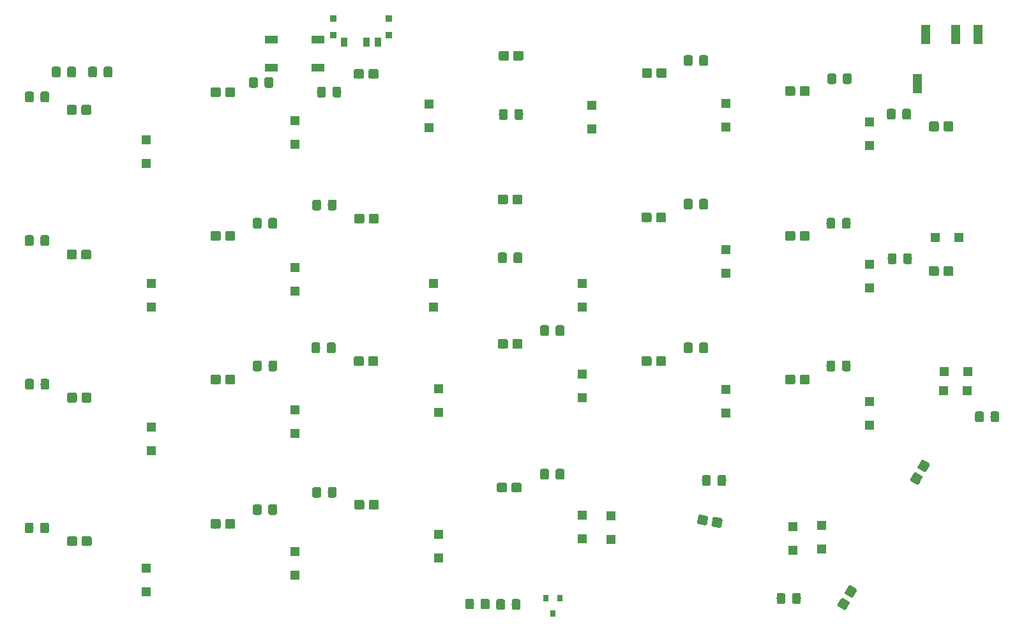
<source format=gbr>
G04 #@! TF.GenerationSoftware,KiCad,Pcbnew,(5.0.0)*
G04 #@! TF.CreationDate,2019-04-30T00:35:40-06:00*
G04 #@! TF.ProjectId,ErgoTravel,4572676F54726176656C2E6B69636164,rev?*
G04 #@! TF.SameCoordinates,Original*
G04 #@! TF.FileFunction,Paste,Bot*
G04 #@! TF.FilePolarity,Positive*
%FSLAX46Y46*%
G04 Gerber Fmt 4.6, Leading zero omitted, Abs format (unit mm)*
G04 Created by KiCad (PCBNEW (5.0.0)) date 04/30/19 00:35:40*
%MOMM*%
%LPD*%
G01*
G04 APERTURE LIST*
%ADD10R,1.200000X1.200000*%
%ADD11R,1.200000X2.500000*%
%ADD12R,1.800000X1.100000*%
%ADD13C,0.100000*%
%ADD14C,1.300000*%
%ADD15R,0.800000X0.900000*%
%ADD16C,1.150000*%
%ADD17R,0.900000X1.250000*%
%ADD18R,0.900000X0.900000*%
G04 APERTURE END LIST*
D10*
G04 #@! TO.C,D1*
X93345000Y-66345000D03*
X93345000Y-63195000D03*
G04 #@! TD*
G04 #@! TO.C,D2*
X93980000Y-85395000D03*
X93980000Y-82245000D03*
G04 #@! TD*
G04 #@! TO.C,D3*
X93980000Y-104445000D03*
X93980000Y-101295000D03*
G04 #@! TD*
G04 #@! TO.C,D4*
X93345000Y-123190000D03*
X93345000Y-120040000D03*
G04 #@! TD*
G04 #@! TO.C,D5*
X113030000Y-63805000D03*
X113030000Y-60655000D03*
G04 #@! TD*
G04 #@! TO.C,D6*
X113030000Y-83330000D03*
X113030000Y-80180000D03*
G04 #@! TD*
G04 #@! TO.C,D7*
X113030000Y-102210000D03*
X113030000Y-99060000D03*
G04 #@! TD*
G04 #@! TO.C,D8*
X113030000Y-120955000D03*
X113030000Y-117805000D03*
G04 #@! TD*
G04 #@! TO.C,D9*
X130810000Y-61595000D03*
X130810000Y-58445000D03*
G04 #@! TD*
G04 #@! TO.C,D10*
X131445000Y-85395000D03*
X131445000Y-82245000D03*
G04 #@! TD*
G04 #@! TO.C,D11*
X132080000Y-99365000D03*
X132080000Y-96215000D03*
G04 #@! TD*
G04 #@! TO.C,D12*
X132080000Y-118720000D03*
X132080000Y-115570000D03*
G04 #@! TD*
G04 #@! TO.C,D13*
X152400000Y-61810000D03*
X152400000Y-58660000D03*
G04 #@! TD*
G04 #@! TO.C,D14*
X151130000Y-85395000D03*
X151130000Y-82245000D03*
G04 #@! TD*
G04 #@! TO.C,D15*
X151130000Y-97460000D03*
X151130000Y-94310000D03*
G04 #@! TD*
G04 #@! TO.C,D16*
X151130000Y-116180000D03*
X151130000Y-113030000D03*
G04 #@! TD*
G04 #@! TO.C,D17*
X170180000Y-61570000D03*
X170180000Y-58420000D03*
G04 #@! TD*
G04 #@! TO.C,D18*
X170180000Y-80950000D03*
X170180000Y-77800000D03*
G04 #@! TD*
G04 #@! TO.C,D19*
X170180000Y-99455000D03*
X170180000Y-96305000D03*
G04 #@! TD*
G04 #@! TO.C,D20*
X179070000Y-117690000D03*
X179070000Y-114540000D03*
G04 #@! TD*
G04 #@! TO.C,D21*
X189230000Y-63965000D03*
X189230000Y-60815000D03*
G04 #@! TD*
G04 #@! TO.C,D22*
X189230000Y-82855000D03*
X189230000Y-79705000D03*
G04 #@! TD*
G04 #@! TO.C,D23*
X189230000Y-101110000D03*
X189230000Y-97960000D03*
G04 #@! TD*
G04 #@! TO.C,D24*
X182880000Y-117475000D03*
X182880000Y-114325000D03*
G04 #@! TD*
G04 #@! TO.C,D25*
X197975000Y-76200000D03*
X201125000Y-76200000D03*
G04 #@! TD*
G04 #@! TO.C,D26*
X199175000Y-93980000D03*
X202325000Y-93980000D03*
G04 #@! TD*
G04 #@! TO.C,D27*
X199085000Y-96520000D03*
X202235000Y-96520000D03*
G04 #@! TD*
D11*
G04 #@! TO.C,J3*
X195575000Y-55750000D03*
X196675000Y-49250000D03*
X200675000Y-49250000D03*
X203675000Y-49250000D03*
G04 #@! TD*
D12*
G04 #@! TO.C,SW2*
X109930000Y-53666000D03*
X116130000Y-53666000D03*
X109930000Y-49966000D03*
X116130000Y-49966000D03*
G04 #@! TD*
D10*
G04 #@! TO.C,D28*
X154940000Y-116204999D03*
X154940000Y-113054999D03*
G04 #@! TD*
D13*
G04 #@! TO.C,D29*
G36*
X83908545Y-58598512D02*
X83932814Y-58602112D01*
X83956612Y-58608073D01*
X83979712Y-58616338D01*
X84001890Y-58626828D01*
X84022934Y-58639441D01*
X84042639Y-58654055D01*
X84060818Y-58670531D01*
X84077294Y-58688710D01*
X84091908Y-58708415D01*
X84104521Y-58729459D01*
X84115011Y-58751637D01*
X84123276Y-58774737D01*
X84129237Y-58798535D01*
X84132837Y-58822804D01*
X84134041Y-58847308D01*
X84134041Y-59647308D01*
X84132837Y-59671812D01*
X84129237Y-59696081D01*
X84123276Y-59719879D01*
X84115011Y-59742979D01*
X84104521Y-59765157D01*
X84091908Y-59786201D01*
X84077294Y-59805906D01*
X84060818Y-59824085D01*
X84042639Y-59840561D01*
X84022934Y-59855175D01*
X84001890Y-59867788D01*
X83979712Y-59878278D01*
X83956612Y-59886543D01*
X83932814Y-59892504D01*
X83908545Y-59896104D01*
X83884041Y-59897308D01*
X83059041Y-59897308D01*
X83034537Y-59896104D01*
X83010268Y-59892504D01*
X82986470Y-59886543D01*
X82963370Y-59878278D01*
X82941192Y-59867788D01*
X82920148Y-59855175D01*
X82900443Y-59840561D01*
X82882264Y-59824085D01*
X82865788Y-59805906D01*
X82851174Y-59786201D01*
X82838561Y-59765157D01*
X82828071Y-59742979D01*
X82819806Y-59719879D01*
X82813845Y-59696081D01*
X82810245Y-59671812D01*
X82809041Y-59647308D01*
X82809041Y-58847308D01*
X82810245Y-58822804D01*
X82813845Y-58798535D01*
X82819806Y-58774737D01*
X82828071Y-58751637D01*
X82838561Y-58729459D01*
X82851174Y-58708415D01*
X82865788Y-58688710D01*
X82882264Y-58670531D01*
X82900443Y-58654055D01*
X82920148Y-58639441D01*
X82941192Y-58626828D01*
X82963370Y-58616338D01*
X82986470Y-58608073D01*
X83010268Y-58602112D01*
X83034537Y-58598512D01*
X83059041Y-58597308D01*
X83884041Y-58597308D01*
X83908545Y-58598512D01*
X83908545Y-58598512D01*
G37*
D14*
X83471541Y-59247308D03*
D13*
G36*
X85833545Y-58598512D02*
X85857814Y-58602112D01*
X85881612Y-58608073D01*
X85904712Y-58616338D01*
X85926890Y-58626828D01*
X85947934Y-58639441D01*
X85967639Y-58654055D01*
X85985818Y-58670531D01*
X86002294Y-58688710D01*
X86016908Y-58708415D01*
X86029521Y-58729459D01*
X86040011Y-58751637D01*
X86048276Y-58774737D01*
X86054237Y-58798535D01*
X86057837Y-58822804D01*
X86059041Y-58847308D01*
X86059041Y-59647308D01*
X86057837Y-59671812D01*
X86054237Y-59696081D01*
X86048276Y-59719879D01*
X86040011Y-59742979D01*
X86029521Y-59765157D01*
X86016908Y-59786201D01*
X86002294Y-59805906D01*
X85985818Y-59824085D01*
X85967639Y-59840561D01*
X85947934Y-59855175D01*
X85926890Y-59867788D01*
X85904712Y-59878278D01*
X85881612Y-59886543D01*
X85857814Y-59892504D01*
X85833545Y-59896104D01*
X85809041Y-59897308D01*
X84984041Y-59897308D01*
X84959537Y-59896104D01*
X84935268Y-59892504D01*
X84911470Y-59886543D01*
X84888370Y-59878278D01*
X84866192Y-59867788D01*
X84845148Y-59855175D01*
X84825443Y-59840561D01*
X84807264Y-59824085D01*
X84790788Y-59805906D01*
X84776174Y-59786201D01*
X84763561Y-59765157D01*
X84753071Y-59742979D01*
X84744806Y-59719879D01*
X84738845Y-59696081D01*
X84735245Y-59671812D01*
X84734041Y-59647308D01*
X84734041Y-58847308D01*
X84735245Y-58822804D01*
X84738845Y-58798535D01*
X84744806Y-58774737D01*
X84753071Y-58751637D01*
X84763561Y-58729459D01*
X84776174Y-58708415D01*
X84790788Y-58688710D01*
X84807264Y-58670531D01*
X84825443Y-58654055D01*
X84845148Y-58639441D01*
X84866192Y-58626828D01*
X84888370Y-58616338D01*
X84911470Y-58608073D01*
X84935268Y-58602112D01*
X84959537Y-58598512D01*
X84984041Y-58597308D01*
X85809041Y-58597308D01*
X85833545Y-58598512D01*
X85833545Y-58598512D01*
G37*
D14*
X85396541Y-59247308D03*
G04 #@! TD*
D13*
G04 #@! TO.C,D32*
G36*
X85829349Y-77794730D02*
X85853618Y-77798330D01*
X85877416Y-77804291D01*
X85900516Y-77812556D01*
X85922694Y-77823046D01*
X85943738Y-77835659D01*
X85963443Y-77850273D01*
X85981622Y-77866749D01*
X85998098Y-77884928D01*
X86012712Y-77904633D01*
X86025325Y-77925677D01*
X86035815Y-77947855D01*
X86044080Y-77970955D01*
X86050041Y-77994753D01*
X86053641Y-78019022D01*
X86054845Y-78043526D01*
X86054845Y-78843526D01*
X86053641Y-78868030D01*
X86050041Y-78892299D01*
X86044080Y-78916097D01*
X86035815Y-78939197D01*
X86025325Y-78961375D01*
X86012712Y-78982419D01*
X85998098Y-79002124D01*
X85981622Y-79020303D01*
X85963443Y-79036779D01*
X85943738Y-79051393D01*
X85922694Y-79064006D01*
X85900516Y-79074496D01*
X85877416Y-79082761D01*
X85853618Y-79088722D01*
X85829349Y-79092322D01*
X85804845Y-79093526D01*
X84979845Y-79093526D01*
X84955341Y-79092322D01*
X84931072Y-79088722D01*
X84907274Y-79082761D01*
X84884174Y-79074496D01*
X84861996Y-79064006D01*
X84840952Y-79051393D01*
X84821247Y-79036779D01*
X84803068Y-79020303D01*
X84786592Y-79002124D01*
X84771978Y-78982419D01*
X84759365Y-78961375D01*
X84748875Y-78939197D01*
X84740610Y-78916097D01*
X84734649Y-78892299D01*
X84731049Y-78868030D01*
X84729845Y-78843526D01*
X84729845Y-78043526D01*
X84731049Y-78019022D01*
X84734649Y-77994753D01*
X84740610Y-77970955D01*
X84748875Y-77947855D01*
X84759365Y-77925677D01*
X84771978Y-77904633D01*
X84786592Y-77884928D01*
X84803068Y-77866749D01*
X84821247Y-77850273D01*
X84840952Y-77835659D01*
X84861996Y-77823046D01*
X84884174Y-77812556D01*
X84907274Y-77804291D01*
X84931072Y-77798330D01*
X84955341Y-77794730D01*
X84979845Y-77793526D01*
X85804845Y-77793526D01*
X85829349Y-77794730D01*
X85829349Y-77794730D01*
G37*
D14*
X85392345Y-78443526D03*
D13*
G36*
X83904349Y-77794730D02*
X83928618Y-77798330D01*
X83952416Y-77804291D01*
X83975516Y-77812556D01*
X83997694Y-77823046D01*
X84018738Y-77835659D01*
X84038443Y-77850273D01*
X84056622Y-77866749D01*
X84073098Y-77884928D01*
X84087712Y-77904633D01*
X84100325Y-77925677D01*
X84110815Y-77947855D01*
X84119080Y-77970955D01*
X84125041Y-77994753D01*
X84128641Y-78019022D01*
X84129845Y-78043526D01*
X84129845Y-78843526D01*
X84128641Y-78868030D01*
X84125041Y-78892299D01*
X84119080Y-78916097D01*
X84110815Y-78939197D01*
X84100325Y-78961375D01*
X84087712Y-78982419D01*
X84073098Y-79002124D01*
X84056622Y-79020303D01*
X84038443Y-79036779D01*
X84018738Y-79051393D01*
X83997694Y-79064006D01*
X83975516Y-79074496D01*
X83952416Y-79082761D01*
X83928618Y-79088722D01*
X83904349Y-79092322D01*
X83879845Y-79093526D01*
X83054845Y-79093526D01*
X83030341Y-79092322D01*
X83006072Y-79088722D01*
X82982274Y-79082761D01*
X82959174Y-79074496D01*
X82936996Y-79064006D01*
X82915952Y-79051393D01*
X82896247Y-79036779D01*
X82878068Y-79020303D01*
X82861592Y-79002124D01*
X82846978Y-78982419D01*
X82834365Y-78961375D01*
X82823875Y-78939197D01*
X82815610Y-78916097D01*
X82809649Y-78892299D01*
X82806049Y-78868030D01*
X82804845Y-78843526D01*
X82804845Y-78043526D01*
X82806049Y-78019022D01*
X82809649Y-77994753D01*
X82815610Y-77970955D01*
X82823875Y-77947855D01*
X82834365Y-77925677D01*
X82846978Y-77904633D01*
X82861592Y-77884928D01*
X82878068Y-77866749D01*
X82896247Y-77850273D01*
X82915952Y-77835659D01*
X82936996Y-77823046D01*
X82959174Y-77812556D01*
X82982274Y-77804291D01*
X83006072Y-77798330D01*
X83030341Y-77794730D01*
X83054845Y-77793526D01*
X83879845Y-77793526D01*
X83904349Y-77794730D01*
X83904349Y-77794730D01*
G37*
D14*
X83467345Y-78443526D03*
G04 #@! TD*
D13*
G04 #@! TO.C,D33*
G36*
X83929504Y-96771203D02*
X83953773Y-96774803D01*
X83977571Y-96780764D01*
X84000671Y-96789029D01*
X84022849Y-96799519D01*
X84043893Y-96812132D01*
X84063598Y-96826746D01*
X84081777Y-96843222D01*
X84098253Y-96861401D01*
X84112867Y-96881106D01*
X84125480Y-96902150D01*
X84135970Y-96924328D01*
X84144235Y-96947428D01*
X84150196Y-96971226D01*
X84153796Y-96995495D01*
X84155000Y-97019999D01*
X84155000Y-97819999D01*
X84153796Y-97844503D01*
X84150196Y-97868772D01*
X84144235Y-97892570D01*
X84135970Y-97915670D01*
X84125480Y-97937848D01*
X84112867Y-97958892D01*
X84098253Y-97978597D01*
X84081777Y-97996776D01*
X84063598Y-98013252D01*
X84043893Y-98027866D01*
X84022849Y-98040479D01*
X84000671Y-98050969D01*
X83977571Y-98059234D01*
X83953773Y-98065195D01*
X83929504Y-98068795D01*
X83905000Y-98069999D01*
X83080000Y-98069999D01*
X83055496Y-98068795D01*
X83031227Y-98065195D01*
X83007429Y-98059234D01*
X82984329Y-98050969D01*
X82962151Y-98040479D01*
X82941107Y-98027866D01*
X82921402Y-98013252D01*
X82903223Y-97996776D01*
X82886747Y-97978597D01*
X82872133Y-97958892D01*
X82859520Y-97937848D01*
X82849030Y-97915670D01*
X82840765Y-97892570D01*
X82834804Y-97868772D01*
X82831204Y-97844503D01*
X82830000Y-97819999D01*
X82830000Y-97019999D01*
X82831204Y-96995495D01*
X82834804Y-96971226D01*
X82840765Y-96947428D01*
X82849030Y-96924328D01*
X82859520Y-96902150D01*
X82872133Y-96881106D01*
X82886747Y-96861401D01*
X82903223Y-96843222D01*
X82921402Y-96826746D01*
X82941107Y-96812132D01*
X82962151Y-96799519D01*
X82984329Y-96789029D01*
X83007429Y-96780764D01*
X83031227Y-96774803D01*
X83055496Y-96771203D01*
X83080000Y-96769999D01*
X83905000Y-96769999D01*
X83929504Y-96771203D01*
X83929504Y-96771203D01*
G37*
D14*
X83492500Y-97419999D03*
D13*
G36*
X85854504Y-96771203D02*
X85878773Y-96774803D01*
X85902571Y-96780764D01*
X85925671Y-96789029D01*
X85947849Y-96799519D01*
X85968893Y-96812132D01*
X85988598Y-96826746D01*
X86006777Y-96843222D01*
X86023253Y-96861401D01*
X86037867Y-96881106D01*
X86050480Y-96902150D01*
X86060970Y-96924328D01*
X86069235Y-96947428D01*
X86075196Y-96971226D01*
X86078796Y-96995495D01*
X86080000Y-97019999D01*
X86080000Y-97819999D01*
X86078796Y-97844503D01*
X86075196Y-97868772D01*
X86069235Y-97892570D01*
X86060970Y-97915670D01*
X86050480Y-97937848D01*
X86037867Y-97958892D01*
X86023253Y-97978597D01*
X86006777Y-97996776D01*
X85988598Y-98013252D01*
X85968893Y-98027866D01*
X85947849Y-98040479D01*
X85925671Y-98050969D01*
X85902571Y-98059234D01*
X85878773Y-98065195D01*
X85854504Y-98068795D01*
X85830000Y-98069999D01*
X85005000Y-98069999D01*
X84980496Y-98068795D01*
X84956227Y-98065195D01*
X84932429Y-98059234D01*
X84909329Y-98050969D01*
X84887151Y-98040479D01*
X84866107Y-98027866D01*
X84846402Y-98013252D01*
X84828223Y-97996776D01*
X84811747Y-97978597D01*
X84797133Y-97958892D01*
X84784520Y-97937848D01*
X84774030Y-97915670D01*
X84765765Y-97892570D01*
X84759804Y-97868772D01*
X84756204Y-97844503D01*
X84755000Y-97819999D01*
X84755000Y-97019999D01*
X84756204Y-96995495D01*
X84759804Y-96971226D01*
X84765765Y-96947428D01*
X84774030Y-96924328D01*
X84784520Y-96902150D01*
X84797133Y-96881106D01*
X84811747Y-96861401D01*
X84828223Y-96843222D01*
X84846402Y-96826746D01*
X84866107Y-96812132D01*
X84887151Y-96799519D01*
X84909329Y-96789029D01*
X84932429Y-96780764D01*
X84956227Y-96774803D01*
X84980496Y-96771203D01*
X85005000Y-96769999D01*
X85830000Y-96769999D01*
X85854504Y-96771203D01*
X85854504Y-96771203D01*
G37*
D14*
X85417500Y-97419999D03*
G04 #@! TD*
D13*
G04 #@! TO.C,D36*
G36*
X83947808Y-115814308D02*
X83972077Y-115817908D01*
X83995875Y-115823869D01*
X84018975Y-115832134D01*
X84041153Y-115842624D01*
X84062197Y-115855237D01*
X84081902Y-115869851D01*
X84100081Y-115886327D01*
X84116557Y-115904506D01*
X84131171Y-115924211D01*
X84143784Y-115945255D01*
X84154274Y-115967433D01*
X84162539Y-115990533D01*
X84168500Y-116014331D01*
X84172100Y-116038600D01*
X84173304Y-116063104D01*
X84173304Y-116863104D01*
X84172100Y-116887608D01*
X84168500Y-116911877D01*
X84162539Y-116935675D01*
X84154274Y-116958775D01*
X84143784Y-116980953D01*
X84131171Y-117001997D01*
X84116557Y-117021702D01*
X84100081Y-117039881D01*
X84081902Y-117056357D01*
X84062197Y-117070971D01*
X84041153Y-117083584D01*
X84018975Y-117094074D01*
X83995875Y-117102339D01*
X83972077Y-117108300D01*
X83947808Y-117111900D01*
X83923304Y-117113104D01*
X83098304Y-117113104D01*
X83073800Y-117111900D01*
X83049531Y-117108300D01*
X83025733Y-117102339D01*
X83002633Y-117094074D01*
X82980455Y-117083584D01*
X82959411Y-117070971D01*
X82939706Y-117056357D01*
X82921527Y-117039881D01*
X82905051Y-117021702D01*
X82890437Y-117001997D01*
X82877824Y-116980953D01*
X82867334Y-116958775D01*
X82859069Y-116935675D01*
X82853108Y-116911877D01*
X82849508Y-116887608D01*
X82848304Y-116863104D01*
X82848304Y-116063104D01*
X82849508Y-116038600D01*
X82853108Y-116014331D01*
X82859069Y-115990533D01*
X82867334Y-115967433D01*
X82877824Y-115945255D01*
X82890437Y-115924211D01*
X82905051Y-115904506D01*
X82921527Y-115886327D01*
X82939706Y-115869851D01*
X82959411Y-115855237D01*
X82980455Y-115842624D01*
X83002633Y-115832134D01*
X83025733Y-115823869D01*
X83049531Y-115817908D01*
X83073800Y-115814308D01*
X83098304Y-115813104D01*
X83923304Y-115813104D01*
X83947808Y-115814308D01*
X83947808Y-115814308D01*
G37*
D14*
X83510804Y-116463104D03*
D13*
G36*
X85872808Y-115814308D02*
X85897077Y-115817908D01*
X85920875Y-115823869D01*
X85943975Y-115832134D01*
X85966153Y-115842624D01*
X85987197Y-115855237D01*
X86006902Y-115869851D01*
X86025081Y-115886327D01*
X86041557Y-115904506D01*
X86056171Y-115924211D01*
X86068784Y-115945255D01*
X86079274Y-115967433D01*
X86087539Y-115990533D01*
X86093500Y-116014331D01*
X86097100Y-116038600D01*
X86098304Y-116063104D01*
X86098304Y-116863104D01*
X86097100Y-116887608D01*
X86093500Y-116911877D01*
X86087539Y-116935675D01*
X86079274Y-116958775D01*
X86068784Y-116980953D01*
X86056171Y-117001997D01*
X86041557Y-117021702D01*
X86025081Y-117039881D01*
X86006902Y-117056357D01*
X85987197Y-117070971D01*
X85966153Y-117083584D01*
X85943975Y-117094074D01*
X85920875Y-117102339D01*
X85897077Y-117108300D01*
X85872808Y-117111900D01*
X85848304Y-117113104D01*
X85023304Y-117113104D01*
X84998800Y-117111900D01*
X84974531Y-117108300D01*
X84950733Y-117102339D01*
X84927633Y-117094074D01*
X84905455Y-117083584D01*
X84884411Y-117070971D01*
X84864706Y-117056357D01*
X84846527Y-117039881D01*
X84830051Y-117021702D01*
X84815437Y-117001997D01*
X84802824Y-116980953D01*
X84792334Y-116958775D01*
X84784069Y-116935675D01*
X84778108Y-116911877D01*
X84774508Y-116887608D01*
X84773304Y-116863104D01*
X84773304Y-116063104D01*
X84774508Y-116038600D01*
X84778108Y-116014331D01*
X84784069Y-115990533D01*
X84792334Y-115967433D01*
X84802824Y-115945255D01*
X84815437Y-115924211D01*
X84830051Y-115904506D01*
X84846527Y-115886327D01*
X84864706Y-115869851D01*
X84884411Y-115855237D01*
X84905455Y-115842624D01*
X84927633Y-115832134D01*
X84950733Y-115823869D01*
X84974531Y-115817908D01*
X84998800Y-115814308D01*
X85023304Y-115813104D01*
X85848304Y-115813104D01*
X85872808Y-115814308D01*
X85872808Y-115814308D01*
G37*
D14*
X85435804Y-116463104D03*
G04 #@! TD*
D13*
G04 #@! TO.C,D37*
G36*
X102979504Y-56247204D02*
X103003773Y-56250804D01*
X103027571Y-56256765D01*
X103050671Y-56265030D01*
X103072849Y-56275520D01*
X103093893Y-56288133D01*
X103113598Y-56302747D01*
X103131777Y-56319223D01*
X103148253Y-56337402D01*
X103162867Y-56357107D01*
X103175480Y-56378151D01*
X103185970Y-56400329D01*
X103194235Y-56423429D01*
X103200196Y-56447227D01*
X103203796Y-56471496D01*
X103205000Y-56496000D01*
X103205000Y-57296000D01*
X103203796Y-57320504D01*
X103200196Y-57344773D01*
X103194235Y-57368571D01*
X103185970Y-57391671D01*
X103175480Y-57413849D01*
X103162867Y-57434893D01*
X103148253Y-57454598D01*
X103131777Y-57472777D01*
X103113598Y-57489253D01*
X103093893Y-57503867D01*
X103072849Y-57516480D01*
X103050671Y-57526970D01*
X103027571Y-57535235D01*
X103003773Y-57541196D01*
X102979504Y-57544796D01*
X102955000Y-57546000D01*
X102130000Y-57546000D01*
X102105496Y-57544796D01*
X102081227Y-57541196D01*
X102057429Y-57535235D01*
X102034329Y-57526970D01*
X102012151Y-57516480D01*
X101991107Y-57503867D01*
X101971402Y-57489253D01*
X101953223Y-57472777D01*
X101936747Y-57454598D01*
X101922133Y-57434893D01*
X101909520Y-57413849D01*
X101899030Y-57391671D01*
X101890765Y-57368571D01*
X101884804Y-57344773D01*
X101881204Y-57320504D01*
X101880000Y-57296000D01*
X101880000Y-56496000D01*
X101881204Y-56471496D01*
X101884804Y-56447227D01*
X101890765Y-56423429D01*
X101899030Y-56400329D01*
X101909520Y-56378151D01*
X101922133Y-56357107D01*
X101936747Y-56337402D01*
X101953223Y-56319223D01*
X101971402Y-56302747D01*
X101991107Y-56288133D01*
X102012151Y-56275520D01*
X102034329Y-56265030D01*
X102057429Y-56256765D01*
X102081227Y-56250804D01*
X102105496Y-56247204D01*
X102130000Y-56246000D01*
X102955000Y-56246000D01*
X102979504Y-56247204D01*
X102979504Y-56247204D01*
G37*
D14*
X102542500Y-56896000D03*
D13*
G36*
X104904504Y-56247204D02*
X104928773Y-56250804D01*
X104952571Y-56256765D01*
X104975671Y-56265030D01*
X104997849Y-56275520D01*
X105018893Y-56288133D01*
X105038598Y-56302747D01*
X105056777Y-56319223D01*
X105073253Y-56337402D01*
X105087867Y-56357107D01*
X105100480Y-56378151D01*
X105110970Y-56400329D01*
X105119235Y-56423429D01*
X105125196Y-56447227D01*
X105128796Y-56471496D01*
X105130000Y-56496000D01*
X105130000Y-57296000D01*
X105128796Y-57320504D01*
X105125196Y-57344773D01*
X105119235Y-57368571D01*
X105110970Y-57391671D01*
X105100480Y-57413849D01*
X105087867Y-57434893D01*
X105073253Y-57454598D01*
X105056777Y-57472777D01*
X105038598Y-57489253D01*
X105018893Y-57503867D01*
X104997849Y-57516480D01*
X104975671Y-57526970D01*
X104952571Y-57535235D01*
X104928773Y-57541196D01*
X104904504Y-57544796D01*
X104880000Y-57546000D01*
X104055000Y-57546000D01*
X104030496Y-57544796D01*
X104006227Y-57541196D01*
X103982429Y-57535235D01*
X103959329Y-57526970D01*
X103937151Y-57516480D01*
X103916107Y-57503867D01*
X103896402Y-57489253D01*
X103878223Y-57472777D01*
X103861747Y-57454598D01*
X103847133Y-57434893D01*
X103834520Y-57413849D01*
X103824030Y-57391671D01*
X103815765Y-57368571D01*
X103809804Y-57344773D01*
X103806204Y-57320504D01*
X103805000Y-57296000D01*
X103805000Y-56496000D01*
X103806204Y-56471496D01*
X103809804Y-56447227D01*
X103815765Y-56423429D01*
X103824030Y-56400329D01*
X103834520Y-56378151D01*
X103847133Y-56357107D01*
X103861747Y-56337402D01*
X103878223Y-56319223D01*
X103896402Y-56302747D01*
X103916107Y-56288133D01*
X103937151Y-56275520D01*
X103959329Y-56265030D01*
X103982429Y-56256765D01*
X104006227Y-56250804D01*
X104030496Y-56247204D01*
X104055000Y-56246000D01*
X104880000Y-56246000D01*
X104904504Y-56247204D01*
X104904504Y-56247204D01*
G37*
D14*
X104467500Y-56896000D03*
G04 #@! TD*
D13*
G04 #@! TO.C,D41*
G36*
X104904504Y-94347204D02*
X104928773Y-94350804D01*
X104952571Y-94356765D01*
X104975671Y-94365030D01*
X104997849Y-94375520D01*
X105018893Y-94388133D01*
X105038598Y-94402747D01*
X105056777Y-94419223D01*
X105073253Y-94437402D01*
X105087867Y-94457107D01*
X105100480Y-94478151D01*
X105110970Y-94500329D01*
X105119235Y-94523429D01*
X105125196Y-94547227D01*
X105128796Y-94571496D01*
X105130000Y-94596000D01*
X105130000Y-95396000D01*
X105128796Y-95420504D01*
X105125196Y-95444773D01*
X105119235Y-95468571D01*
X105110970Y-95491671D01*
X105100480Y-95513849D01*
X105087867Y-95534893D01*
X105073253Y-95554598D01*
X105056777Y-95572777D01*
X105038598Y-95589253D01*
X105018893Y-95603867D01*
X104997849Y-95616480D01*
X104975671Y-95626970D01*
X104952571Y-95635235D01*
X104928773Y-95641196D01*
X104904504Y-95644796D01*
X104880000Y-95646000D01*
X104055000Y-95646000D01*
X104030496Y-95644796D01*
X104006227Y-95641196D01*
X103982429Y-95635235D01*
X103959329Y-95626970D01*
X103937151Y-95616480D01*
X103916107Y-95603867D01*
X103896402Y-95589253D01*
X103878223Y-95572777D01*
X103861747Y-95554598D01*
X103847133Y-95534893D01*
X103834520Y-95513849D01*
X103824030Y-95491671D01*
X103815765Y-95468571D01*
X103809804Y-95444773D01*
X103806204Y-95420504D01*
X103805000Y-95396000D01*
X103805000Y-94596000D01*
X103806204Y-94571496D01*
X103809804Y-94547227D01*
X103815765Y-94523429D01*
X103824030Y-94500329D01*
X103834520Y-94478151D01*
X103847133Y-94457107D01*
X103861747Y-94437402D01*
X103878223Y-94419223D01*
X103896402Y-94402747D01*
X103916107Y-94388133D01*
X103937151Y-94375520D01*
X103959329Y-94365030D01*
X103982429Y-94356765D01*
X104006227Y-94350804D01*
X104030496Y-94347204D01*
X104055000Y-94346000D01*
X104880000Y-94346000D01*
X104904504Y-94347204D01*
X104904504Y-94347204D01*
G37*
D14*
X104467500Y-94996000D03*
D13*
G36*
X102979504Y-94347204D02*
X103003773Y-94350804D01*
X103027571Y-94356765D01*
X103050671Y-94365030D01*
X103072849Y-94375520D01*
X103093893Y-94388133D01*
X103113598Y-94402747D01*
X103131777Y-94419223D01*
X103148253Y-94437402D01*
X103162867Y-94457107D01*
X103175480Y-94478151D01*
X103185970Y-94500329D01*
X103194235Y-94523429D01*
X103200196Y-94547227D01*
X103203796Y-94571496D01*
X103205000Y-94596000D01*
X103205000Y-95396000D01*
X103203796Y-95420504D01*
X103200196Y-95444773D01*
X103194235Y-95468571D01*
X103185970Y-95491671D01*
X103175480Y-95513849D01*
X103162867Y-95534893D01*
X103148253Y-95554598D01*
X103131777Y-95572777D01*
X103113598Y-95589253D01*
X103093893Y-95603867D01*
X103072849Y-95616480D01*
X103050671Y-95626970D01*
X103027571Y-95635235D01*
X103003773Y-95641196D01*
X102979504Y-95644796D01*
X102955000Y-95646000D01*
X102130000Y-95646000D01*
X102105496Y-95644796D01*
X102081227Y-95641196D01*
X102057429Y-95635235D01*
X102034329Y-95626970D01*
X102012151Y-95616480D01*
X101991107Y-95603867D01*
X101971402Y-95589253D01*
X101953223Y-95572777D01*
X101936747Y-95554598D01*
X101922133Y-95534893D01*
X101909520Y-95513849D01*
X101899030Y-95491671D01*
X101890765Y-95468571D01*
X101884804Y-95444773D01*
X101881204Y-95420504D01*
X101880000Y-95396000D01*
X101880000Y-94596000D01*
X101881204Y-94571496D01*
X101884804Y-94547227D01*
X101890765Y-94523429D01*
X101899030Y-94500329D01*
X101909520Y-94478151D01*
X101922133Y-94457107D01*
X101936747Y-94437402D01*
X101953223Y-94419223D01*
X101971402Y-94402747D01*
X101991107Y-94388133D01*
X102012151Y-94375520D01*
X102034329Y-94365030D01*
X102057429Y-94356765D01*
X102081227Y-94350804D01*
X102105496Y-94347204D01*
X102130000Y-94346000D01*
X102955000Y-94346000D01*
X102979504Y-94347204D01*
X102979504Y-94347204D01*
G37*
D14*
X102542500Y-94996000D03*
G04 #@! TD*
D13*
G04 #@! TO.C,D43*
G36*
X102979504Y-113524204D02*
X103003773Y-113527804D01*
X103027571Y-113533765D01*
X103050671Y-113542030D01*
X103072849Y-113552520D01*
X103093893Y-113565133D01*
X103113598Y-113579747D01*
X103131777Y-113596223D01*
X103148253Y-113614402D01*
X103162867Y-113634107D01*
X103175480Y-113655151D01*
X103185970Y-113677329D01*
X103194235Y-113700429D01*
X103200196Y-113724227D01*
X103203796Y-113748496D01*
X103205000Y-113773000D01*
X103205000Y-114573000D01*
X103203796Y-114597504D01*
X103200196Y-114621773D01*
X103194235Y-114645571D01*
X103185970Y-114668671D01*
X103175480Y-114690849D01*
X103162867Y-114711893D01*
X103148253Y-114731598D01*
X103131777Y-114749777D01*
X103113598Y-114766253D01*
X103093893Y-114780867D01*
X103072849Y-114793480D01*
X103050671Y-114803970D01*
X103027571Y-114812235D01*
X103003773Y-114818196D01*
X102979504Y-114821796D01*
X102955000Y-114823000D01*
X102130000Y-114823000D01*
X102105496Y-114821796D01*
X102081227Y-114818196D01*
X102057429Y-114812235D01*
X102034329Y-114803970D01*
X102012151Y-114793480D01*
X101991107Y-114780867D01*
X101971402Y-114766253D01*
X101953223Y-114749777D01*
X101936747Y-114731598D01*
X101922133Y-114711893D01*
X101909520Y-114690849D01*
X101899030Y-114668671D01*
X101890765Y-114645571D01*
X101884804Y-114621773D01*
X101881204Y-114597504D01*
X101880000Y-114573000D01*
X101880000Y-113773000D01*
X101881204Y-113748496D01*
X101884804Y-113724227D01*
X101890765Y-113700429D01*
X101899030Y-113677329D01*
X101909520Y-113655151D01*
X101922133Y-113634107D01*
X101936747Y-113614402D01*
X101953223Y-113596223D01*
X101971402Y-113579747D01*
X101991107Y-113565133D01*
X102012151Y-113552520D01*
X102034329Y-113542030D01*
X102057429Y-113533765D01*
X102081227Y-113527804D01*
X102105496Y-113524204D01*
X102130000Y-113523000D01*
X102955000Y-113523000D01*
X102979504Y-113524204D01*
X102979504Y-113524204D01*
G37*
D14*
X102542500Y-114173000D03*
D13*
G36*
X104904504Y-113524204D02*
X104928773Y-113527804D01*
X104952571Y-113533765D01*
X104975671Y-113542030D01*
X104997849Y-113552520D01*
X105018893Y-113565133D01*
X105038598Y-113579747D01*
X105056777Y-113596223D01*
X105073253Y-113614402D01*
X105087867Y-113634107D01*
X105100480Y-113655151D01*
X105110970Y-113677329D01*
X105119235Y-113700429D01*
X105125196Y-113724227D01*
X105128796Y-113748496D01*
X105130000Y-113773000D01*
X105130000Y-114573000D01*
X105128796Y-114597504D01*
X105125196Y-114621773D01*
X105119235Y-114645571D01*
X105110970Y-114668671D01*
X105100480Y-114690849D01*
X105087867Y-114711893D01*
X105073253Y-114731598D01*
X105056777Y-114749777D01*
X105038598Y-114766253D01*
X105018893Y-114780867D01*
X104997849Y-114793480D01*
X104975671Y-114803970D01*
X104952571Y-114812235D01*
X104928773Y-114818196D01*
X104904504Y-114821796D01*
X104880000Y-114823000D01*
X104055000Y-114823000D01*
X104030496Y-114821796D01*
X104006227Y-114818196D01*
X103982429Y-114812235D01*
X103959329Y-114803970D01*
X103937151Y-114793480D01*
X103916107Y-114780867D01*
X103896402Y-114766253D01*
X103878223Y-114749777D01*
X103861747Y-114731598D01*
X103847133Y-114711893D01*
X103834520Y-114690849D01*
X103824030Y-114668671D01*
X103815765Y-114645571D01*
X103809804Y-114621773D01*
X103806204Y-114597504D01*
X103805000Y-114573000D01*
X103805000Y-113773000D01*
X103806204Y-113748496D01*
X103809804Y-113724227D01*
X103815765Y-113700429D01*
X103824030Y-113677329D01*
X103834520Y-113655151D01*
X103847133Y-113634107D01*
X103861747Y-113614402D01*
X103878223Y-113596223D01*
X103896402Y-113579747D01*
X103916107Y-113565133D01*
X103937151Y-113552520D01*
X103959329Y-113542030D01*
X103982429Y-113533765D01*
X104006227Y-113527804D01*
X104030496Y-113524204D01*
X104055000Y-113523000D01*
X104880000Y-113523000D01*
X104904504Y-113524204D01*
X104904504Y-113524204D01*
G37*
D14*
X104467500Y-114173000D03*
G04 #@! TD*
D13*
G04 #@! TO.C,D45*
G36*
X121976004Y-53834204D02*
X122000273Y-53837804D01*
X122024071Y-53843765D01*
X122047171Y-53852030D01*
X122069349Y-53862520D01*
X122090393Y-53875133D01*
X122110098Y-53889747D01*
X122128277Y-53906223D01*
X122144753Y-53924402D01*
X122159367Y-53944107D01*
X122171980Y-53965151D01*
X122182470Y-53987329D01*
X122190735Y-54010429D01*
X122196696Y-54034227D01*
X122200296Y-54058496D01*
X122201500Y-54083000D01*
X122201500Y-54883000D01*
X122200296Y-54907504D01*
X122196696Y-54931773D01*
X122190735Y-54955571D01*
X122182470Y-54978671D01*
X122171980Y-55000849D01*
X122159367Y-55021893D01*
X122144753Y-55041598D01*
X122128277Y-55059777D01*
X122110098Y-55076253D01*
X122090393Y-55090867D01*
X122069349Y-55103480D01*
X122047171Y-55113970D01*
X122024071Y-55122235D01*
X122000273Y-55128196D01*
X121976004Y-55131796D01*
X121951500Y-55133000D01*
X121126500Y-55133000D01*
X121101996Y-55131796D01*
X121077727Y-55128196D01*
X121053929Y-55122235D01*
X121030829Y-55113970D01*
X121008651Y-55103480D01*
X120987607Y-55090867D01*
X120967902Y-55076253D01*
X120949723Y-55059777D01*
X120933247Y-55041598D01*
X120918633Y-55021893D01*
X120906020Y-55000849D01*
X120895530Y-54978671D01*
X120887265Y-54955571D01*
X120881304Y-54931773D01*
X120877704Y-54907504D01*
X120876500Y-54883000D01*
X120876500Y-54083000D01*
X120877704Y-54058496D01*
X120881304Y-54034227D01*
X120887265Y-54010429D01*
X120895530Y-53987329D01*
X120906020Y-53965151D01*
X120918633Y-53944107D01*
X120933247Y-53924402D01*
X120949723Y-53906223D01*
X120967902Y-53889747D01*
X120987607Y-53875133D01*
X121008651Y-53862520D01*
X121030829Y-53852030D01*
X121053929Y-53843765D01*
X121077727Y-53837804D01*
X121101996Y-53834204D01*
X121126500Y-53833000D01*
X121951500Y-53833000D01*
X121976004Y-53834204D01*
X121976004Y-53834204D01*
G37*
D14*
X121539000Y-54483000D03*
D13*
G36*
X123901004Y-53834204D02*
X123925273Y-53837804D01*
X123949071Y-53843765D01*
X123972171Y-53852030D01*
X123994349Y-53862520D01*
X124015393Y-53875133D01*
X124035098Y-53889747D01*
X124053277Y-53906223D01*
X124069753Y-53924402D01*
X124084367Y-53944107D01*
X124096980Y-53965151D01*
X124107470Y-53987329D01*
X124115735Y-54010429D01*
X124121696Y-54034227D01*
X124125296Y-54058496D01*
X124126500Y-54083000D01*
X124126500Y-54883000D01*
X124125296Y-54907504D01*
X124121696Y-54931773D01*
X124115735Y-54955571D01*
X124107470Y-54978671D01*
X124096980Y-55000849D01*
X124084367Y-55021893D01*
X124069753Y-55041598D01*
X124053277Y-55059777D01*
X124035098Y-55076253D01*
X124015393Y-55090867D01*
X123994349Y-55103480D01*
X123972171Y-55113970D01*
X123949071Y-55122235D01*
X123925273Y-55128196D01*
X123901004Y-55131796D01*
X123876500Y-55133000D01*
X123051500Y-55133000D01*
X123026996Y-55131796D01*
X123002727Y-55128196D01*
X122978929Y-55122235D01*
X122955829Y-55113970D01*
X122933651Y-55103480D01*
X122912607Y-55090867D01*
X122892902Y-55076253D01*
X122874723Y-55059777D01*
X122858247Y-55041598D01*
X122843633Y-55021893D01*
X122831020Y-55000849D01*
X122820530Y-54978671D01*
X122812265Y-54955571D01*
X122806304Y-54931773D01*
X122802704Y-54907504D01*
X122801500Y-54883000D01*
X122801500Y-54083000D01*
X122802704Y-54058496D01*
X122806304Y-54034227D01*
X122812265Y-54010429D01*
X122820530Y-53987329D01*
X122831020Y-53965151D01*
X122843633Y-53944107D01*
X122858247Y-53924402D01*
X122874723Y-53906223D01*
X122892902Y-53889747D01*
X122912607Y-53875133D01*
X122933651Y-53862520D01*
X122955829Y-53852030D01*
X122978929Y-53843765D01*
X123002727Y-53837804D01*
X123026996Y-53834204D01*
X123051500Y-53833000D01*
X123876500Y-53833000D01*
X123901004Y-53834204D01*
X123901004Y-53834204D01*
G37*
D14*
X123464000Y-54483000D03*
G04 #@! TD*
D13*
G04 #@! TO.C,D46*
G36*
X122029504Y-73011204D02*
X122053773Y-73014804D01*
X122077571Y-73020765D01*
X122100671Y-73029030D01*
X122122849Y-73039520D01*
X122143893Y-73052133D01*
X122163598Y-73066747D01*
X122181777Y-73083223D01*
X122198253Y-73101402D01*
X122212867Y-73121107D01*
X122225480Y-73142151D01*
X122235970Y-73164329D01*
X122244235Y-73187429D01*
X122250196Y-73211227D01*
X122253796Y-73235496D01*
X122255000Y-73260000D01*
X122255000Y-74060000D01*
X122253796Y-74084504D01*
X122250196Y-74108773D01*
X122244235Y-74132571D01*
X122235970Y-74155671D01*
X122225480Y-74177849D01*
X122212867Y-74198893D01*
X122198253Y-74218598D01*
X122181777Y-74236777D01*
X122163598Y-74253253D01*
X122143893Y-74267867D01*
X122122849Y-74280480D01*
X122100671Y-74290970D01*
X122077571Y-74299235D01*
X122053773Y-74305196D01*
X122029504Y-74308796D01*
X122005000Y-74310000D01*
X121180000Y-74310000D01*
X121155496Y-74308796D01*
X121131227Y-74305196D01*
X121107429Y-74299235D01*
X121084329Y-74290970D01*
X121062151Y-74280480D01*
X121041107Y-74267867D01*
X121021402Y-74253253D01*
X121003223Y-74236777D01*
X120986747Y-74218598D01*
X120972133Y-74198893D01*
X120959520Y-74177849D01*
X120949030Y-74155671D01*
X120940765Y-74132571D01*
X120934804Y-74108773D01*
X120931204Y-74084504D01*
X120930000Y-74060000D01*
X120930000Y-73260000D01*
X120931204Y-73235496D01*
X120934804Y-73211227D01*
X120940765Y-73187429D01*
X120949030Y-73164329D01*
X120959520Y-73142151D01*
X120972133Y-73121107D01*
X120986747Y-73101402D01*
X121003223Y-73083223D01*
X121021402Y-73066747D01*
X121041107Y-73052133D01*
X121062151Y-73039520D01*
X121084329Y-73029030D01*
X121107429Y-73020765D01*
X121131227Y-73014804D01*
X121155496Y-73011204D01*
X121180000Y-73010000D01*
X122005000Y-73010000D01*
X122029504Y-73011204D01*
X122029504Y-73011204D01*
G37*
D14*
X121592500Y-73660000D03*
D13*
G36*
X123954504Y-73011204D02*
X123978773Y-73014804D01*
X124002571Y-73020765D01*
X124025671Y-73029030D01*
X124047849Y-73039520D01*
X124068893Y-73052133D01*
X124088598Y-73066747D01*
X124106777Y-73083223D01*
X124123253Y-73101402D01*
X124137867Y-73121107D01*
X124150480Y-73142151D01*
X124160970Y-73164329D01*
X124169235Y-73187429D01*
X124175196Y-73211227D01*
X124178796Y-73235496D01*
X124180000Y-73260000D01*
X124180000Y-74060000D01*
X124178796Y-74084504D01*
X124175196Y-74108773D01*
X124169235Y-74132571D01*
X124160970Y-74155671D01*
X124150480Y-74177849D01*
X124137867Y-74198893D01*
X124123253Y-74218598D01*
X124106777Y-74236777D01*
X124088598Y-74253253D01*
X124068893Y-74267867D01*
X124047849Y-74280480D01*
X124025671Y-74290970D01*
X124002571Y-74299235D01*
X123978773Y-74305196D01*
X123954504Y-74308796D01*
X123930000Y-74310000D01*
X123105000Y-74310000D01*
X123080496Y-74308796D01*
X123056227Y-74305196D01*
X123032429Y-74299235D01*
X123009329Y-74290970D01*
X122987151Y-74280480D01*
X122966107Y-74267867D01*
X122946402Y-74253253D01*
X122928223Y-74236777D01*
X122911747Y-74218598D01*
X122897133Y-74198893D01*
X122884520Y-74177849D01*
X122874030Y-74155671D01*
X122865765Y-74132571D01*
X122859804Y-74108773D01*
X122856204Y-74084504D01*
X122855000Y-74060000D01*
X122855000Y-73260000D01*
X122856204Y-73235496D01*
X122859804Y-73211227D01*
X122865765Y-73187429D01*
X122874030Y-73164329D01*
X122884520Y-73142151D01*
X122897133Y-73121107D01*
X122911747Y-73101402D01*
X122928223Y-73083223D01*
X122946402Y-73066747D01*
X122966107Y-73052133D01*
X122987151Y-73039520D01*
X123009329Y-73029030D01*
X123032429Y-73020765D01*
X123056227Y-73014804D01*
X123080496Y-73011204D01*
X123105000Y-73010000D01*
X123930000Y-73010000D01*
X123954504Y-73011204D01*
X123954504Y-73011204D01*
G37*
D14*
X123517500Y-73660000D03*
G04 #@! TD*
D13*
G04 #@! TO.C,D48*
G36*
X123881004Y-91934204D02*
X123905273Y-91937804D01*
X123929071Y-91943765D01*
X123952171Y-91952030D01*
X123974349Y-91962520D01*
X123995393Y-91975133D01*
X124015098Y-91989747D01*
X124033277Y-92006223D01*
X124049753Y-92024402D01*
X124064367Y-92044107D01*
X124076980Y-92065151D01*
X124087470Y-92087329D01*
X124095735Y-92110429D01*
X124101696Y-92134227D01*
X124105296Y-92158496D01*
X124106500Y-92183000D01*
X124106500Y-92983000D01*
X124105296Y-93007504D01*
X124101696Y-93031773D01*
X124095735Y-93055571D01*
X124087470Y-93078671D01*
X124076980Y-93100849D01*
X124064367Y-93121893D01*
X124049753Y-93141598D01*
X124033277Y-93159777D01*
X124015098Y-93176253D01*
X123995393Y-93190867D01*
X123974349Y-93203480D01*
X123952171Y-93213970D01*
X123929071Y-93222235D01*
X123905273Y-93228196D01*
X123881004Y-93231796D01*
X123856500Y-93233000D01*
X123031500Y-93233000D01*
X123006996Y-93231796D01*
X122982727Y-93228196D01*
X122958929Y-93222235D01*
X122935829Y-93213970D01*
X122913651Y-93203480D01*
X122892607Y-93190867D01*
X122872902Y-93176253D01*
X122854723Y-93159777D01*
X122838247Y-93141598D01*
X122823633Y-93121893D01*
X122811020Y-93100849D01*
X122800530Y-93078671D01*
X122792265Y-93055571D01*
X122786304Y-93031773D01*
X122782704Y-93007504D01*
X122781500Y-92983000D01*
X122781500Y-92183000D01*
X122782704Y-92158496D01*
X122786304Y-92134227D01*
X122792265Y-92110429D01*
X122800530Y-92087329D01*
X122811020Y-92065151D01*
X122823633Y-92044107D01*
X122838247Y-92024402D01*
X122854723Y-92006223D01*
X122872902Y-91989747D01*
X122892607Y-91975133D01*
X122913651Y-91962520D01*
X122935829Y-91952030D01*
X122958929Y-91943765D01*
X122982727Y-91937804D01*
X123006996Y-91934204D01*
X123031500Y-91933000D01*
X123856500Y-91933000D01*
X123881004Y-91934204D01*
X123881004Y-91934204D01*
G37*
D14*
X123444000Y-92583000D03*
D13*
G36*
X121956004Y-91934204D02*
X121980273Y-91937804D01*
X122004071Y-91943765D01*
X122027171Y-91952030D01*
X122049349Y-91962520D01*
X122070393Y-91975133D01*
X122090098Y-91989747D01*
X122108277Y-92006223D01*
X122124753Y-92024402D01*
X122139367Y-92044107D01*
X122151980Y-92065151D01*
X122162470Y-92087329D01*
X122170735Y-92110429D01*
X122176696Y-92134227D01*
X122180296Y-92158496D01*
X122181500Y-92183000D01*
X122181500Y-92983000D01*
X122180296Y-93007504D01*
X122176696Y-93031773D01*
X122170735Y-93055571D01*
X122162470Y-93078671D01*
X122151980Y-93100849D01*
X122139367Y-93121893D01*
X122124753Y-93141598D01*
X122108277Y-93159777D01*
X122090098Y-93176253D01*
X122070393Y-93190867D01*
X122049349Y-93203480D01*
X122027171Y-93213970D01*
X122004071Y-93222235D01*
X121980273Y-93228196D01*
X121956004Y-93231796D01*
X121931500Y-93233000D01*
X121106500Y-93233000D01*
X121081996Y-93231796D01*
X121057727Y-93228196D01*
X121033929Y-93222235D01*
X121010829Y-93213970D01*
X120988651Y-93203480D01*
X120967607Y-93190867D01*
X120947902Y-93176253D01*
X120929723Y-93159777D01*
X120913247Y-93141598D01*
X120898633Y-93121893D01*
X120886020Y-93100849D01*
X120875530Y-93078671D01*
X120867265Y-93055571D01*
X120861304Y-93031773D01*
X120857704Y-93007504D01*
X120856500Y-92983000D01*
X120856500Y-92183000D01*
X120857704Y-92158496D01*
X120861304Y-92134227D01*
X120867265Y-92110429D01*
X120875530Y-92087329D01*
X120886020Y-92065151D01*
X120898633Y-92044107D01*
X120913247Y-92024402D01*
X120929723Y-92006223D01*
X120947902Y-91989747D01*
X120967607Y-91975133D01*
X120988651Y-91962520D01*
X121010829Y-91952030D01*
X121033929Y-91943765D01*
X121057727Y-91937804D01*
X121081996Y-91934204D01*
X121106500Y-91933000D01*
X121931500Y-91933000D01*
X121956004Y-91934204D01*
X121956004Y-91934204D01*
G37*
D14*
X121519000Y-92583000D03*
G04 #@! TD*
D13*
G04 #@! TO.C,D50*
G36*
X123954504Y-110984204D02*
X123978773Y-110987804D01*
X124002571Y-110993765D01*
X124025671Y-111002030D01*
X124047849Y-111012520D01*
X124068893Y-111025133D01*
X124088598Y-111039747D01*
X124106777Y-111056223D01*
X124123253Y-111074402D01*
X124137867Y-111094107D01*
X124150480Y-111115151D01*
X124160970Y-111137329D01*
X124169235Y-111160429D01*
X124175196Y-111184227D01*
X124178796Y-111208496D01*
X124180000Y-111233000D01*
X124180000Y-112033000D01*
X124178796Y-112057504D01*
X124175196Y-112081773D01*
X124169235Y-112105571D01*
X124160970Y-112128671D01*
X124150480Y-112150849D01*
X124137867Y-112171893D01*
X124123253Y-112191598D01*
X124106777Y-112209777D01*
X124088598Y-112226253D01*
X124068893Y-112240867D01*
X124047849Y-112253480D01*
X124025671Y-112263970D01*
X124002571Y-112272235D01*
X123978773Y-112278196D01*
X123954504Y-112281796D01*
X123930000Y-112283000D01*
X123105000Y-112283000D01*
X123080496Y-112281796D01*
X123056227Y-112278196D01*
X123032429Y-112272235D01*
X123009329Y-112263970D01*
X122987151Y-112253480D01*
X122966107Y-112240867D01*
X122946402Y-112226253D01*
X122928223Y-112209777D01*
X122911747Y-112191598D01*
X122897133Y-112171893D01*
X122884520Y-112150849D01*
X122874030Y-112128671D01*
X122865765Y-112105571D01*
X122859804Y-112081773D01*
X122856204Y-112057504D01*
X122855000Y-112033000D01*
X122855000Y-111233000D01*
X122856204Y-111208496D01*
X122859804Y-111184227D01*
X122865765Y-111160429D01*
X122874030Y-111137329D01*
X122884520Y-111115151D01*
X122897133Y-111094107D01*
X122911747Y-111074402D01*
X122928223Y-111056223D01*
X122946402Y-111039747D01*
X122966107Y-111025133D01*
X122987151Y-111012520D01*
X123009329Y-111002030D01*
X123032429Y-110993765D01*
X123056227Y-110987804D01*
X123080496Y-110984204D01*
X123105000Y-110983000D01*
X123930000Y-110983000D01*
X123954504Y-110984204D01*
X123954504Y-110984204D01*
G37*
D14*
X123517500Y-111633000D03*
D13*
G36*
X122029504Y-110984204D02*
X122053773Y-110987804D01*
X122077571Y-110993765D01*
X122100671Y-111002030D01*
X122122849Y-111012520D01*
X122143893Y-111025133D01*
X122163598Y-111039747D01*
X122181777Y-111056223D01*
X122198253Y-111074402D01*
X122212867Y-111094107D01*
X122225480Y-111115151D01*
X122235970Y-111137329D01*
X122244235Y-111160429D01*
X122250196Y-111184227D01*
X122253796Y-111208496D01*
X122255000Y-111233000D01*
X122255000Y-112033000D01*
X122253796Y-112057504D01*
X122250196Y-112081773D01*
X122244235Y-112105571D01*
X122235970Y-112128671D01*
X122225480Y-112150849D01*
X122212867Y-112171893D01*
X122198253Y-112191598D01*
X122181777Y-112209777D01*
X122163598Y-112226253D01*
X122143893Y-112240867D01*
X122122849Y-112253480D01*
X122100671Y-112263970D01*
X122077571Y-112272235D01*
X122053773Y-112278196D01*
X122029504Y-112281796D01*
X122005000Y-112283000D01*
X121180000Y-112283000D01*
X121155496Y-112281796D01*
X121131227Y-112278196D01*
X121107429Y-112272235D01*
X121084329Y-112263970D01*
X121062151Y-112253480D01*
X121041107Y-112240867D01*
X121021402Y-112226253D01*
X121003223Y-112209777D01*
X120986747Y-112191598D01*
X120972133Y-112171893D01*
X120959520Y-112150849D01*
X120949030Y-112128671D01*
X120940765Y-112105571D01*
X120934804Y-112081773D01*
X120931204Y-112057504D01*
X120930000Y-112033000D01*
X120930000Y-111233000D01*
X120931204Y-111208496D01*
X120934804Y-111184227D01*
X120940765Y-111160429D01*
X120949030Y-111137329D01*
X120959520Y-111115151D01*
X120972133Y-111094107D01*
X120986747Y-111074402D01*
X121003223Y-111056223D01*
X121021402Y-111039747D01*
X121041107Y-111025133D01*
X121062151Y-111012520D01*
X121084329Y-111002030D01*
X121107429Y-110993765D01*
X121131227Y-110987804D01*
X121155496Y-110984204D01*
X121180000Y-110983000D01*
X122005000Y-110983000D01*
X122029504Y-110984204D01*
X122029504Y-110984204D01*
G37*
D14*
X121592500Y-111633000D03*
G04 #@! TD*
D13*
G04 #@! TO.C,D53*
G36*
X143131504Y-51421204D02*
X143155773Y-51424804D01*
X143179571Y-51430765D01*
X143202671Y-51439030D01*
X143224849Y-51449520D01*
X143245893Y-51462133D01*
X143265598Y-51476747D01*
X143283777Y-51493223D01*
X143300253Y-51511402D01*
X143314867Y-51531107D01*
X143327480Y-51552151D01*
X143337970Y-51574329D01*
X143346235Y-51597429D01*
X143352196Y-51621227D01*
X143355796Y-51645496D01*
X143357000Y-51670000D01*
X143357000Y-52470000D01*
X143355796Y-52494504D01*
X143352196Y-52518773D01*
X143346235Y-52542571D01*
X143337970Y-52565671D01*
X143327480Y-52587849D01*
X143314867Y-52608893D01*
X143300253Y-52628598D01*
X143283777Y-52646777D01*
X143265598Y-52663253D01*
X143245893Y-52677867D01*
X143224849Y-52690480D01*
X143202671Y-52700970D01*
X143179571Y-52709235D01*
X143155773Y-52715196D01*
X143131504Y-52718796D01*
X143107000Y-52720000D01*
X142282000Y-52720000D01*
X142257496Y-52718796D01*
X142233227Y-52715196D01*
X142209429Y-52709235D01*
X142186329Y-52700970D01*
X142164151Y-52690480D01*
X142143107Y-52677867D01*
X142123402Y-52663253D01*
X142105223Y-52646777D01*
X142088747Y-52628598D01*
X142074133Y-52608893D01*
X142061520Y-52587849D01*
X142051030Y-52565671D01*
X142042765Y-52542571D01*
X142036804Y-52518773D01*
X142033204Y-52494504D01*
X142032000Y-52470000D01*
X142032000Y-51670000D01*
X142033204Y-51645496D01*
X142036804Y-51621227D01*
X142042765Y-51597429D01*
X142051030Y-51574329D01*
X142061520Y-51552151D01*
X142074133Y-51531107D01*
X142088747Y-51511402D01*
X142105223Y-51493223D01*
X142123402Y-51476747D01*
X142143107Y-51462133D01*
X142164151Y-51449520D01*
X142186329Y-51439030D01*
X142209429Y-51430765D01*
X142233227Y-51424804D01*
X142257496Y-51421204D01*
X142282000Y-51420000D01*
X143107000Y-51420000D01*
X143131504Y-51421204D01*
X143131504Y-51421204D01*
G37*
D14*
X142694500Y-52070000D03*
D13*
G36*
X141206504Y-51421204D02*
X141230773Y-51424804D01*
X141254571Y-51430765D01*
X141277671Y-51439030D01*
X141299849Y-51449520D01*
X141320893Y-51462133D01*
X141340598Y-51476747D01*
X141358777Y-51493223D01*
X141375253Y-51511402D01*
X141389867Y-51531107D01*
X141402480Y-51552151D01*
X141412970Y-51574329D01*
X141421235Y-51597429D01*
X141427196Y-51621227D01*
X141430796Y-51645496D01*
X141432000Y-51670000D01*
X141432000Y-52470000D01*
X141430796Y-52494504D01*
X141427196Y-52518773D01*
X141421235Y-52542571D01*
X141412970Y-52565671D01*
X141402480Y-52587849D01*
X141389867Y-52608893D01*
X141375253Y-52628598D01*
X141358777Y-52646777D01*
X141340598Y-52663253D01*
X141320893Y-52677867D01*
X141299849Y-52690480D01*
X141277671Y-52700970D01*
X141254571Y-52709235D01*
X141230773Y-52715196D01*
X141206504Y-52718796D01*
X141182000Y-52720000D01*
X140357000Y-52720000D01*
X140332496Y-52718796D01*
X140308227Y-52715196D01*
X140284429Y-52709235D01*
X140261329Y-52700970D01*
X140239151Y-52690480D01*
X140218107Y-52677867D01*
X140198402Y-52663253D01*
X140180223Y-52646777D01*
X140163747Y-52628598D01*
X140149133Y-52608893D01*
X140136520Y-52587849D01*
X140126030Y-52565671D01*
X140117765Y-52542571D01*
X140111804Y-52518773D01*
X140108204Y-52494504D01*
X140107000Y-52470000D01*
X140107000Y-51670000D01*
X140108204Y-51645496D01*
X140111804Y-51621227D01*
X140117765Y-51597429D01*
X140126030Y-51574329D01*
X140136520Y-51552151D01*
X140149133Y-51531107D01*
X140163747Y-51511402D01*
X140180223Y-51493223D01*
X140198402Y-51476747D01*
X140218107Y-51462133D01*
X140239151Y-51449520D01*
X140261329Y-51439030D01*
X140284429Y-51430765D01*
X140308227Y-51424804D01*
X140332496Y-51421204D01*
X140357000Y-51420000D01*
X141182000Y-51420000D01*
X141206504Y-51421204D01*
X141206504Y-51421204D01*
G37*
D14*
X140769500Y-52070000D03*
G04 #@! TD*
D13*
G04 #@! TO.C,D55*
G36*
X141079504Y-70471204D02*
X141103773Y-70474804D01*
X141127571Y-70480765D01*
X141150671Y-70489030D01*
X141172849Y-70499520D01*
X141193893Y-70512133D01*
X141213598Y-70526747D01*
X141231777Y-70543223D01*
X141248253Y-70561402D01*
X141262867Y-70581107D01*
X141275480Y-70602151D01*
X141285970Y-70624329D01*
X141294235Y-70647429D01*
X141300196Y-70671227D01*
X141303796Y-70695496D01*
X141305000Y-70720000D01*
X141305000Y-71520000D01*
X141303796Y-71544504D01*
X141300196Y-71568773D01*
X141294235Y-71592571D01*
X141285970Y-71615671D01*
X141275480Y-71637849D01*
X141262867Y-71658893D01*
X141248253Y-71678598D01*
X141231777Y-71696777D01*
X141213598Y-71713253D01*
X141193893Y-71727867D01*
X141172849Y-71740480D01*
X141150671Y-71750970D01*
X141127571Y-71759235D01*
X141103773Y-71765196D01*
X141079504Y-71768796D01*
X141055000Y-71770000D01*
X140230000Y-71770000D01*
X140205496Y-71768796D01*
X140181227Y-71765196D01*
X140157429Y-71759235D01*
X140134329Y-71750970D01*
X140112151Y-71740480D01*
X140091107Y-71727867D01*
X140071402Y-71713253D01*
X140053223Y-71696777D01*
X140036747Y-71678598D01*
X140022133Y-71658893D01*
X140009520Y-71637849D01*
X139999030Y-71615671D01*
X139990765Y-71592571D01*
X139984804Y-71568773D01*
X139981204Y-71544504D01*
X139980000Y-71520000D01*
X139980000Y-70720000D01*
X139981204Y-70695496D01*
X139984804Y-70671227D01*
X139990765Y-70647429D01*
X139999030Y-70624329D01*
X140009520Y-70602151D01*
X140022133Y-70581107D01*
X140036747Y-70561402D01*
X140053223Y-70543223D01*
X140071402Y-70526747D01*
X140091107Y-70512133D01*
X140112151Y-70499520D01*
X140134329Y-70489030D01*
X140157429Y-70480765D01*
X140181227Y-70474804D01*
X140205496Y-70471204D01*
X140230000Y-70470000D01*
X141055000Y-70470000D01*
X141079504Y-70471204D01*
X141079504Y-70471204D01*
G37*
D14*
X140642500Y-71120000D03*
D13*
G36*
X143004504Y-70471204D02*
X143028773Y-70474804D01*
X143052571Y-70480765D01*
X143075671Y-70489030D01*
X143097849Y-70499520D01*
X143118893Y-70512133D01*
X143138598Y-70526747D01*
X143156777Y-70543223D01*
X143173253Y-70561402D01*
X143187867Y-70581107D01*
X143200480Y-70602151D01*
X143210970Y-70624329D01*
X143219235Y-70647429D01*
X143225196Y-70671227D01*
X143228796Y-70695496D01*
X143230000Y-70720000D01*
X143230000Y-71520000D01*
X143228796Y-71544504D01*
X143225196Y-71568773D01*
X143219235Y-71592571D01*
X143210970Y-71615671D01*
X143200480Y-71637849D01*
X143187867Y-71658893D01*
X143173253Y-71678598D01*
X143156777Y-71696777D01*
X143138598Y-71713253D01*
X143118893Y-71727867D01*
X143097849Y-71740480D01*
X143075671Y-71750970D01*
X143052571Y-71759235D01*
X143028773Y-71765196D01*
X143004504Y-71768796D01*
X142980000Y-71770000D01*
X142155000Y-71770000D01*
X142130496Y-71768796D01*
X142106227Y-71765196D01*
X142082429Y-71759235D01*
X142059329Y-71750970D01*
X142037151Y-71740480D01*
X142016107Y-71727867D01*
X141996402Y-71713253D01*
X141978223Y-71696777D01*
X141961747Y-71678598D01*
X141947133Y-71658893D01*
X141934520Y-71637849D01*
X141924030Y-71615671D01*
X141915765Y-71592571D01*
X141909804Y-71568773D01*
X141906204Y-71544504D01*
X141905000Y-71520000D01*
X141905000Y-70720000D01*
X141906204Y-70695496D01*
X141909804Y-70671227D01*
X141915765Y-70647429D01*
X141924030Y-70624329D01*
X141934520Y-70602151D01*
X141947133Y-70581107D01*
X141961747Y-70561402D01*
X141978223Y-70543223D01*
X141996402Y-70526747D01*
X142016107Y-70512133D01*
X142037151Y-70499520D01*
X142059329Y-70489030D01*
X142082429Y-70480765D01*
X142106227Y-70474804D01*
X142130496Y-70471204D01*
X142155000Y-70470000D01*
X142980000Y-70470000D01*
X143004504Y-70471204D01*
X143004504Y-70471204D01*
G37*
D14*
X142567500Y-71120000D03*
G04 #@! TD*
D13*
G04 #@! TO.C,D57*
G36*
X143004504Y-89648204D02*
X143028773Y-89651804D01*
X143052571Y-89657765D01*
X143075671Y-89666030D01*
X143097849Y-89676520D01*
X143118893Y-89689133D01*
X143138598Y-89703747D01*
X143156777Y-89720223D01*
X143173253Y-89738402D01*
X143187867Y-89758107D01*
X143200480Y-89779151D01*
X143210970Y-89801329D01*
X143219235Y-89824429D01*
X143225196Y-89848227D01*
X143228796Y-89872496D01*
X143230000Y-89897000D01*
X143230000Y-90697000D01*
X143228796Y-90721504D01*
X143225196Y-90745773D01*
X143219235Y-90769571D01*
X143210970Y-90792671D01*
X143200480Y-90814849D01*
X143187867Y-90835893D01*
X143173253Y-90855598D01*
X143156777Y-90873777D01*
X143138598Y-90890253D01*
X143118893Y-90904867D01*
X143097849Y-90917480D01*
X143075671Y-90927970D01*
X143052571Y-90936235D01*
X143028773Y-90942196D01*
X143004504Y-90945796D01*
X142980000Y-90947000D01*
X142155000Y-90947000D01*
X142130496Y-90945796D01*
X142106227Y-90942196D01*
X142082429Y-90936235D01*
X142059329Y-90927970D01*
X142037151Y-90917480D01*
X142016107Y-90904867D01*
X141996402Y-90890253D01*
X141978223Y-90873777D01*
X141961747Y-90855598D01*
X141947133Y-90835893D01*
X141934520Y-90814849D01*
X141924030Y-90792671D01*
X141915765Y-90769571D01*
X141909804Y-90745773D01*
X141906204Y-90721504D01*
X141905000Y-90697000D01*
X141905000Y-89897000D01*
X141906204Y-89872496D01*
X141909804Y-89848227D01*
X141915765Y-89824429D01*
X141924030Y-89801329D01*
X141934520Y-89779151D01*
X141947133Y-89758107D01*
X141961747Y-89738402D01*
X141978223Y-89720223D01*
X141996402Y-89703747D01*
X142016107Y-89689133D01*
X142037151Y-89676520D01*
X142059329Y-89666030D01*
X142082429Y-89657765D01*
X142106227Y-89651804D01*
X142130496Y-89648204D01*
X142155000Y-89647000D01*
X142980000Y-89647000D01*
X143004504Y-89648204D01*
X143004504Y-89648204D01*
G37*
D14*
X142567500Y-90297000D03*
D13*
G36*
X141079504Y-89648204D02*
X141103773Y-89651804D01*
X141127571Y-89657765D01*
X141150671Y-89666030D01*
X141172849Y-89676520D01*
X141193893Y-89689133D01*
X141213598Y-89703747D01*
X141231777Y-89720223D01*
X141248253Y-89738402D01*
X141262867Y-89758107D01*
X141275480Y-89779151D01*
X141285970Y-89801329D01*
X141294235Y-89824429D01*
X141300196Y-89848227D01*
X141303796Y-89872496D01*
X141305000Y-89897000D01*
X141305000Y-90697000D01*
X141303796Y-90721504D01*
X141300196Y-90745773D01*
X141294235Y-90769571D01*
X141285970Y-90792671D01*
X141275480Y-90814849D01*
X141262867Y-90835893D01*
X141248253Y-90855598D01*
X141231777Y-90873777D01*
X141213598Y-90890253D01*
X141193893Y-90904867D01*
X141172849Y-90917480D01*
X141150671Y-90927970D01*
X141127571Y-90936235D01*
X141103773Y-90942196D01*
X141079504Y-90945796D01*
X141055000Y-90947000D01*
X140230000Y-90947000D01*
X140205496Y-90945796D01*
X140181227Y-90942196D01*
X140157429Y-90936235D01*
X140134329Y-90927970D01*
X140112151Y-90917480D01*
X140091107Y-90904867D01*
X140071402Y-90890253D01*
X140053223Y-90873777D01*
X140036747Y-90855598D01*
X140022133Y-90835893D01*
X140009520Y-90814849D01*
X139999030Y-90792671D01*
X139990765Y-90769571D01*
X139984804Y-90745773D01*
X139981204Y-90721504D01*
X139980000Y-90697000D01*
X139980000Y-89897000D01*
X139981204Y-89872496D01*
X139984804Y-89848227D01*
X139990765Y-89824429D01*
X139999030Y-89801329D01*
X140009520Y-89779151D01*
X140022133Y-89758107D01*
X140036747Y-89738402D01*
X140053223Y-89720223D01*
X140071402Y-89703747D01*
X140091107Y-89689133D01*
X140112151Y-89676520D01*
X140134329Y-89666030D01*
X140157429Y-89657765D01*
X140181227Y-89651804D01*
X140205496Y-89648204D01*
X140230000Y-89647000D01*
X141055000Y-89647000D01*
X141079504Y-89648204D01*
X141079504Y-89648204D01*
G37*
D14*
X140642500Y-90297000D03*
G04 #@! TD*
D13*
G04 #@! TO.C,D58*
G36*
X142877504Y-108698204D02*
X142901773Y-108701804D01*
X142925571Y-108707765D01*
X142948671Y-108716030D01*
X142970849Y-108726520D01*
X142991893Y-108739133D01*
X143011598Y-108753747D01*
X143029777Y-108770223D01*
X143046253Y-108788402D01*
X143060867Y-108808107D01*
X143073480Y-108829151D01*
X143083970Y-108851329D01*
X143092235Y-108874429D01*
X143098196Y-108898227D01*
X143101796Y-108922496D01*
X143103000Y-108947000D01*
X143103000Y-109747000D01*
X143101796Y-109771504D01*
X143098196Y-109795773D01*
X143092235Y-109819571D01*
X143083970Y-109842671D01*
X143073480Y-109864849D01*
X143060867Y-109885893D01*
X143046253Y-109905598D01*
X143029777Y-109923777D01*
X143011598Y-109940253D01*
X142991893Y-109954867D01*
X142970849Y-109967480D01*
X142948671Y-109977970D01*
X142925571Y-109986235D01*
X142901773Y-109992196D01*
X142877504Y-109995796D01*
X142853000Y-109997000D01*
X142028000Y-109997000D01*
X142003496Y-109995796D01*
X141979227Y-109992196D01*
X141955429Y-109986235D01*
X141932329Y-109977970D01*
X141910151Y-109967480D01*
X141889107Y-109954867D01*
X141869402Y-109940253D01*
X141851223Y-109923777D01*
X141834747Y-109905598D01*
X141820133Y-109885893D01*
X141807520Y-109864849D01*
X141797030Y-109842671D01*
X141788765Y-109819571D01*
X141782804Y-109795773D01*
X141779204Y-109771504D01*
X141778000Y-109747000D01*
X141778000Y-108947000D01*
X141779204Y-108922496D01*
X141782804Y-108898227D01*
X141788765Y-108874429D01*
X141797030Y-108851329D01*
X141807520Y-108829151D01*
X141820133Y-108808107D01*
X141834747Y-108788402D01*
X141851223Y-108770223D01*
X141869402Y-108753747D01*
X141889107Y-108739133D01*
X141910151Y-108726520D01*
X141932329Y-108716030D01*
X141955429Y-108707765D01*
X141979227Y-108701804D01*
X142003496Y-108698204D01*
X142028000Y-108697000D01*
X142853000Y-108697000D01*
X142877504Y-108698204D01*
X142877504Y-108698204D01*
G37*
D14*
X142440500Y-109347000D03*
D13*
G36*
X140952504Y-108698204D02*
X140976773Y-108701804D01*
X141000571Y-108707765D01*
X141023671Y-108716030D01*
X141045849Y-108726520D01*
X141066893Y-108739133D01*
X141086598Y-108753747D01*
X141104777Y-108770223D01*
X141121253Y-108788402D01*
X141135867Y-108808107D01*
X141148480Y-108829151D01*
X141158970Y-108851329D01*
X141167235Y-108874429D01*
X141173196Y-108898227D01*
X141176796Y-108922496D01*
X141178000Y-108947000D01*
X141178000Y-109747000D01*
X141176796Y-109771504D01*
X141173196Y-109795773D01*
X141167235Y-109819571D01*
X141158970Y-109842671D01*
X141148480Y-109864849D01*
X141135867Y-109885893D01*
X141121253Y-109905598D01*
X141104777Y-109923777D01*
X141086598Y-109940253D01*
X141066893Y-109954867D01*
X141045849Y-109967480D01*
X141023671Y-109977970D01*
X141000571Y-109986235D01*
X140976773Y-109992196D01*
X140952504Y-109995796D01*
X140928000Y-109997000D01*
X140103000Y-109997000D01*
X140078496Y-109995796D01*
X140054227Y-109992196D01*
X140030429Y-109986235D01*
X140007329Y-109977970D01*
X139985151Y-109967480D01*
X139964107Y-109954867D01*
X139944402Y-109940253D01*
X139926223Y-109923777D01*
X139909747Y-109905598D01*
X139895133Y-109885893D01*
X139882520Y-109864849D01*
X139872030Y-109842671D01*
X139863765Y-109819571D01*
X139857804Y-109795773D01*
X139854204Y-109771504D01*
X139853000Y-109747000D01*
X139853000Y-108947000D01*
X139854204Y-108922496D01*
X139857804Y-108898227D01*
X139863765Y-108874429D01*
X139872030Y-108851329D01*
X139882520Y-108829151D01*
X139895133Y-108808107D01*
X139909747Y-108788402D01*
X139926223Y-108770223D01*
X139944402Y-108753747D01*
X139964107Y-108739133D01*
X139985151Y-108726520D01*
X140007329Y-108716030D01*
X140030429Y-108707765D01*
X140054227Y-108701804D01*
X140078496Y-108698204D01*
X140103000Y-108697000D01*
X140928000Y-108697000D01*
X140952504Y-108698204D01*
X140952504Y-108698204D01*
G37*
D14*
X140515500Y-109347000D03*
G04 #@! TD*
D13*
G04 #@! TO.C,D61*
G36*
X162108004Y-53707204D02*
X162132273Y-53710804D01*
X162156071Y-53716765D01*
X162179171Y-53725030D01*
X162201349Y-53735520D01*
X162222393Y-53748133D01*
X162242098Y-53762747D01*
X162260277Y-53779223D01*
X162276753Y-53797402D01*
X162291367Y-53817107D01*
X162303980Y-53838151D01*
X162314470Y-53860329D01*
X162322735Y-53883429D01*
X162328696Y-53907227D01*
X162332296Y-53931496D01*
X162333500Y-53956000D01*
X162333500Y-54756000D01*
X162332296Y-54780504D01*
X162328696Y-54804773D01*
X162322735Y-54828571D01*
X162314470Y-54851671D01*
X162303980Y-54873849D01*
X162291367Y-54894893D01*
X162276753Y-54914598D01*
X162260277Y-54932777D01*
X162242098Y-54949253D01*
X162222393Y-54963867D01*
X162201349Y-54976480D01*
X162179171Y-54986970D01*
X162156071Y-54995235D01*
X162132273Y-55001196D01*
X162108004Y-55004796D01*
X162083500Y-55006000D01*
X161258500Y-55006000D01*
X161233996Y-55004796D01*
X161209727Y-55001196D01*
X161185929Y-54995235D01*
X161162829Y-54986970D01*
X161140651Y-54976480D01*
X161119607Y-54963867D01*
X161099902Y-54949253D01*
X161081723Y-54932777D01*
X161065247Y-54914598D01*
X161050633Y-54894893D01*
X161038020Y-54873849D01*
X161027530Y-54851671D01*
X161019265Y-54828571D01*
X161013304Y-54804773D01*
X161009704Y-54780504D01*
X161008500Y-54756000D01*
X161008500Y-53956000D01*
X161009704Y-53931496D01*
X161013304Y-53907227D01*
X161019265Y-53883429D01*
X161027530Y-53860329D01*
X161038020Y-53838151D01*
X161050633Y-53817107D01*
X161065247Y-53797402D01*
X161081723Y-53779223D01*
X161099902Y-53762747D01*
X161119607Y-53748133D01*
X161140651Y-53735520D01*
X161162829Y-53725030D01*
X161185929Y-53716765D01*
X161209727Y-53710804D01*
X161233996Y-53707204D01*
X161258500Y-53706000D01*
X162083500Y-53706000D01*
X162108004Y-53707204D01*
X162108004Y-53707204D01*
G37*
D14*
X161671000Y-54356000D03*
D13*
G36*
X160183004Y-53707204D02*
X160207273Y-53710804D01*
X160231071Y-53716765D01*
X160254171Y-53725030D01*
X160276349Y-53735520D01*
X160297393Y-53748133D01*
X160317098Y-53762747D01*
X160335277Y-53779223D01*
X160351753Y-53797402D01*
X160366367Y-53817107D01*
X160378980Y-53838151D01*
X160389470Y-53860329D01*
X160397735Y-53883429D01*
X160403696Y-53907227D01*
X160407296Y-53931496D01*
X160408500Y-53956000D01*
X160408500Y-54756000D01*
X160407296Y-54780504D01*
X160403696Y-54804773D01*
X160397735Y-54828571D01*
X160389470Y-54851671D01*
X160378980Y-54873849D01*
X160366367Y-54894893D01*
X160351753Y-54914598D01*
X160335277Y-54932777D01*
X160317098Y-54949253D01*
X160297393Y-54963867D01*
X160276349Y-54976480D01*
X160254171Y-54986970D01*
X160231071Y-54995235D01*
X160207273Y-55001196D01*
X160183004Y-55004796D01*
X160158500Y-55006000D01*
X159333500Y-55006000D01*
X159308996Y-55004796D01*
X159284727Y-55001196D01*
X159260929Y-54995235D01*
X159237829Y-54986970D01*
X159215651Y-54976480D01*
X159194607Y-54963867D01*
X159174902Y-54949253D01*
X159156723Y-54932777D01*
X159140247Y-54914598D01*
X159125633Y-54894893D01*
X159113020Y-54873849D01*
X159102530Y-54851671D01*
X159094265Y-54828571D01*
X159088304Y-54804773D01*
X159084704Y-54780504D01*
X159083500Y-54756000D01*
X159083500Y-53956000D01*
X159084704Y-53931496D01*
X159088304Y-53907227D01*
X159094265Y-53883429D01*
X159102530Y-53860329D01*
X159113020Y-53838151D01*
X159125633Y-53817107D01*
X159140247Y-53797402D01*
X159156723Y-53779223D01*
X159174902Y-53762747D01*
X159194607Y-53748133D01*
X159215651Y-53735520D01*
X159237829Y-53725030D01*
X159260929Y-53716765D01*
X159284727Y-53710804D01*
X159308996Y-53707204D01*
X159333500Y-53706000D01*
X160158500Y-53706000D01*
X160183004Y-53707204D01*
X160183004Y-53707204D01*
G37*
D14*
X159746000Y-54356000D03*
G04 #@! TD*
D13*
G04 #@! TO.C,D62*
G36*
X160129504Y-72884204D02*
X160153773Y-72887804D01*
X160177571Y-72893765D01*
X160200671Y-72902030D01*
X160222849Y-72912520D01*
X160243893Y-72925133D01*
X160263598Y-72939747D01*
X160281777Y-72956223D01*
X160298253Y-72974402D01*
X160312867Y-72994107D01*
X160325480Y-73015151D01*
X160335970Y-73037329D01*
X160344235Y-73060429D01*
X160350196Y-73084227D01*
X160353796Y-73108496D01*
X160355000Y-73133000D01*
X160355000Y-73933000D01*
X160353796Y-73957504D01*
X160350196Y-73981773D01*
X160344235Y-74005571D01*
X160335970Y-74028671D01*
X160325480Y-74050849D01*
X160312867Y-74071893D01*
X160298253Y-74091598D01*
X160281777Y-74109777D01*
X160263598Y-74126253D01*
X160243893Y-74140867D01*
X160222849Y-74153480D01*
X160200671Y-74163970D01*
X160177571Y-74172235D01*
X160153773Y-74178196D01*
X160129504Y-74181796D01*
X160105000Y-74183000D01*
X159280000Y-74183000D01*
X159255496Y-74181796D01*
X159231227Y-74178196D01*
X159207429Y-74172235D01*
X159184329Y-74163970D01*
X159162151Y-74153480D01*
X159141107Y-74140867D01*
X159121402Y-74126253D01*
X159103223Y-74109777D01*
X159086747Y-74091598D01*
X159072133Y-74071893D01*
X159059520Y-74050849D01*
X159049030Y-74028671D01*
X159040765Y-74005571D01*
X159034804Y-73981773D01*
X159031204Y-73957504D01*
X159030000Y-73933000D01*
X159030000Y-73133000D01*
X159031204Y-73108496D01*
X159034804Y-73084227D01*
X159040765Y-73060429D01*
X159049030Y-73037329D01*
X159059520Y-73015151D01*
X159072133Y-72994107D01*
X159086747Y-72974402D01*
X159103223Y-72956223D01*
X159121402Y-72939747D01*
X159141107Y-72925133D01*
X159162151Y-72912520D01*
X159184329Y-72902030D01*
X159207429Y-72893765D01*
X159231227Y-72887804D01*
X159255496Y-72884204D01*
X159280000Y-72883000D01*
X160105000Y-72883000D01*
X160129504Y-72884204D01*
X160129504Y-72884204D01*
G37*
D14*
X159692500Y-73533000D03*
D13*
G36*
X162054504Y-72884204D02*
X162078773Y-72887804D01*
X162102571Y-72893765D01*
X162125671Y-72902030D01*
X162147849Y-72912520D01*
X162168893Y-72925133D01*
X162188598Y-72939747D01*
X162206777Y-72956223D01*
X162223253Y-72974402D01*
X162237867Y-72994107D01*
X162250480Y-73015151D01*
X162260970Y-73037329D01*
X162269235Y-73060429D01*
X162275196Y-73084227D01*
X162278796Y-73108496D01*
X162280000Y-73133000D01*
X162280000Y-73933000D01*
X162278796Y-73957504D01*
X162275196Y-73981773D01*
X162269235Y-74005571D01*
X162260970Y-74028671D01*
X162250480Y-74050849D01*
X162237867Y-74071893D01*
X162223253Y-74091598D01*
X162206777Y-74109777D01*
X162188598Y-74126253D01*
X162168893Y-74140867D01*
X162147849Y-74153480D01*
X162125671Y-74163970D01*
X162102571Y-74172235D01*
X162078773Y-74178196D01*
X162054504Y-74181796D01*
X162030000Y-74183000D01*
X161205000Y-74183000D01*
X161180496Y-74181796D01*
X161156227Y-74178196D01*
X161132429Y-74172235D01*
X161109329Y-74163970D01*
X161087151Y-74153480D01*
X161066107Y-74140867D01*
X161046402Y-74126253D01*
X161028223Y-74109777D01*
X161011747Y-74091598D01*
X160997133Y-74071893D01*
X160984520Y-74050849D01*
X160974030Y-74028671D01*
X160965765Y-74005571D01*
X160959804Y-73981773D01*
X160956204Y-73957504D01*
X160955000Y-73933000D01*
X160955000Y-73133000D01*
X160956204Y-73108496D01*
X160959804Y-73084227D01*
X160965765Y-73060429D01*
X160974030Y-73037329D01*
X160984520Y-73015151D01*
X160997133Y-72994107D01*
X161011747Y-72974402D01*
X161028223Y-72956223D01*
X161046402Y-72939747D01*
X161066107Y-72925133D01*
X161087151Y-72912520D01*
X161109329Y-72902030D01*
X161132429Y-72893765D01*
X161156227Y-72887804D01*
X161180496Y-72884204D01*
X161205000Y-72883000D01*
X162030000Y-72883000D01*
X162054504Y-72884204D01*
X162054504Y-72884204D01*
G37*
D14*
X161617500Y-73533000D03*
G04 #@! TD*
D13*
G04 #@! TO.C,D65*
G36*
X160129504Y-91934204D02*
X160153773Y-91937804D01*
X160177571Y-91943765D01*
X160200671Y-91952030D01*
X160222849Y-91962520D01*
X160243893Y-91975133D01*
X160263598Y-91989747D01*
X160281777Y-92006223D01*
X160298253Y-92024402D01*
X160312867Y-92044107D01*
X160325480Y-92065151D01*
X160335970Y-92087329D01*
X160344235Y-92110429D01*
X160350196Y-92134227D01*
X160353796Y-92158496D01*
X160355000Y-92183000D01*
X160355000Y-92983000D01*
X160353796Y-93007504D01*
X160350196Y-93031773D01*
X160344235Y-93055571D01*
X160335970Y-93078671D01*
X160325480Y-93100849D01*
X160312867Y-93121893D01*
X160298253Y-93141598D01*
X160281777Y-93159777D01*
X160263598Y-93176253D01*
X160243893Y-93190867D01*
X160222849Y-93203480D01*
X160200671Y-93213970D01*
X160177571Y-93222235D01*
X160153773Y-93228196D01*
X160129504Y-93231796D01*
X160105000Y-93233000D01*
X159280000Y-93233000D01*
X159255496Y-93231796D01*
X159231227Y-93228196D01*
X159207429Y-93222235D01*
X159184329Y-93213970D01*
X159162151Y-93203480D01*
X159141107Y-93190867D01*
X159121402Y-93176253D01*
X159103223Y-93159777D01*
X159086747Y-93141598D01*
X159072133Y-93121893D01*
X159059520Y-93100849D01*
X159049030Y-93078671D01*
X159040765Y-93055571D01*
X159034804Y-93031773D01*
X159031204Y-93007504D01*
X159030000Y-92983000D01*
X159030000Y-92183000D01*
X159031204Y-92158496D01*
X159034804Y-92134227D01*
X159040765Y-92110429D01*
X159049030Y-92087329D01*
X159059520Y-92065151D01*
X159072133Y-92044107D01*
X159086747Y-92024402D01*
X159103223Y-92006223D01*
X159121402Y-91989747D01*
X159141107Y-91975133D01*
X159162151Y-91962520D01*
X159184329Y-91952030D01*
X159207429Y-91943765D01*
X159231227Y-91937804D01*
X159255496Y-91934204D01*
X159280000Y-91933000D01*
X160105000Y-91933000D01*
X160129504Y-91934204D01*
X160129504Y-91934204D01*
G37*
D14*
X159692500Y-92583000D03*
D13*
G36*
X162054504Y-91934204D02*
X162078773Y-91937804D01*
X162102571Y-91943765D01*
X162125671Y-91952030D01*
X162147849Y-91962520D01*
X162168893Y-91975133D01*
X162188598Y-91989747D01*
X162206777Y-92006223D01*
X162223253Y-92024402D01*
X162237867Y-92044107D01*
X162250480Y-92065151D01*
X162260970Y-92087329D01*
X162269235Y-92110429D01*
X162275196Y-92134227D01*
X162278796Y-92158496D01*
X162280000Y-92183000D01*
X162280000Y-92983000D01*
X162278796Y-93007504D01*
X162275196Y-93031773D01*
X162269235Y-93055571D01*
X162260970Y-93078671D01*
X162250480Y-93100849D01*
X162237867Y-93121893D01*
X162223253Y-93141598D01*
X162206777Y-93159777D01*
X162188598Y-93176253D01*
X162168893Y-93190867D01*
X162147849Y-93203480D01*
X162125671Y-93213970D01*
X162102571Y-93222235D01*
X162078773Y-93228196D01*
X162054504Y-93231796D01*
X162030000Y-93233000D01*
X161205000Y-93233000D01*
X161180496Y-93231796D01*
X161156227Y-93228196D01*
X161132429Y-93222235D01*
X161109329Y-93213970D01*
X161087151Y-93203480D01*
X161066107Y-93190867D01*
X161046402Y-93176253D01*
X161028223Y-93159777D01*
X161011747Y-93141598D01*
X160997133Y-93121893D01*
X160984520Y-93100849D01*
X160974030Y-93078671D01*
X160965765Y-93055571D01*
X160959804Y-93031773D01*
X160956204Y-93007504D01*
X160955000Y-92983000D01*
X160955000Y-92183000D01*
X160956204Y-92158496D01*
X160959804Y-92134227D01*
X160965765Y-92110429D01*
X160974030Y-92087329D01*
X160984520Y-92065151D01*
X160997133Y-92044107D01*
X161011747Y-92024402D01*
X161028223Y-92006223D01*
X161046402Y-91989747D01*
X161066107Y-91975133D01*
X161087151Y-91962520D01*
X161109329Y-91952030D01*
X161132429Y-91943765D01*
X161156227Y-91937804D01*
X161180496Y-91934204D01*
X161205000Y-91933000D01*
X162030000Y-91933000D01*
X162054504Y-91934204D01*
X162054504Y-91934204D01*
G37*
D14*
X161617500Y-92583000D03*
G04 #@! TD*
D13*
G04 #@! TO.C,D66*
G36*
X104904504Y-75297204D02*
X104928773Y-75300804D01*
X104952571Y-75306765D01*
X104975671Y-75315030D01*
X104997849Y-75325520D01*
X105018893Y-75338133D01*
X105038598Y-75352747D01*
X105056777Y-75369223D01*
X105073253Y-75387402D01*
X105087867Y-75407107D01*
X105100480Y-75428151D01*
X105110970Y-75450329D01*
X105119235Y-75473429D01*
X105125196Y-75497227D01*
X105128796Y-75521496D01*
X105130000Y-75546000D01*
X105130000Y-76346000D01*
X105128796Y-76370504D01*
X105125196Y-76394773D01*
X105119235Y-76418571D01*
X105110970Y-76441671D01*
X105100480Y-76463849D01*
X105087867Y-76484893D01*
X105073253Y-76504598D01*
X105056777Y-76522777D01*
X105038598Y-76539253D01*
X105018893Y-76553867D01*
X104997849Y-76566480D01*
X104975671Y-76576970D01*
X104952571Y-76585235D01*
X104928773Y-76591196D01*
X104904504Y-76594796D01*
X104880000Y-76596000D01*
X104055000Y-76596000D01*
X104030496Y-76594796D01*
X104006227Y-76591196D01*
X103982429Y-76585235D01*
X103959329Y-76576970D01*
X103937151Y-76566480D01*
X103916107Y-76553867D01*
X103896402Y-76539253D01*
X103878223Y-76522777D01*
X103861747Y-76504598D01*
X103847133Y-76484893D01*
X103834520Y-76463849D01*
X103824030Y-76441671D01*
X103815765Y-76418571D01*
X103809804Y-76394773D01*
X103806204Y-76370504D01*
X103805000Y-76346000D01*
X103805000Y-75546000D01*
X103806204Y-75521496D01*
X103809804Y-75497227D01*
X103815765Y-75473429D01*
X103824030Y-75450329D01*
X103834520Y-75428151D01*
X103847133Y-75407107D01*
X103861747Y-75387402D01*
X103878223Y-75369223D01*
X103896402Y-75352747D01*
X103916107Y-75338133D01*
X103937151Y-75325520D01*
X103959329Y-75315030D01*
X103982429Y-75306765D01*
X104006227Y-75300804D01*
X104030496Y-75297204D01*
X104055000Y-75296000D01*
X104880000Y-75296000D01*
X104904504Y-75297204D01*
X104904504Y-75297204D01*
G37*
D14*
X104467500Y-75946000D03*
D13*
G36*
X102979504Y-75297204D02*
X103003773Y-75300804D01*
X103027571Y-75306765D01*
X103050671Y-75315030D01*
X103072849Y-75325520D01*
X103093893Y-75338133D01*
X103113598Y-75352747D01*
X103131777Y-75369223D01*
X103148253Y-75387402D01*
X103162867Y-75407107D01*
X103175480Y-75428151D01*
X103185970Y-75450329D01*
X103194235Y-75473429D01*
X103200196Y-75497227D01*
X103203796Y-75521496D01*
X103205000Y-75546000D01*
X103205000Y-76346000D01*
X103203796Y-76370504D01*
X103200196Y-76394773D01*
X103194235Y-76418571D01*
X103185970Y-76441671D01*
X103175480Y-76463849D01*
X103162867Y-76484893D01*
X103148253Y-76504598D01*
X103131777Y-76522777D01*
X103113598Y-76539253D01*
X103093893Y-76553867D01*
X103072849Y-76566480D01*
X103050671Y-76576970D01*
X103027571Y-76585235D01*
X103003773Y-76591196D01*
X102979504Y-76594796D01*
X102955000Y-76596000D01*
X102130000Y-76596000D01*
X102105496Y-76594796D01*
X102081227Y-76591196D01*
X102057429Y-76585235D01*
X102034329Y-76576970D01*
X102012151Y-76566480D01*
X101991107Y-76553867D01*
X101971402Y-76539253D01*
X101953223Y-76522777D01*
X101936747Y-76504598D01*
X101922133Y-76484893D01*
X101909520Y-76463849D01*
X101899030Y-76441671D01*
X101890765Y-76418571D01*
X101884804Y-76394773D01*
X101881204Y-76370504D01*
X101880000Y-76346000D01*
X101880000Y-75546000D01*
X101881204Y-75521496D01*
X101884804Y-75497227D01*
X101890765Y-75473429D01*
X101899030Y-75450329D01*
X101909520Y-75428151D01*
X101922133Y-75407107D01*
X101936747Y-75387402D01*
X101953223Y-75369223D01*
X101971402Y-75352747D01*
X101991107Y-75338133D01*
X102012151Y-75325520D01*
X102034329Y-75315030D01*
X102057429Y-75306765D01*
X102081227Y-75300804D01*
X102105496Y-75297204D01*
X102130000Y-75296000D01*
X102955000Y-75296000D01*
X102979504Y-75297204D01*
X102979504Y-75297204D01*
G37*
D14*
X102542500Y-75946000D03*
G04 #@! TD*
D13*
G04 #@! TO.C,D67*
G36*
X166818920Y-112910039D02*
X166843261Y-112913109D01*
X167655727Y-113056369D01*
X167679650Y-113061810D01*
X167702925Y-113069569D01*
X167725326Y-113079572D01*
X167746640Y-113091723D01*
X167766660Y-113105905D01*
X167785193Y-113121980D01*
X167802062Y-113139795D01*
X167817103Y-113159177D01*
X167830172Y-113179940D01*
X167841143Y-113201884D01*
X167849910Y-113224798D01*
X167856389Y-113248461D01*
X167860517Y-113272645D01*
X167862256Y-113297117D01*
X167861587Y-113321642D01*
X167858517Y-113345983D01*
X167719599Y-114133829D01*
X167714158Y-114157752D01*
X167706399Y-114181026D01*
X167696396Y-114203428D01*
X167684245Y-114224742D01*
X167670064Y-114244762D01*
X167653988Y-114263295D01*
X167636173Y-114280164D01*
X167616791Y-114295205D01*
X167596028Y-114308274D01*
X167574084Y-114319245D01*
X167551170Y-114328012D01*
X167527507Y-114334491D01*
X167503323Y-114338619D01*
X167478851Y-114340358D01*
X167454326Y-114339689D01*
X167429985Y-114336619D01*
X166617519Y-114193359D01*
X166593596Y-114187918D01*
X166570321Y-114180159D01*
X166547920Y-114170156D01*
X166526606Y-114158005D01*
X166506586Y-114143823D01*
X166488053Y-114127748D01*
X166471184Y-114109933D01*
X166456143Y-114090551D01*
X166443074Y-114069788D01*
X166432103Y-114047844D01*
X166423336Y-114024930D01*
X166416857Y-114001267D01*
X166412729Y-113977083D01*
X166410990Y-113952611D01*
X166411659Y-113928086D01*
X166414729Y-113903745D01*
X166553647Y-113115899D01*
X166559088Y-113091976D01*
X166566847Y-113068702D01*
X166576850Y-113046300D01*
X166589001Y-113024986D01*
X166603182Y-113004966D01*
X166619258Y-112986433D01*
X166637073Y-112969564D01*
X166656455Y-112954523D01*
X166677218Y-112941454D01*
X166699162Y-112930483D01*
X166722076Y-112921716D01*
X166745739Y-112915237D01*
X166769923Y-112911109D01*
X166794395Y-112909370D01*
X166818920Y-112910039D01*
X166818920Y-112910039D01*
G37*
D14*
X167136623Y-113624864D03*
D13*
G36*
X168714674Y-113244311D02*
X168739015Y-113247381D01*
X169551481Y-113390641D01*
X169575404Y-113396082D01*
X169598679Y-113403841D01*
X169621080Y-113413844D01*
X169642394Y-113425995D01*
X169662414Y-113440177D01*
X169680947Y-113456252D01*
X169697816Y-113474067D01*
X169712857Y-113493449D01*
X169725926Y-113514212D01*
X169736897Y-113536156D01*
X169745664Y-113559070D01*
X169752143Y-113582733D01*
X169756271Y-113606917D01*
X169758010Y-113631389D01*
X169757341Y-113655914D01*
X169754271Y-113680255D01*
X169615353Y-114468101D01*
X169609912Y-114492024D01*
X169602153Y-114515298D01*
X169592150Y-114537700D01*
X169579999Y-114559014D01*
X169565818Y-114579034D01*
X169549742Y-114597567D01*
X169531927Y-114614436D01*
X169512545Y-114629477D01*
X169491782Y-114642546D01*
X169469838Y-114653517D01*
X169446924Y-114662284D01*
X169423261Y-114668763D01*
X169399077Y-114672891D01*
X169374605Y-114674630D01*
X169350080Y-114673961D01*
X169325739Y-114670891D01*
X168513273Y-114527631D01*
X168489350Y-114522190D01*
X168466075Y-114514431D01*
X168443674Y-114504428D01*
X168422360Y-114492277D01*
X168402340Y-114478095D01*
X168383807Y-114462020D01*
X168366938Y-114444205D01*
X168351897Y-114424823D01*
X168338828Y-114404060D01*
X168327857Y-114382116D01*
X168319090Y-114359202D01*
X168312611Y-114335539D01*
X168308483Y-114311355D01*
X168306744Y-114286883D01*
X168307413Y-114262358D01*
X168310483Y-114238017D01*
X168449401Y-113450171D01*
X168454842Y-113426248D01*
X168462601Y-113402974D01*
X168472604Y-113380572D01*
X168484755Y-113359258D01*
X168498936Y-113339238D01*
X168515012Y-113320705D01*
X168532827Y-113303836D01*
X168552209Y-113288795D01*
X168572972Y-113275726D01*
X168594916Y-113264755D01*
X168617830Y-113255988D01*
X168641493Y-113249509D01*
X168665677Y-113245381D01*
X168690149Y-113243642D01*
X168714674Y-113244311D01*
X168714674Y-113244311D01*
G37*
D14*
X169032377Y-113959136D03*
G04 #@! TD*
D13*
G04 #@! TO.C,D70*
G36*
X179179504Y-56120204D02*
X179203773Y-56123804D01*
X179227571Y-56129765D01*
X179250671Y-56138030D01*
X179272849Y-56148520D01*
X179293893Y-56161133D01*
X179313598Y-56175747D01*
X179331777Y-56192223D01*
X179348253Y-56210402D01*
X179362867Y-56230107D01*
X179375480Y-56251151D01*
X179385970Y-56273329D01*
X179394235Y-56296429D01*
X179400196Y-56320227D01*
X179403796Y-56344496D01*
X179405000Y-56369000D01*
X179405000Y-57169000D01*
X179403796Y-57193504D01*
X179400196Y-57217773D01*
X179394235Y-57241571D01*
X179385970Y-57264671D01*
X179375480Y-57286849D01*
X179362867Y-57307893D01*
X179348253Y-57327598D01*
X179331777Y-57345777D01*
X179313598Y-57362253D01*
X179293893Y-57376867D01*
X179272849Y-57389480D01*
X179250671Y-57399970D01*
X179227571Y-57408235D01*
X179203773Y-57414196D01*
X179179504Y-57417796D01*
X179155000Y-57419000D01*
X178330000Y-57419000D01*
X178305496Y-57417796D01*
X178281227Y-57414196D01*
X178257429Y-57408235D01*
X178234329Y-57399970D01*
X178212151Y-57389480D01*
X178191107Y-57376867D01*
X178171402Y-57362253D01*
X178153223Y-57345777D01*
X178136747Y-57327598D01*
X178122133Y-57307893D01*
X178109520Y-57286849D01*
X178099030Y-57264671D01*
X178090765Y-57241571D01*
X178084804Y-57217773D01*
X178081204Y-57193504D01*
X178080000Y-57169000D01*
X178080000Y-56369000D01*
X178081204Y-56344496D01*
X178084804Y-56320227D01*
X178090765Y-56296429D01*
X178099030Y-56273329D01*
X178109520Y-56251151D01*
X178122133Y-56230107D01*
X178136747Y-56210402D01*
X178153223Y-56192223D01*
X178171402Y-56175747D01*
X178191107Y-56161133D01*
X178212151Y-56148520D01*
X178234329Y-56138030D01*
X178257429Y-56129765D01*
X178281227Y-56123804D01*
X178305496Y-56120204D01*
X178330000Y-56119000D01*
X179155000Y-56119000D01*
X179179504Y-56120204D01*
X179179504Y-56120204D01*
G37*
D14*
X178742500Y-56769000D03*
D13*
G36*
X181104504Y-56120204D02*
X181128773Y-56123804D01*
X181152571Y-56129765D01*
X181175671Y-56138030D01*
X181197849Y-56148520D01*
X181218893Y-56161133D01*
X181238598Y-56175747D01*
X181256777Y-56192223D01*
X181273253Y-56210402D01*
X181287867Y-56230107D01*
X181300480Y-56251151D01*
X181310970Y-56273329D01*
X181319235Y-56296429D01*
X181325196Y-56320227D01*
X181328796Y-56344496D01*
X181330000Y-56369000D01*
X181330000Y-57169000D01*
X181328796Y-57193504D01*
X181325196Y-57217773D01*
X181319235Y-57241571D01*
X181310970Y-57264671D01*
X181300480Y-57286849D01*
X181287867Y-57307893D01*
X181273253Y-57327598D01*
X181256777Y-57345777D01*
X181238598Y-57362253D01*
X181218893Y-57376867D01*
X181197849Y-57389480D01*
X181175671Y-57399970D01*
X181152571Y-57408235D01*
X181128773Y-57414196D01*
X181104504Y-57417796D01*
X181080000Y-57419000D01*
X180255000Y-57419000D01*
X180230496Y-57417796D01*
X180206227Y-57414196D01*
X180182429Y-57408235D01*
X180159329Y-57399970D01*
X180137151Y-57389480D01*
X180116107Y-57376867D01*
X180096402Y-57362253D01*
X180078223Y-57345777D01*
X180061747Y-57327598D01*
X180047133Y-57307893D01*
X180034520Y-57286849D01*
X180024030Y-57264671D01*
X180015765Y-57241571D01*
X180009804Y-57217773D01*
X180006204Y-57193504D01*
X180005000Y-57169000D01*
X180005000Y-56369000D01*
X180006204Y-56344496D01*
X180009804Y-56320227D01*
X180015765Y-56296429D01*
X180024030Y-56273329D01*
X180034520Y-56251151D01*
X180047133Y-56230107D01*
X180061747Y-56210402D01*
X180078223Y-56192223D01*
X180096402Y-56175747D01*
X180116107Y-56161133D01*
X180137151Y-56148520D01*
X180159329Y-56138030D01*
X180182429Y-56129765D01*
X180206227Y-56123804D01*
X180230496Y-56120204D01*
X180255000Y-56119000D01*
X181080000Y-56119000D01*
X181104504Y-56120204D01*
X181104504Y-56120204D01*
G37*
D14*
X180667500Y-56769000D03*
G04 #@! TD*
D13*
G04 #@! TO.C,D72*
G36*
X181104504Y-75297204D02*
X181128773Y-75300804D01*
X181152571Y-75306765D01*
X181175671Y-75315030D01*
X181197849Y-75325520D01*
X181218893Y-75338133D01*
X181238598Y-75352747D01*
X181256777Y-75369223D01*
X181273253Y-75387402D01*
X181287867Y-75407107D01*
X181300480Y-75428151D01*
X181310970Y-75450329D01*
X181319235Y-75473429D01*
X181325196Y-75497227D01*
X181328796Y-75521496D01*
X181330000Y-75546000D01*
X181330000Y-76346000D01*
X181328796Y-76370504D01*
X181325196Y-76394773D01*
X181319235Y-76418571D01*
X181310970Y-76441671D01*
X181300480Y-76463849D01*
X181287867Y-76484893D01*
X181273253Y-76504598D01*
X181256777Y-76522777D01*
X181238598Y-76539253D01*
X181218893Y-76553867D01*
X181197849Y-76566480D01*
X181175671Y-76576970D01*
X181152571Y-76585235D01*
X181128773Y-76591196D01*
X181104504Y-76594796D01*
X181080000Y-76596000D01*
X180255000Y-76596000D01*
X180230496Y-76594796D01*
X180206227Y-76591196D01*
X180182429Y-76585235D01*
X180159329Y-76576970D01*
X180137151Y-76566480D01*
X180116107Y-76553867D01*
X180096402Y-76539253D01*
X180078223Y-76522777D01*
X180061747Y-76504598D01*
X180047133Y-76484893D01*
X180034520Y-76463849D01*
X180024030Y-76441671D01*
X180015765Y-76418571D01*
X180009804Y-76394773D01*
X180006204Y-76370504D01*
X180005000Y-76346000D01*
X180005000Y-75546000D01*
X180006204Y-75521496D01*
X180009804Y-75497227D01*
X180015765Y-75473429D01*
X180024030Y-75450329D01*
X180034520Y-75428151D01*
X180047133Y-75407107D01*
X180061747Y-75387402D01*
X180078223Y-75369223D01*
X180096402Y-75352747D01*
X180116107Y-75338133D01*
X180137151Y-75325520D01*
X180159329Y-75315030D01*
X180182429Y-75306765D01*
X180206227Y-75300804D01*
X180230496Y-75297204D01*
X180255000Y-75296000D01*
X181080000Y-75296000D01*
X181104504Y-75297204D01*
X181104504Y-75297204D01*
G37*
D14*
X180667500Y-75946000D03*
D13*
G36*
X179179504Y-75297204D02*
X179203773Y-75300804D01*
X179227571Y-75306765D01*
X179250671Y-75315030D01*
X179272849Y-75325520D01*
X179293893Y-75338133D01*
X179313598Y-75352747D01*
X179331777Y-75369223D01*
X179348253Y-75387402D01*
X179362867Y-75407107D01*
X179375480Y-75428151D01*
X179385970Y-75450329D01*
X179394235Y-75473429D01*
X179400196Y-75497227D01*
X179403796Y-75521496D01*
X179405000Y-75546000D01*
X179405000Y-76346000D01*
X179403796Y-76370504D01*
X179400196Y-76394773D01*
X179394235Y-76418571D01*
X179385970Y-76441671D01*
X179375480Y-76463849D01*
X179362867Y-76484893D01*
X179348253Y-76504598D01*
X179331777Y-76522777D01*
X179313598Y-76539253D01*
X179293893Y-76553867D01*
X179272849Y-76566480D01*
X179250671Y-76576970D01*
X179227571Y-76585235D01*
X179203773Y-76591196D01*
X179179504Y-76594796D01*
X179155000Y-76596000D01*
X178330000Y-76596000D01*
X178305496Y-76594796D01*
X178281227Y-76591196D01*
X178257429Y-76585235D01*
X178234329Y-76576970D01*
X178212151Y-76566480D01*
X178191107Y-76553867D01*
X178171402Y-76539253D01*
X178153223Y-76522777D01*
X178136747Y-76504598D01*
X178122133Y-76484893D01*
X178109520Y-76463849D01*
X178099030Y-76441671D01*
X178090765Y-76418571D01*
X178084804Y-76394773D01*
X178081204Y-76370504D01*
X178080000Y-76346000D01*
X178080000Y-75546000D01*
X178081204Y-75521496D01*
X178084804Y-75497227D01*
X178090765Y-75473429D01*
X178099030Y-75450329D01*
X178109520Y-75428151D01*
X178122133Y-75407107D01*
X178136747Y-75387402D01*
X178153223Y-75369223D01*
X178171402Y-75352747D01*
X178191107Y-75338133D01*
X178212151Y-75325520D01*
X178234329Y-75315030D01*
X178257429Y-75306765D01*
X178281227Y-75300804D01*
X178305496Y-75297204D01*
X178330000Y-75296000D01*
X179155000Y-75296000D01*
X179179504Y-75297204D01*
X179179504Y-75297204D01*
G37*
D14*
X178742500Y-75946000D03*
G04 #@! TD*
D13*
G04 #@! TO.C,D74*
G36*
X181104504Y-94347204D02*
X181128773Y-94350804D01*
X181152571Y-94356765D01*
X181175671Y-94365030D01*
X181197849Y-94375520D01*
X181218893Y-94388133D01*
X181238598Y-94402747D01*
X181256777Y-94419223D01*
X181273253Y-94437402D01*
X181287867Y-94457107D01*
X181300480Y-94478151D01*
X181310970Y-94500329D01*
X181319235Y-94523429D01*
X181325196Y-94547227D01*
X181328796Y-94571496D01*
X181330000Y-94596000D01*
X181330000Y-95396000D01*
X181328796Y-95420504D01*
X181325196Y-95444773D01*
X181319235Y-95468571D01*
X181310970Y-95491671D01*
X181300480Y-95513849D01*
X181287867Y-95534893D01*
X181273253Y-95554598D01*
X181256777Y-95572777D01*
X181238598Y-95589253D01*
X181218893Y-95603867D01*
X181197849Y-95616480D01*
X181175671Y-95626970D01*
X181152571Y-95635235D01*
X181128773Y-95641196D01*
X181104504Y-95644796D01*
X181080000Y-95646000D01*
X180255000Y-95646000D01*
X180230496Y-95644796D01*
X180206227Y-95641196D01*
X180182429Y-95635235D01*
X180159329Y-95626970D01*
X180137151Y-95616480D01*
X180116107Y-95603867D01*
X180096402Y-95589253D01*
X180078223Y-95572777D01*
X180061747Y-95554598D01*
X180047133Y-95534893D01*
X180034520Y-95513849D01*
X180024030Y-95491671D01*
X180015765Y-95468571D01*
X180009804Y-95444773D01*
X180006204Y-95420504D01*
X180005000Y-95396000D01*
X180005000Y-94596000D01*
X180006204Y-94571496D01*
X180009804Y-94547227D01*
X180015765Y-94523429D01*
X180024030Y-94500329D01*
X180034520Y-94478151D01*
X180047133Y-94457107D01*
X180061747Y-94437402D01*
X180078223Y-94419223D01*
X180096402Y-94402747D01*
X180116107Y-94388133D01*
X180137151Y-94375520D01*
X180159329Y-94365030D01*
X180182429Y-94356765D01*
X180206227Y-94350804D01*
X180230496Y-94347204D01*
X180255000Y-94346000D01*
X181080000Y-94346000D01*
X181104504Y-94347204D01*
X181104504Y-94347204D01*
G37*
D14*
X180667500Y-94996000D03*
D13*
G36*
X179179504Y-94347204D02*
X179203773Y-94350804D01*
X179227571Y-94356765D01*
X179250671Y-94365030D01*
X179272849Y-94375520D01*
X179293893Y-94388133D01*
X179313598Y-94402747D01*
X179331777Y-94419223D01*
X179348253Y-94437402D01*
X179362867Y-94457107D01*
X179375480Y-94478151D01*
X179385970Y-94500329D01*
X179394235Y-94523429D01*
X179400196Y-94547227D01*
X179403796Y-94571496D01*
X179405000Y-94596000D01*
X179405000Y-95396000D01*
X179403796Y-95420504D01*
X179400196Y-95444773D01*
X179394235Y-95468571D01*
X179385970Y-95491671D01*
X179375480Y-95513849D01*
X179362867Y-95534893D01*
X179348253Y-95554598D01*
X179331777Y-95572777D01*
X179313598Y-95589253D01*
X179293893Y-95603867D01*
X179272849Y-95616480D01*
X179250671Y-95626970D01*
X179227571Y-95635235D01*
X179203773Y-95641196D01*
X179179504Y-95644796D01*
X179155000Y-95646000D01*
X178330000Y-95646000D01*
X178305496Y-95644796D01*
X178281227Y-95641196D01*
X178257429Y-95635235D01*
X178234329Y-95626970D01*
X178212151Y-95616480D01*
X178191107Y-95603867D01*
X178171402Y-95589253D01*
X178153223Y-95572777D01*
X178136747Y-95554598D01*
X178122133Y-95534893D01*
X178109520Y-95513849D01*
X178099030Y-95491671D01*
X178090765Y-95468571D01*
X178084804Y-95444773D01*
X178081204Y-95420504D01*
X178080000Y-95396000D01*
X178080000Y-94596000D01*
X178081204Y-94571496D01*
X178084804Y-94547227D01*
X178090765Y-94523429D01*
X178099030Y-94500329D01*
X178109520Y-94478151D01*
X178122133Y-94457107D01*
X178136747Y-94437402D01*
X178153223Y-94419223D01*
X178171402Y-94402747D01*
X178191107Y-94388133D01*
X178212151Y-94375520D01*
X178234329Y-94365030D01*
X178257429Y-94356765D01*
X178281227Y-94350804D01*
X178305496Y-94347204D01*
X178330000Y-94346000D01*
X179155000Y-94346000D01*
X179179504Y-94347204D01*
X179179504Y-94347204D01*
G37*
D14*
X178742500Y-94996000D03*
G04 #@! TD*
D13*
G04 #@! TO.C,D76*
G36*
X185720222Y-123980454D02*
X185744359Y-123984846D01*
X185767950Y-123991583D01*
X185790767Y-124000599D01*
X185812590Y-124011809D01*
X186505410Y-124411809D01*
X186526029Y-124425103D01*
X186545246Y-124440355D01*
X186562876Y-124457417D01*
X186578748Y-124476125D01*
X186592711Y-124496298D01*
X186604628Y-124517743D01*
X186614386Y-124540253D01*
X186621891Y-124563610D01*
X186627071Y-124587591D01*
X186629875Y-124611964D01*
X186630276Y-124636495D01*
X186628271Y-124660947D01*
X186623879Y-124685084D01*
X186617143Y-124708675D01*
X186608126Y-124731492D01*
X186596916Y-124753315D01*
X186184416Y-125467785D01*
X186171122Y-125488405D01*
X186155870Y-125507622D01*
X186138808Y-125525251D01*
X186120100Y-125541123D01*
X186099927Y-125555086D01*
X186078482Y-125567003D01*
X186055972Y-125576762D01*
X186032615Y-125584266D01*
X186008634Y-125589446D01*
X185984261Y-125592250D01*
X185959730Y-125592651D01*
X185935278Y-125590646D01*
X185911141Y-125586254D01*
X185887550Y-125579517D01*
X185864733Y-125570501D01*
X185842910Y-125559291D01*
X185150090Y-125159291D01*
X185129471Y-125145997D01*
X185110254Y-125130745D01*
X185092624Y-125113683D01*
X185076752Y-125094975D01*
X185062789Y-125074802D01*
X185050872Y-125053357D01*
X185041114Y-125030847D01*
X185033609Y-125007490D01*
X185028429Y-124983509D01*
X185025625Y-124959136D01*
X185025224Y-124934605D01*
X185027229Y-124910153D01*
X185031621Y-124886016D01*
X185038357Y-124862425D01*
X185047374Y-124839608D01*
X185058584Y-124817785D01*
X185471084Y-124103315D01*
X185484378Y-124082695D01*
X185499630Y-124063478D01*
X185516692Y-124045849D01*
X185535400Y-124029977D01*
X185555573Y-124016014D01*
X185577018Y-124004097D01*
X185599528Y-123994338D01*
X185622885Y-123986834D01*
X185646866Y-123981654D01*
X185671239Y-123978850D01*
X185695770Y-123978449D01*
X185720222Y-123980454D01*
X185720222Y-123980454D01*
G37*
D14*
X185827750Y-124785550D03*
D13*
G36*
X186682722Y-122313356D02*
X186706859Y-122317748D01*
X186730450Y-122324485D01*
X186753267Y-122333501D01*
X186775090Y-122344711D01*
X187467910Y-122744711D01*
X187488529Y-122758005D01*
X187507746Y-122773257D01*
X187525376Y-122790319D01*
X187541248Y-122809027D01*
X187555211Y-122829200D01*
X187567128Y-122850645D01*
X187576886Y-122873155D01*
X187584391Y-122896512D01*
X187589571Y-122920493D01*
X187592375Y-122944866D01*
X187592776Y-122969397D01*
X187590771Y-122993849D01*
X187586379Y-123017986D01*
X187579643Y-123041577D01*
X187570626Y-123064394D01*
X187559416Y-123086217D01*
X187146916Y-123800687D01*
X187133622Y-123821307D01*
X187118370Y-123840524D01*
X187101308Y-123858153D01*
X187082600Y-123874025D01*
X187062427Y-123887988D01*
X187040982Y-123899905D01*
X187018472Y-123909664D01*
X186995115Y-123917168D01*
X186971134Y-123922348D01*
X186946761Y-123925152D01*
X186922230Y-123925553D01*
X186897778Y-123923548D01*
X186873641Y-123919156D01*
X186850050Y-123912419D01*
X186827233Y-123903403D01*
X186805410Y-123892193D01*
X186112590Y-123492193D01*
X186091971Y-123478899D01*
X186072754Y-123463647D01*
X186055124Y-123446585D01*
X186039252Y-123427877D01*
X186025289Y-123407704D01*
X186013372Y-123386259D01*
X186003614Y-123363749D01*
X185996109Y-123340392D01*
X185990929Y-123316411D01*
X185988125Y-123292038D01*
X185987724Y-123267507D01*
X185989729Y-123243055D01*
X185994121Y-123218918D01*
X186000857Y-123195327D01*
X186009874Y-123172510D01*
X186021084Y-123150687D01*
X186433584Y-122436217D01*
X186446878Y-122415597D01*
X186462130Y-122396380D01*
X186479192Y-122378751D01*
X186497900Y-122362879D01*
X186518073Y-122348916D01*
X186539518Y-122336999D01*
X186562028Y-122327240D01*
X186585385Y-122319736D01*
X186609366Y-122314556D01*
X186633739Y-122311752D01*
X186658270Y-122311351D01*
X186682722Y-122313356D01*
X186682722Y-122313356D01*
G37*
D14*
X186790250Y-123118452D03*
G04 #@! TD*
D13*
G04 #@! TO.C,D77*
G36*
X198233398Y-60801286D02*
X198257667Y-60804886D01*
X198281465Y-60810847D01*
X198304565Y-60819112D01*
X198326743Y-60829602D01*
X198347787Y-60842215D01*
X198367492Y-60856829D01*
X198385671Y-60873305D01*
X198402147Y-60891484D01*
X198416761Y-60911189D01*
X198429374Y-60932233D01*
X198439864Y-60954411D01*
X198448129Y-60977511D01*
X198454090Y-61001309D01*
X198457690Y-61025578D01*
X198458894Y-61050082D01*
X198458894Y-61850082D01*
X198457690Y-61874586D01*
X198454090Y-61898855D01*
X198448129Y-61922653D01*
X198439864Y-61945753D01*
X198429374Y-61967931D01*
X198416761Y-61988975D01*
X198402147Y-62008680D01*
X198385671Y-62026859D01*
X198367492Y-62043335D01*
X198347787Y-62057949D01*
X198326743Y-62070562D01*
X198304565Y-62081052D01*
X198281465Y-62089317D01*
X198257667Y-62095278D01*
X198233398Y-62098878D01*
X198208894Y-62100082D01*
X197383894Y-62100082D01*
X197359390Y-62098878D01*
X197335121Y-62095278D01*
X197311323Y-62089317D01*
X197288223Y-62081052D01*
X197266045Y-62070562D01*
X197245001Y-62057949D01*
X197225296Y-62043335D01*
X197207117Y-62026859D01*
X197190641Y-62008680D01*
X197176027Y-61988975D01*
X197163414Y-61967931D01*
X197152924Y-61945753D01*
X197144659Y-61922653D01*
X197138698Y-61898855D01*
X197135098Y-61874586D01*
X197133894Y-61850082D01*
X197133894Y-61050082D01*
X197135098Y-61025578D01*
X197138698Y-61001309D01*
X197144659Y-60977511D01*
X197152924Y-60954411D01*
X197163414Y-60932233D01*
X197176027Y-60911189D01*
X197190641Y-60891484D01*
X197207117Y-60873305D01*
X197225296Y-60856829D01*
X197245001Y-60842215D01*
X197266045Y-60829602D01*
X197288223Y-60819112D01*
X197311323Y-60810847D01*
X197335121Y-60804886D01*
X197359390Y-60801286D01*
X197383894Y-60800082D01*
X198208894Y-60800082D01*
X198233398Y-60801286D01*
X198233398Y-60801286D01*
G37*
D14*
X197796394Y-61450082D03*
D13*
G36*
X200158398Y-60801286D02*
X200182667Y-60804886D01*
X200206465Y-60810847D01*
X200229565Y-60819112D01*
X200251743Y-60829602D01*
X200272787Y-60842215D01*
X200292492Y-60856829D01*
X200310671Y-60873305D01*
X200327147Y-60891484D01*
X200341761Y-60911189D01*
X200354374Y-60932233D01*
X200364864Y-60954411D01*
X200373129Y-60977511D01*
X200379090Y-61001309D01*
X200382690Y-61025578D01*
X200383894Y-61050082D01*
X200383894Y-61850082D01*
X200382690Y-61874586D01*
X200379090Y-61898855D01*
X200373129Y-61922653D01*
X200364864Y-61945753D01*
X200354374Y-61967931D01*
X200341761Y-61988975D01*
X200327147Y-62008680D01*
X200310671Y-62026859D01*
X200292492Y-62043335D01*
X200272787Y-62057949D01*
X200251743Y-62070562D01*
X200229565Y-62081052D01*
X200206465Y-62089317D01*
X200182667Y-62095278D01*
X200158398Y-62098878D01*
X200133894Y-62100082D01*
X199308894Y-62100082D01*
X199284390Y-62098878D01*
X199260121Y-62095278D01*
X199236323Y-62089317D01*
X199213223Y-62081052D01*
X199191045Y-62070562D01*
X199170001Y-62057949D01*
X199150296Y-62043335D01*
X199132117Y-62026859D01*
X199115641Y-62008680D01*
X199101027Y-61988975D01*
X199088414Y-61967931D01*
X199077924Y-61945753D01*
X199069659Y-61922653D01*
X199063698Y-61898855D01*
X199060098Y-61874586D01*
X199058894Y-61850082D01*
X199058894Y-61050082D01*
X199060098Y-61025578D01*
X199063698Y-61001309D01*
X199069659Y-60977511D01*
X199077924Y-60954411D01*
X199088414Y-60932233D01*
X199101027Y-60911189D01*
X199115641Y-60891484D01*
X199132117Y-60873305D01*
X199150296Y-60856829D01*
X199170001Y-60842215D01*
X199191045Y-60829602D01*
X199213223Y-60819112D01*
X199236323Y-60810847D01*
X199260121Y-60804886D01*
X199284390Y-60801286D01*
X199308894Y-60800082D01*
X200133894Y-60800082D01*
X200158398Y-60801286D01*
X200158398Y-60801286D01*
G37*
D14*
X199721394Y-61450082D03*
G04 #@! TD*
D13*
G04 #@! TO.C,D79*
G36*
X200154504Y-79996204D02*
X200178773Y-79999804D01*
X200202571Y-80005765D01*
X200225671Y-80014030D01*
X200247849Y-80024520D01*
X200268893Y-80037133D01*
X200288598Y-80051747D01*
X200306777Y-80068223D01*
X200323253Y-80086402D01*
X200337867Y-80106107D01*
X200350480Y-80127151D01*
X200360970Y-80149329D01*
X200369235Y-80172429D01*
X200375196Y-80196227D01*
X200378796Y-80220496D01*
X200380000Y-80245000D01*
X200380000Y-81045000D01*
X200378796Y-81069504D01*
X200375196Y-81093773D01*
X200369235Y-81117571D01*
X200360970Y-81140671D01*
X200350480Y-81162849D01*
X200337867Y-81183893D01*
X200323253Y-81203598D01*
X200306777Y-81221777D01*
X200288598Y-81238253D01*
X200268893Y-81252867D01*
X200247849Y-81265480D01*
X200225671Y-81275970D01*
X200202571Y-81284235D01*
X200178773Y-81290196D01*
X200154504Y-81293796D01*
X200130000Y-81295000D01*
X199305000Y-81295000D01*
X199280496Y-81293796D01*
X199256227Y-81290196D01*
X199232429Y-81284235D01*
X199209329Y-81275970D01*
X199187151Y-81265480D01*
X199166107Y-81252867D01*
X199146402Y-81238253D01*
X199128223Y-81221777D01*
X199111747Y-81203598D01*
X199097133Y-81183893D01*
X199084520Y-81162849D01*
X199074030Y-81140671D01*
X199065765Y-81117571D01*
X199059804Y-81093773D01*
X199056204Y-81069504D01*
X199055000Y-81045000D01*
X199055000Y-80245000D01*
X199056204Y-80220496D01*
X199059804Y-80196227D01*
X199065765Y-80172429D01*
X199074030Y-80149329D01*
X199084520Y-80127151D01*
X199097133Y-80106107D01*
X199111747Y-80086402D01*
X199128223Y-80068223D01*
X199146402Y-80051747D01*
X199166107Y-80037133D01*
X199187151Y-80024520D01*
X199209329Y-80014030D01*
X199232429Y-80005765D01*
X199256227Y-79999804D01*
X199280496Y-79996204D01*
X199305000Y-79995000D01*
X200130000Y-79995000D01*
X200154504Y-79996204D01*
X200154504Y-79996204D01*
G37*
D14*
X199717500Y-80645000D03*
D13*
G36*
X198229504Y-79996204D02*
X198253773Y-79999804D01*
X198277571Y-80005765D01*
X198300671Y-80014030D01*
X198322849Y-80024520D01*
X198343893Y-80037133D01*
X198363598Y-80051747D01*
X198381777Y-80068223D01*
X198398253Y-80086402D01*
X198412867Y-80106107D01*
X198425480Y-80127151D01*
X198435970Y-80149329D01*
X198444235Y-80172429D01*
X198450196Y-80196227D01*
X198453796Y-80220496D01*
X198455000Y-80245000D01*
X198455000Y-81045000D01*
X198453796Y-81069504D01*
X198450196Y-81093773D01*
X198444235Y-81117571D01*
X198435970Y-81140671D01*
X198425480Y-81162849D01*
X198412867Y-81183893D01*
X198398253Y-81203598D01*
X198381777Y-81221777D01*
X198363598Y-81238253D01*
X198343893Y-81252867D01*
X198322849Y-81265480D01*
X198300671Y-81275970D01*
X198277571Y-81284235D01*
X198253773Y-81290196D01*
X198229504Y-81293796D01*
X198205000Y-81295000D01*
X197380000Y-81295000D01*
X197355496Y-81293796D01*
X197331227Y-81290196D01*
X197307429Y-81284235D01*
X197284329Y-81275970D01*
X197262151Y-81265480D01*
X197241107Y-81252867D01*
X197221402Y-81238253D01*
X197203223Y-81221777D01*
X197186747Y-81203598D01*
X197172133Y-81183893D01*
X197159520Y-81162849D01*
X197149030Y-81140671D01*
X197140765Y-81117571D01*
X197134804Y-81093773D01*
X197131204Y-81069504D01*
X197130000Y-81045000D01*
X197130000Y-80245000D01*
X197131204Y-80220496D01*
X197134804Y-80196227D01*
X197140765Y-80172429D01*
X197149030Y-80149329D01*
X197159520Y-80127151D01*
X197172133Y-80106107D01*
X197186747Y-80086402D01*
X197203223Y-80068223D01*
X197221402Y-80051747D01*
X197241107Y-80037133D01*
X197262151Y-80024520D01*
X197284329Y-80014030D01*
X197307429Y-80005765D01*
X197331227Y-79999804D01*
X197355496Y-79996204D01*
X197380000Y-79995000D01*
X198205000Y-79995000D01*
X198229504Y-79996204D01*
X198229504Y-79996204D01*
G37*
D14*
X197792500Y-80645000D03*
G04 #@! TD*
D13*
G04 #@! TO.C,D82*
G36*
X196334722Y-105676355D02*
X196358859Y-105680747D01*
X196382450Y-105687484D01*
X196405267Y-105696500D01*
X196427090Y-105707710D01*
X197119910Y-106107710D01*
X197140529Y-106121004D01*
X197159746Y-106136256D01*
X197177376Y-106153318D01*
X197193248Y-106172026D01*
X197207211Y-106192199D01*
X197219128Y-106213644D01*
X197228886Y-106236154D01*
X197236391Y-106259511D01*
X197241571Y-106283492D01*
X197244375Y-106307865D01*
X197244776Y-106332396D01*
X197242771Y-106356848D01*
X197238379Y-106380985D01*
X197231643Y-106404576D01*
X197222626Y-106427393D01*
X197211416Y-106449216D01*
X196798916Y-107163686D01*
X196785622Y-107184306D01*
X196770370Y-107203523D01*
X196753308Y-107221152D01*
X196734600Y-107237024D01*
X196714427Y-107250987D01*
X196692982Y-107262904D01*
X196670472Y-107272663D01*
X196647115Y-107280167D01*
X196623134Y-107285347D01*
X196598761Y-107288151D01*
X196574230Y-107288552D01*
X196549778Y-107286547D01*
X196525641Y-107282155D01*
X196502050Y-107275418D01*
X196479233Y-107266402D01*
X196457410Y-107255192D01*
X195764590Y-106855192D01*
X195743971Y-106841898D01*
X195724754Y-106826646D01*
X195707124Y-106809584D01*
X195691252Y-106790876D01*
X195677289Y-106770703D01*
X195665372Y-106749258D01*
X195655614Y-106726748D01*
X195648109Y-106703391D01*
X195642929Y-106679410D01*
X195640125Y-106655037D01*
X195639724Y-106630506D01*
X195641729Y-106606054D01*
X195646121Y-106581917D01*
X195652857Y-106558326D01*
X195661874Y-106535509D01*
X195673084Y-106513686D01*
X196085584Y-105799216D01*
X196098878Y-105778596D01*
X196114130Y-105759379D01*
X196131192Y-105741750D01*
X196149900Y-105725878D01*
X196170073Y-105711915D01*
X196191518Y-105699998D01*
X196214028Y-105690239D01*
X196237385Y-105682735D01*
X196261366Y-105677555D01*
X196285739Y-105674751D01*
X196310270Y-105674350D01*
X196334722Y-105676355D01*
X196334722Y-105676355D01*
G37*
D14*
X196442250Y-106481451D03*
D13*
G36*
X195372222Y-107343453D02*
X195396359Y-107347845D01*
X195419950Y-107354582D01*
X195442767Y-107363598D01*
X195464590Y-107374808D01*
X196157410Y-107774808D01*
X196178029Y-107788102D01*
X196197246Y-107803354D01*
X196214876Y-107820416D01*
X196230748Y-107839124D01*
X196244711Y-107859297D01*
X196256628Y-107880742D01*
X196266386Y-107903252D01*
X196273891Y-107926609D01*
X196279071Y-107950590D01*
X196281875Y-107974963D01*
X196282276Y-107999494D01*
X196280271Y-108023946D01*
X196275879Y-108048083D01*
X196269143Y-108071674D01*
X196260126Y-108094491D01*
X196248916Y-108116314D01*
X195836416Y-108830784D01*
X195823122Y-108851404D01*
X195807870Y-108870621D01*
X195790808Y-108888250D01*
X195772100Y-108904122D01*
X195751927Y-108918085D01*
X195730482Y-108930002D01*
X195707972Y-108939761D01*
X195684615Y-108947265D01*
X195660634Y-108952445D01*
X195636261Y-108955249D01*
X195611730Y-108955650D01*
X195587278Y-108953645D01*
X195563141Y-108949253D01*
X195539550Y-108942516D01*
X195516733Y-108933500D01*
X195494910Y-108922290D01*
X194802090Y-108522290D01*
X194781471Y-108508996D01*
X194762254Y-108493744D01*
X194744624Y-108476682D01*
X194728752Y-108457974D01*
X194714789Y-108437801D01*
X194702872Y-108416356D01*
X194693114Y-108393846D01*
X194685609Y-108370489D01*
X194680429Y-108346508D01*
X194677625Y-108322135D01*
X194677224Y-108297604D01*
X194679229Y-108273152D01*
X194683621Y-108249015D01*
X194690357Y-108225424D01*
X194699374Y-108202607D01*
X194710584Y-108180784D01*
X195123084Y-107466314D01*
X195136378Y-107445694D01*
X195151630Y-107426477D01*
X195168692Y-107408848D01*
X195187400Y-107392976D01*
X195207573Y-107379013D01*
X195229018Y-107367096D01*
X195251528Y-107357337D01*
X195274885Y-107349833D01*
X195298866Y-107344653D01*
X195323239Y-107341849D01*
X195347770Y-107341448D01*
X195372222Y-107343453D01*
X195372222Y-107343453D01*
G37*
D14*
X195479750Y-108148549D03*
G04 #@! TD*
D15*
G04 #@! TO.C,Q2*
X147251679Y-126057383D03*
X148201679Y-124057383D03*
X146301679Y-124057383D03*
G04 #@! TD*
D13*
G04 #@! TO.C,R3*
G36*
X88623505Y-53530204D02*
X88647773Y-53533804D01*
X88671572Y-53539765D01*
X88694671Y-53548030D01*
X88716850Y-53558520D01*
X88737893Y-53571132D01*
X88757599Y-53585747D01*
X88775777Y-53602223D01*
X88792253Y-53620401D01*
X88806868Y-53640107D01*
X88819480Y-53661150D01*
X88829970Y-53683329D01*
X88838235Y-53706428D01*
X88844196Y-53730227D01*
X88847796Y-53754495D01*
X88849000Y-53778999D01*
X88849000Y-54679001D01*
X88847796Y-54703505D01*
X88844196Y-54727773D01*
X88838235Y-54751572D01*
X88829970Y-54774671D01*
X88819480Y-54796850D01*
X88806868Y-54817893D01*
X88792253Y-54837599D01*
X88775777Y-54855777D01*
X88757599Y-54872253D01*
X88737893Y-54886868D01*
X88716850Y-54899480D01*
X88694671Y-54909970D01*
X88671572Y-54918235D01*
X88647773Y-54924196D01*
X88623505Y-54927796D01*
X88599001Y-54929000D01*
X87948999Y-54929000D01*
X87924495Y-54927796D01*
X87900227Y-54924196D01*
X87876428Y-54918235D01*
X87853329Y-54909970D01*
X87831150Y-54899480D01*
X87810107Y-54886868D01*
X87790401Y-54872253D01*
X87772223Y-54855777D01*
X87755747Y-54837599D01*
X87741132Y-54817893D01*
X87728520Y-54796850D01*
X87718030Y-54774671D01*
X87709765Y-54751572D01*
X87703804Y-54727773D01*
X87700204Y-54703505D01*
X87699000Y-54679001D01*
X87699000Y-53778999D01*
X87700204Y-53754495D01*
X87703804Y-53730227D01*
X87709765Y-53706428D01*
X87718030Y-53683329D01*
X87728520Y-53661150D01*
X87741132Y-53640107D01*
X87755747Y-53620401D01*
X87772223Y-53602223D01*
X87790401Y-53585747D01*
X87810107Y-53571132D01*
X87831150Y-53558520D01*
X87853329Y-53548030D01*
X87876428Y-53539765D01*
X87900227Y-53533804D01*
X87924495Y-53530204D01*
X87948999Y-53529000D01*
X88599001Y-53529000D01*
X88623505Y-53530204D01*
X88623505Y-53530204D01*
G37*
D16*
X88274000Y-54229000D03*
D13*
G36*
X86573505Y-53530204D02*
X86597773Y-53533804D01*
X86621572Y-53539765D01*
X86644671Y-53548030D01*
X86666850Y-53558520D01*
X86687893Y-53571132D01*
X86707599Y-53585747D01*
X86725777Y-53602223D01*
X86742253Y-53620401D01*
X86756868Y-53640107D01*
X86769480Y-53661150D01*
X86779970Y-53683329D01*
X86788235Y-53706428D01*
X86794196Y-53730227D01*
X86797796Y-53754495D01*
X86799000Y-53778999D01*
X86799000Y-54679001D01*
X86797796Y-54703505D01*
X86794196Y-54727773D01*
X86788235Y-54751572D01*
X86779970Y-54774671D01*
X86769480Y-54796850D01*
X86756868Y-54817893D01*
X86742253Y-54837599D01*
X86725777Y-54855777D01*
X86707599Y-54872253D01*
X86687893Y-54886868D01*
X86666850Y-54899480D01*
X86644671Y-54909970D01*
X86621572Y-54918235D01*
X86597773Y-54924196D01*
X86573505Y-54927796D01*
X86549001Y-54929000D01*
X85898999Y-54929000D01*
X85874495Y-54927796D01*
X85850227Y-54924196D01*
X85826428Y-54918235D01*
X85803329Y-54909970D01*
X85781150Y-54899480D01*
X85760107Y-54886868D01*
X85740401Y-54872253D01*
X85722223Y-54855777D01*
X85705747Y-54837599D01*
X85691132Y-54817893D01*
X85678520Y-54796850D01*
X85668030Y-54774671D01*
X85659765Y-54751572D01*
X85653804Y-54727773D01*
X85650204Y-54703505D01*
X85649000Y-54679001D01*
X85649000Y-53778999D01*
X85650204Y-53754495D01*
X85653804Y-53730227D01*
X85659765Y-53706428D01*
X85668030Y-53683329D01*
X85678520Y-53661150D01*
X85691132Y-53640107D01*
X85705747Y-53620401D01*
X85722223Y-53602223D01*
X85740401Y-53585747D01*
X85760107Y-53571132D01*
X85781150Y-53558520D01*
X85803329Y-53548030D01*
X85826428Y-53539765D01*
X85850227Y-53533804D01*
X85874495Y-53530204D01*
X85898999Y-53529000D01*
X86549001Y-53529000D01*
X86573505Y-53530204D01*
X86573505Y-53530204D01*
G37*
D16*
X86224000Y-54229000D03*
G04 #@! TD*
D13*
G04 #@! TO.C,R7*
G36*
X83797505Y-53530204D02*
X83821773Y-53533804D01*
X83845572Y-53539765D01*
X83868671Y-53548030D01*
X83890850Y-53558520D01*
X83911893Y-53571132D01*
X83931599Y-53585747D01*
X83949777Y-53602223D01*
X83966253Y-53620401D01*
X83980868Y-53640107D01*
X83993480Y-53661150D01*
X84003970Y-53683329D01*
X84012235Y-53706428D01*
X84018196Y-53730227D01*
X84021796Y-53754495D01*
X84023000Y-53778999D01*
X84023000Y-54679001D01*
X84021796Y-54703505D01*
X84018196Y-54727773D01*
X84012235Y-54751572D01*
X84003970Y-54774671D01*
X83993480Y-54796850D01*
X83980868Y-54817893D01*
X83966253Y-54837599D01*
X83949777Y-54855777D01*
X83931599Y-54872253D01*
X83911893Y-54886868D01*
X83890850Y-54899480D01*
X83868671Y-54909970D01*
X83845572Y-54918235D01*
X83821773Y-54924196D01*
X83797505Y-54927796D01*
X83773001Y-54929000D01*
X83122999Y-54929000D01*
X83098495Y-54927796D01*
X83074227Y-54924196D01*
X83050428Y-54918235D01*
X83027329Y-54909970D01*
X83005150Y-54899480D01*
X82984107Y-54886868D01*
X82964401Y-54872253D01*
X82946223Y-54855777D01*
X82929747Y-54837599D01*
X82915132Y-54817893D01*
X82902520Y-54796850D01*
X82892030Y-54774671D01*
X82883765Y-54751572D01*
X82877804Y-54727773D01*
X82874204Y-54703505D01*
X82873000Y-54679001D01*
X82873000Y-53778999D01*
X82874204Y-53754495D01*
X82877804Y-53730227D01*
X82883765Y-53706428D01*
X82892030Y-53683329D01*
X82902520Y-53661150D01*
X82915132Y-53640107D01*
X82929747Y-53620401D01*
X82946223Y-53602223D01*
X82964401Y-53585747D01*
X82984107Y-53571132D01*
X83005150Y-53558520D01*
X83027329Y-53548030D01*
X83050428Y-53539765D01*
X83074227Y-53533804D01*
X83098495Y-53530204D01*
X83122999Y-53529000D01*
X83773001Y-53529000D01*
X83797505Y-53530204D01*
X83797505Y-53530204D01*
G37*
D16*
X83448000Y-54229000D03*
D13*
G36*
X81747505Y-53530204D02*
X81771773Y-53533804D01*
X81795572Y-53539765D01*
X81818671Y-53548030D01*
X81840850Y-53558520D01*
X81861893Y-53571132D01*
X81881599Y-53585747D01*
X81899777Y-53602223D01*
X81916253Y-53620401D01*
X81930868Y-53640107D01*
X81943480Y-53661150D01*
X81953970Y-53683329D01*
X81962235Y-53706428D01*
X81968196Y-53730227D01*
X81971796Y-53754495D01*
X81973000Y-53778999D01*
X81973000Y-54679001D01*
X81971796Y-54703505D01*
X81968196Y-54727773D01*
X81962235Y-54751572D01*
X81953970Y-54774671D01*
X81943480Y-54796850D01*
X81930868Y-54817893D01*
X81916253Y-54837599D01*
X81899777Y-54855777D01*
X81881599Y-54872253D01*
X81861893Y-54886868D01*
X81840850Y-54899480D01*
X81818671Y-54909970D01*
X81795572Y-54918235D01*
X81771773Y-54924196D01*
X81747505Y-54927796D01*
X81723001Y-54929000D01*
X81072999Y-54929000D01*
X81048495Y-54927796D01*
X81024227Y-54924196D01*
X81000428Y-54918235D01*
X80977329Y-54909970D01*
X80955150Y-54899480D01*
X80934107Y-54886868D01*
X80914401Y-54872253D01*
X80896223Y-54855777D01*
X80879747Y-54837599D01*
X80865132Y-54817893D01*
X80852520Y-54796850D01*
X80842030Y-54774671D01*
X80833765Y-54751572D01*
X80827804Y-54727773D01*
X80824204Y-54703505D01*
X80823000Y-54679001D01*
X80823000Y-53778999D01*
X80824204Y-53754495D01*
X80827804Y-53730227D01*
X80833765Y-53706428D01*
X80842030Y-53683329D01*
X80852520Y-53661150D01*
X80865132Y-53640107D01*
X80879747Y-53620401D01*
X80896223Y-53602223D01*
X80914401Y-53585747D01*
X80934107Y-53571132D01*
X80955150Y-53558520D01*
X80977329Y-53548030D01*
X81000428Y-53539765D01*
X81024227Y-53533804D01*
X81048495Y-53530204D01*
X81072999Y-53529000D01*
X81723001Y-53529000D01*
X81747505Y-53530204D01*
X81747505Y-53530204D01*
G37*
D16*
X81398000Y-54229000D03*
G04 #@! TD*
D13*
G04 #@! TO.C,R8*
G36*
X140684505Y-124142204D02*
X140708773Y-124145804D01*
X140732572Y-124151765D01*
X140755671Y-124160030D01*
X140777850Y-124170520D01*
X140798893Y-124183132D01*
X140818599Y-124197747D01*
X140836777Y-124214223D01*
X140853253Y-124232401D01*
X140867868Y-124252107D01*
X140880480Y-124273150D01*
X140890970Y-124295329D01*
X140899235Y-124318428D01*
X140905196Y-124342227D01*
X140908796Y-124366495D01*
X140910000Y-124390999D01*
X140910000Y-125291001D01*
X140908796Y-125315505D01*
X140905196Y-125339773D01*
X140899235Y-125363572D01*
X140890970Y-125386671D01*
X140880480Y-125408850D01*
X140867868Y-125429893D01*
X140853253Y-125449599D01*
X140836777Y-125467777D01*
X140818599Y-125484253D01*
X140798893Y-125498868D01*
X140777850Y-125511480D01*
X140755671Y-125521970D01*
X140732572Y-125530235D01*
X140708773Y-125536196D01*
X140684505Y-125539796D01*
X140660001Y-125541000D01*
X140009999Y-125541000D01*
X139985495Y-125539796D01*
X139961227Y-125536196D01*
X139937428Y-125530235D01*
X139914329Y-125521970D01*
X139892150Y-125511480D01*
X139871107Y-125498868D01*
X139851401Y-125484253D01*
X139833223Y-125467777D01*
X139816747Y-125449599D01*
X139802132Y-125429893D01*
X139789520Y-125408850D01*
X139779030Y-125386671D01*
X139770765Y-125363572D01*
X139764804Y-125339773D01*
X139761204Y-125315505D01*
X139760000Y-125291001D01*
X139760000Y-124390999D01*
X139761204Y-124366495D01*
X139764804Y-124342227D01*
X139770765Y-124318428D01*
X139779030Y-124295329D01*
X139789520Y-124273150D01*
X139802132Y-124252107D01*
X139816747Y-124232401D01*
X139833223Y-124214223D01*
X139851401Y-124197747D01*
X139871107Y-124183132D01*
X139892150Y-124170520D01*
X139914329Y-124160030D01*
X139937428Y-124151765D01*
X139961227Y-124145804D01*
X139985495Y-124142204D01*
X140009999Y-124141000D01*
X140660001Y-124141000D01*
X140684505Y-124142204D01*
X140684505Y-124142204D01*
G37*
D16*
X140335000Y-124841000D03*
D13*
G36*
X142734505Y-124142204D02*
X142758773Y-124145804D01*
X142782572Y-124151765D01*
X142805671Y-124160030D01*
X142827850Y-124170520D01*
X142848893Y-124183132D01*
X142868599Y-124197747D01*
X142886777Y-124214223D01*
X142903253Y-124232401D01*
X142917868Y-124252107D01*
X142930480Y-124273150D01*
X142940970Y-124295329D01*
X142949235Y-124318428D01*
X142955196Y-124342227D01*
X142958796Y-124366495D01*
X142960000Y-124390999D01*
X142960000Y-125291001D01*
X142958796Y-125315505D01*
X142955196Y-125339773D01*
X142949235Y-125363572D01*
X142940970Y-125386671D01*
X142930480Y-125408850D01*
X142917868Y-125429893D01*
X142903253Y-125449599D01*
X142886777Y-125467777D01*
X142868599Y-125484253D01*
X142848893Y-125498868D01*
X142827850Y-125511480D01*
X142805671Y-125521970D01*
X142782572Y-125530235D01*
X142758773Y-125536196D01*
X142734505Y-125539796D01*
X142710001Y-125541000D01*
X142059999Y-125541000D01*
X142035495Y-125539796D01*
X142011227Y-125536196D01*
X141987428Y-125530235D01*
X141964329Y-125521970D01*
X141942150Y-125511480D01*
X141921107Y-125498868D01*
X141901401Y-125484253D01*
X141883223Y-125467777D01*
X141866747Y-125449599D01*
X141852132Y-125429893D01*
X141839520Y-125408850D01*
X141829030Y-125386671D01*
X141820765Y-125363572D01*
X141814804Y-125339773D01*
X141811204Y-125315505D01*
X141810000Y-125291001D01*
X141810000Y-124390999D01*
X141811204Y-124366495D01*
X141814804Y-124342227D01*
X141820765Y-124318428D01*
X141829030Y-124295329D01*
X141839520Y-124273150D01*
X141852132Y-124252107D01*
X141866747Y-124232401D01*
X141883223Y-124214223D01*
X141901401Y-124197747D01*
X141921107Y-124183132D01*
X141942150Y-124170520D01*
X141964329Y-124160030D01*
X141987428Y-124151765D01*
X142011227Y-124145804D01*
X142035495Y-124142204D01*
X142059999Y-124141000D01*
X142710001Y-124141000D01*
X142734505Y-124142204D01*
X142734505Y-124142204D01*
G37*
D16*
X142385000Y-124841000D03*
G04 #@! TD*
D13*
G04 #@! TO.C,R9*
G36*
X136586013Y-124096530D02*
X136610281Y-124100130D01*
X136634080Y-124106091D01*
X136657179Y-124114356D01*
X136679358Y-124124846D01*
X136700401Y-124137458D01*
X136720107Y-124152073D01*
X136738285Y-124168549D01*
X136754761Y-124186727D01*
X136769376Y-124206433D01*
X136781988Y-124227476D01*
X136792478Y-124249655D01*
X136800743Y-124272754D01*
X136806704Y-124296553D01*
X136810304Y-124320821D01*
X136811508Y-124345325D01*
X136811508Y-125245327D01*
X136810304Y-125269831D01*
X136806704Y-125294099D01*
X136800743Y-125317898D01*
X136792478Y-125340997D01*
X136781988Y-125363176D01*
X136769376Y-125384219D01*
X136754761Y-125403925D01*
X136738285Y-125422103D01*
X136720107Y-125438579D01*
X136700401Y-125453194D01*
X136679358Y-125465806D01*
X136657179Y-125476296D01*
X136634080Y-125484561D01*
X136610281Y-125490522D01*
X136586013Y-125494122D01*
X136561509Y-125495326D01*
X135911507Y-125495326D01*
X135887003Y-125494122D01*
X135862735Y-125490522D01*
X135838936Y-125484561D01*
X135815837Y-125476296D01*
X135793658Y-125465806D01*
X135772615Y-125453194D01*
X135752909Y-125438579D01*
X135734731Y-125422103D01*
X135718255Y-125403925D01*
X135703640Y-125384219D01*
X135691028Y-125363176D01*
X135680538Y-125340997D01*
X135672273Y-125317898D01*
X135666312Y-125294099D01*
X135662712Y-125269831D01*
X135661508Y-125245327D01*
X135661508Y-124345325D01*
X135662712Y-124320821D01*
X135666312Y-124296553D01*
X135672273Y-124272754D01*
X135680538Y-124249655D01*
X135691028Y-124227476D01*
X135703640Y-124206433D01*
X135718255Y-124186727D01*
X135734731Y-124168549D01*
X135752909Y-124152073D01*
X135772615Y-124137458D01*
X135793658Y-124124846D01*
X135815837Y-124114356D01*
X135838936Y-124106091D01*
X135862735Y-124100130D01*
X135887003Y-124096530D01*
X135911507Y-124095326D01*
X136561509Y-124095326D01*
X136586013Y-124096530D01*
X136586013Y-124096530D01*
G37*
D16*
X136236508Y-124795326D03*
D13*
G36*
X138636013Y-124096530D02*
X138660281Y-124100130D01*
X138684080Y-124106091D01*
X138707179Y-124114356D01*
X138729358Y-124124846D01*
X138750401Y-124137458D01*
X138770107Y-124152073D01*
X138788285Y-124168549D01*
X138804761Y-124186727D01*
X138819376Y-124206433D01*
X138831988Y-124227476D01*
X138842478Y-124249655D01*
X138850743Y-124272754D01*
X138856704Y-124296553D01*
X138860304Y-124320821D01*
X138861508Y-124345325D01*
X138861508Y-125245327D01*
X138860304Y-125269831D01*
X138856704Y-125294099D01*
X138850743Y-125317898D01*
X138842478Y-125340997D01*
X138831988Y-125363176D01*
X138819376Y-125384219D01*
X138804761Y-125403925D01*
X138788285Y-125422103D01*
X138770107Y-125438579D01*
X138750401Y-125453194D01*
X138729358Y-125465806D01*
X138707179Y-125476296D01*
X138684080Y-125484561D01*
X138660281Y-125490522D01*
X138636013Y-125494122D01*
X138611509Y-125495326D01*
X137961507Y-125495326D01*
X137937003Y-125494122D01*
X137912735Y-125490522D01*
X137888936Y-125484561D01*
X137865837Y-125476296D01*
X137843658Y-125465806D01*
X137822615Y-125453194D01*
X137802909Y-125438579D01*
X137784731Y-125422103D01*
X137768255Y-125403925D01*
X137753640Y-125384219D01*
X137741028Y-125363176D01*
X137730538Y-125340997D01*
X137722273Y-125317898D01*
X137716312Y-125294099D01*
X137712712Y-125269831D01*
X137711508Y-125245327D01*
X137711508Y-124345325D01*
X137712712Y-124320821D01*
X137716312Y-124296553D01*
X137722273Y-124272754D01*
X137730538Y-124249655D01*
X137741028Y-124227476D01*
X137753640Y-124206433D01*
X137768255Y-124186727D01*
X137784731Y-124168549D01*
X137802909Y-124152073D01*
X137822615Y-124137458D01*
X137843658Y-124124846D01*
X137865837Y-124114356D01*
X137888936Y-124106091D01*
X137912735Y-124100130D01*
X137937003Y-124096530D01*
X137961507Y-124095326D01*
X138611509Y-124095326D01*
X138636013Y-124096530D01*
X138636013Y-124096530D01*
G37*
D16*
X138286508Y-124795326D03*
G04 #@! TD*
D13*
G04 #@! TO.C,R12*
G36*
X80241505Y-56832204D02*
X80265773Y-56835804D01*
X80289572Y-56841765D01*
X80312671Y-56850030D01*
X80334850Y-56860520D01*
X80355893Y-56873132D01*
X80375599Y-56887747D01*
X80393777Y-56904223D01*
X80410253Y-56922401D01*
X80424868Y-56942107D01*
X80437480Y-56963150D01*
X80447970Y-56985329D01*
X80456235Y-57008428D01*
X80462196Y-57032227D01*
X80465796Y-57056495D01*
X80467000Y-57080999D01*
X80467000Y-57981001D01*
X80465796Y-58005505D01*
X80462196Y-58029773D01*
X80456235Y-58053572D01*
X80447970Y-58076671D01*
X80437480Y-58098850D01*
X80424868Y-58119893D01*
X80410253Y-58139599D01*
X80393777Y-58157777D01*
X80375599Y-58174253D01*
X80355893Y-58188868D01*
X80334850Y-58201480D01*
X80312671Y-58211970D01*
X80289572Y-58220235D01*
X80265773Y-58226196D01*
X80241505Y-58229796D01*
X80217001Y-58231000D01*
X79566999Y-58231000D01*
X79542495Y-58229796D01*
X79518227Y-58226196D01*
X79494428Y-58220235D01*
X79471329Y-58211970D01*
X79449150Y-58201480D01*
X79428107Y-58188868D01*
X79408401Y-58174253D01*
X79390223Y-58157777D01*
X79373747Y-58139599D01*
X79359132Y-58119893D01*
X79346520Y-58098850D01*
X79336030Y-58076671D01*
X79327765Y-58053572D01*
X79321804Y-58029773D01*
X79318204Y-58005505D01*
X79317000Y-57981001D01*
X79317000Y-57080999D01*
X79318204Y-57056495D01*
X79321804Y-57032227D01*
X79327765Y-57008428D01*
X79336030Y-56985329D01*
X79346520Y-56963150D01*
X79359132Y-56942107D01*
X79373747Y-56922401D01*
X79390223Y-56904223D01*
X79408401Y-56887747D01*
X79428107Y-56873132D01*
X79449150Y-56860520D01*
X79471329Y-56850030D01*
X79494428Y-56841765D01*
X79518227Y-56835804D01*
X79542495Y-56832204D01*
X79566999Y-56831000D01*
X80217001Y-56831000D01*
X80241505Y-56832204D01*
X80241505Y-56832204D01*
G37*
D16*
X79892000Y-57531000D03*
D13*
G36*
X78191505Y-56832204D02*
X78215773Y-56835804D01*
X78239572Y-56841765D01*
X78262671Y-56850030D01*
X78284850Y-56860520D01*
X78305893Y-56873132D01*
X78325599Y-56887747D01*
X78343777Y-56904223D01*
X78360253Y-56922401D01*
X78374868Y-56942107D01*
X78387480Y-56963150D01*
X78397970Y-56985329D01*
X78406235Y-57008428D01*
X78412196Y-57032227D01*
X78415796Y-57056495D01*
X78417000Y-57080999D01*
X78417000Y-57981001D01*
X78415796Y-58005505D01*
X78412196Y-58029773D01*
X78406235Y-58053572D01*
X78397970Y-58076671D01*
X78387480Y-58098850D01*
X78374868Y-58119893D01*
X78360253Y-58139599D01*
X78343777Y-58157777D01*
X78325599Y-58174253D01*
X78305893Y-58188868D01*
X78284850Y-58201480D01*
X78262671Y-58211970D01*
X78239572Y-58220235D01*
X78215773Y-58226196D01*
X78191505Y-58229796D01*
X78167001Y-58231000D01*
X77516999Y-58231000D01*
X77492495Y-58229796D01*
X77468227Y-58226196D01*
X77444428Y-58220235D01*
X77421329Y-58211970D01*
X77399150Y-58201480D01*
X77378107Y-58188868D01*
X77358401Y-58174253D01*
X77340223Y-58157777D01*
X77323747Y-58139599D01*
X77309132Y-58119893D01*
X77296520Y-58098850D01*
X77286030Y-58076671D01*
X77277765Y-58053572D01*
X77271804Y-58029773D01*
X77268204Y-58005505D01*
X77267000Y-57981001D01*
X77267000Y-57080999D01*
X77268204Y-57056495D01*
X77271804Y-57032227D01*
X77277765Y-57008428D01*
X77286030Y-56985329D01*
X77296520Y-56963150D01*
X77309132Y-56942107D01*
X77323747Y-56922401D01*
X77340223Y-56904223D01*
X77358401Y-56887747D01*
X77378107Y-56873132D01*
X77399150Y-56860520D01*
X77421329Y-56850030D01*
X77444428Y-56841765D01*
X77468227Y-56835804D01*
X77492495Y-56832204D01*
X77516999Y-56831000D01*
X78167001Y-56831000D01*
X78191505Y-56832204D01*
X78191505Y-56832204D01*
G37*
D16*
X77842000Y-57531000D03*
G04 #@! TD*
D13*
G04 #@! TO.C,R13*
G36*
X80232505Y-75882204D02*
X80256773Y-75885804D01*
X80280572Y-75891765D01*
X80303671Y-75900030D01*
X80325850Y-75910520D01*
X80346893Y-75923132D01*
X80366599Y-75937747D01*
X80384777Y-75954223D01*
X80401253Y-75972401D01*
X80415868Y-75992107D01*
X80428480Y-76013150D01*
X80438970Y-76035329D01*
X80447235Y-76058428D01*
X80453196Y-76082227D01*
X80456796Y-76106495D01*
X80458000Y-76130999D01*
X80458000Y-77031001D01*
X80456796Y-77055505D01*
X80453196Y-77079773D01*
X80447235Y-77103572D01*
X80438970Y-77126671D01*
X80428480Y-77148850D01*
X80415868Y-77169893D01*
X80401253Y-77189599D01*
X80384777Y-77207777D01*
X80366599Y-77224253D01*
X80346893Y-77238868D01*
X80325850Y-77251480D01*
X80303671Y-77261970D01*
X80280572Y-77270235D01*
X80256773Y-77276196D01*
X80232505Y-77279796D01*
X80208001Y-77281000D01*
X79557999Y-77281000D01*
X79533495Y-77279796D01*
X79509227Y-77276196D01*
X79485428Y-77270235D01*
X79462329Y-77261970D01*
X79440150Y-77251480D01*
X79419107Y-77238868D01*
X79399401Y-77224253D01*
X79381223Y-77207777D01*
X79364747Y-77189599D01*
X79350132Y-77169893D01*
X79337520Y-77148850D01*
X79327030Y-77126671D01*
X79318765Y-77103572D01*
X79312804Y-77079773D01*
X79309204Y-77055505D01*
X79308000Y-77031001D01*
X79308000Y-76130999D01*
X79309204Y-76106495D01*
X79312804Y-76082227D01*
X79318765Y-76058428D01*
X79327030Y-76035329D01*
X79337520Y-76013150D01*
X79350132Y-75992107D01*
X79364747Y-75972401D01*
X79381223Y-75954223D01*
X79399401Y-75937747D01*
X79419107Y-75923132D01*
X79440150Y-75910520D01*
X79462329Y-75900030D01*
X79485428Y-75891765D01*
X79509227Y-75885804D01*
X79533495Y-75882204D01*
X79557999Y-75881000D01*
X80208001Y-75881000D01*
X80232505Y-75882204D01*
X80232505Y-75882204D01*
G37*
D16*
X79883000Y-76581000D03*
D13*
G36*
X78182505Y-75882204D02*
X78206773Y-75885804D01*
X78230572Y-75891765D01*
X78253671Y-75900030D01*
X78275850Y-75910520D01*
X78296893Y-75923132D01*
X78316599Y-75937747D01*
X78334777Y-75954223D01*
X78351253Y-75972401D01*
X78365868Y-75992107D01*
X78378480Y-76013150D01*
X78388970Y-76035329D01*
X78397235Y-76058428D01*
X78403196Y-76082227D01*
X78406796Y-76106495D01*
X78408000Y-76130999D01*
X78408000Y-77031001D01*
X78406796Y-77055505D01*
X78403196Y-77079773D01*
X78397235Y-77103572D01*
X78388970Y-77126671D01*
X78378480Y-77148850D01*
X78365868Y-77169893D01*
X78351253Y-77189599D01*
X78334777Y-77207777D01*
X78316599Y-77224253D01*
X78296893Y-77238868D01*
X78275850Y-77251480D01*
X78253671Y-77261970D01*
X78230572Y-77270235D01*
X78206773Y-77276196D01*
X78182505Y-77279796D01*
X78158001Y-77281000D01*
X77507999Y-77281000D01*
X77483495Y-77279796D01*
X77459227Y-77276196D01*
X77435428Y-77270235D01*
X77412329Y-77261970D01*
X77390150Y-77251480D01*
X77369107Y-77238868D01*
X77349401Y-77224253D01*
X77331223Y-77207777D01*
X77314747Y-77189599D01*
X77300132Y-77169893D01*
X77287520Y-77148850D01*
X77277030Y-77126671D01*
X77268765Y-77103572D01*
X77262804Y-77079773D01*
X77259204Y-77055505D01*
X77258000Y-77031001D01*
X77258000Y-76130999D01*
X77259204Y-76106495D01*
X77262804Y-76082227D01*
X77268765Y-76058428D01*
X77277030Y-76035329D01*
X77287520Y-76013150D01*
X77300132Y-75992107D01*
X77314747Y-75972401D01*
X77331223Y-75954223D01*
X77349401Y-75937747D01*
X77369107Y-75923132D01*
X77390150Y-75910520D01*
X77412329Y-75900030D01*
X77435428Y-75891765D01*
X77459227Y-75885804D01*
X77483495Y-75882204D01*
X77507999Y-75881000D01*
X78158001Y-75881000D01*
X78182505Y-75882204D01*
X78182505Y-75882204D01*
G37*
D16*
X77833000Y-76581000D03*
G04 #@! TD*
D13*
G04 #@! TO.C,R16*
G36*
X78200505Y-94932204D02*
X78224773Y-94935804D01*
X78248572Y-94941765D01*
X78271671Y-94950030D01*
X78293850Y-94960520D01*
X78314893Y-94973132D01*
X78334599Y-94987747D01*
X78352777Y-95004223D01*
X78369253Y-95022401D01*
X78383868Y-95042107D01*
X78396480Y-95063150D01*
X78406970Y-95085329D01*
X78415235Y-95108428D01*
X78421196Y-95132227D01*
X78424796Y-95156495D01*
X78426000Y-95180999D01*
X78426000Y-96081001D01*
X78424796Y-96105505D01*
X78421196Y-96129773D01*
X78415235Y-96153572D01*
X78406970Y-96176671D01*
X78396480Y-96198850D01*
X78383868Y-96219893D01*
X78369253Y-96239599D01*
X78352777Y-96257777D01*
X78334599Y-96274253D01*
X78314893Y-96288868D01*
X78293850Y-96301480D01*
X78271671Y-96311970D01*
X78248572Y-96320235D01*
X78224773Y-96326196D01*
X78200505Y-96329796D01*
X78176001Y-96331000D01*
X77525999Y-96331000D01*
X77501495Y-96329796D01*
X77477227Y-96326196D01*
X77453428Y-96320235D01*
X77430329Y-96311970D01*
X77408150Y-96301480D01*
X77387107Y-96288868D01*
X77367401Y-96274253D01*
X77349223Y-96257777D01*
X77332747Y-96239599D01*
X77318132Y-96219893D01*
X77305520Y-96198850D01*
X77295030Y-96176671D01*
X77286765Y-96153572D01*
X77280804Y-96129773D01*
X77277204Y-96105505D01*
X77276000Y-96081001D01*
X77276000Y-95180999D01*
X77277204Y-95156495D01*
X77280804Y-95132227D01*
X77286765Y-95108428D01*
X77295030Y-95085329D01*
X77305520Y-95063150D01*
X77318132Y-95042107D01*
X77332747Y-95022401D01*
X77349223Y-95004223D01*
X77367401Y-94987747D01*
X77387107Y-94973132D01*
X77408150Y-94960520D01*
X77430329Y-94950030D01*
X77453428Y-94941765D01*
X77477227Y-94935804D01*
X77501495Y-94932204D01*
X77525999Y-94931000D01*
X78176001Y-94931000D01*
X78200505Y-94932204D01*
X78200505Y-94932204D01*
G37*
D16*
X77851000Y-95631000D03*
D13*
G36*
X80250505Y-94932204D02*
X80274773Y-94935804D01*
X80298572Y-94941765D01*
X80321671Y-94950030D01*
X80343850Y-94960520D01*
X80364893Y-94973132D01*
X80384599Y-94987747D01*
X80402777Y-95004223D01*
X80419253Y-95022401D01*
X80433868Y-95042107D01*
X80446480Y-95063150D01*
X80456970Y-95085329D01*
X80465235Y-95108428D01*
X80471196Y-95132227D01*
X80474796Y-95156495D01*
X80476000Y-95180999D01*
X80476000Y-96081001D01*
X80474796Y-96105505D01*
X80471196Y-96129773D01*
X80465235Y-96153572D01*
X80456970Y-96176671D01*
X80446480Y-96198850D01*
X80433868Y-96219893D01*
X80419253Y-96239599D01*
X80402777Y-96257777D01*
X80384599Y-96274253D01*
X80364893Y-96288868D01*
X80343850Y-96301480D01*
X80321671Y-96311970D01*
X80298572Y-96320235D01*
X80274773Y-96326196D01*
X80250505Y-96329796D01*
X80226001Y-96331000D01*
X79575999Y-96331000D01*
X79551495Y-96329796D01*
X79527227Y-96326196D01*
X79503428Y-96320235D01*
X79480329Y-96311970D01*
X79458150Y-96301480D01*
X79437107Y-96288868D01*
X79417401Y-96274253D01*
X79399223Y-96257777D01*
X79382747Y-96239599D01*
X79368132Y-96219893D01*
X79355520Y-96198850D01*
X79345030Y-96176671D01*
X79336765Y-96153572D01*
X79330804Y-96129773D01*
X79327204Y-96105505D01*
X79326000Y-96081001D01*
X79326000Y-95180999D01*
X79327204Y-95156495D01*
X79330804Y-95132227D01*
X79336765Y-95108428D01*
X79345030Y-95085329D01*
X79355520Y-95063150D01*
X79368132Y-95042107D01*
X79382747Y-95022401D01*
X79399223Y-95004223D01*
X79417401Y-94987747D01*
X79437107Y-94973132D01*
X79458150Y-94960520D01*
X79480329Y-94950030D01*
X79503428Y-94941765D01*
X79527227Y-94935804D01*
X79551495Y-94932204D01*
X79575999Y-94931000D01*
X80226001Y-94931000D01*
X80250505Y-94932204D01*
X80250505Y-94932204D01*
G37*
D16*
X79901000Y-95631000D03*
G04 #@! TD*
D13*
G04 #@! TO.C,R18*
G36*
X78156310Y-113986308D02*
X78180578Y-113989908D01*
X78204377Y-113995869D01*
X78227476Y-114004134D01*
X78249655Y-114014624D01*
X78270698Y-114027236D01*
X78290404Y-114041851D01*
X78308582Y-114058327D01*
X78325058Y-114076505D01*
X78339673Y-114096211D01*
X78352285Y-114117254D01*
X78362775Y-114139433D01*
X78371040Y-114162532D01*
X78377001Y-114186331D01*
X78380601Y-114210599D01*
X78381805Y-114235103D01*
X78381805Y-115135105D01*
X78380601Y-115159609D01*
X78377001Y-115183877D01*
X78371040Y-115207676D01*
X78362775Y-115230775D01*
X78352285Y-115252954D01*
X78339673Y-115273997D01*
X78325058Y-115293703D01*
X78308582Y-115311881D01*
X78290404Y-115328357D01*
X78270698Y-115342972D01*
X78249655Y-115355584D01*
X78227476Y-115366074D01*
X78204377Y-115374339D01*
X78180578Y-115380300D01*
X78156310Y-115383900D01*
X78131806Y-115385104D01*
X77481804Y-115385104D01*
X77457300Y-115383900D01*
X77433032Y-115380300D01*
X77409233Y-115374339D01*
X77386134Y-115366074D01*
X77363955Y-115355584D01*
X77342912Y-115342972D01*
X77323206Y-115328357D01*
X77305028Y-115311881D01*
X77288552Y-115293703D01*
X77273937Y-115273997D01*
X77261325Y-115252954D01*
X77250835Y-115230775D01*
X77242570Y-115207676D01*
X77236609Y-115183877D01*
X77233009Y-115159609D01*
X77231805Y-115135105D01*
X77231805Y-114235103D01*
X77233009Y-114210599D01*
X77236609Y-114186331D01*
X77242570Y-114162532D01*
X77250835Y-114139433D01*
X77261325Y-114117254D01*
X77273937Y-114096211D01*
X77288552Y-114076505D01*
X77305028Y-114058327D01*
X77323206Y-114041851D01*
X77342912Y-114027236D01*
X77363955Y-114014624D01*
X77386134Y-114004134D01*
X77409233Y-113995869D01*
X77433032Y-113989908D01*
X77457300Y-113986308D01*
X77481804Y-113985104D01*
X78131806Y-113985104D01*
X78156310Y-113986308D01*
X78156310Y-113986308D01*
G37*
D16*
X77806805Y-114685104D03*
D13*
G36*
X80206310Y-113986308D02*
X80230578Y-113989908D01*
X80254377Y-113995869D01*
X80277476Y-114004134D01*
X80299655Y-114014624D01*
X80320698Y-114027236D01*
X80340404Y-114041851D01*
X80358582Y-114058327D01*
X80375058Y-114076505D01*
X80389673Y-114096211D01*
X80402285Y-114117254D01*
X80412775Y-114139433D01*
X80421040Y-114162532D01*
X80427001Y-114186331D01*
X80430601Y-114210599D01*
X80431805Y-114235103D01*
X80431805Y-115135105D01*
X80430601Y-115159609D01*
X80427001Y-115183877D01*
X80421040Y-115207676D01*
X80412775Y-115230775D01*
X80402285Y-115252954D01*
X80389673Y-115273997D01*
X80375058Y-115293703D01*
X80358582Y-115311881D01*
X80340404Y-115328357D01*
X80320698Y-115342972D01*
X80299655Y-115355584D01*
X80277476Y-115366074D01*
X80254377Y-115374339D01*
X80230578Y-115380300D01*
X80206310Y-115383900D01*
X80181806Y-115385104D01*
X79531804Y-115385104D01*
X79507300Y-115383900D01*
X79483032Y-115380300D01*
X79459233Y-115374339D01*
X79436134Y-115366074D01*
X79413955Y-115355584D01*
X79392912Y-115342972D01*
X79373206Y-115328357D01*
X79355028Y-115311881D01*
X79338552Y-115293703D01*
X79323937Y-115273997D01*
X79311325Y-115252954D01*
X79300835Y-115230775D01*
X79292570Y-115207676D01*
X79286609Y-115183877D01*
X79283009Y-115159609D01*
X79281805Y-115135105D01*
X79281805Y-114235103D01*
X79283009Y-114210599D01*
X79286609Y-114186331D01*
X79292570Y-114162532D01*
X79300835Y-114139433D01*
X79311325Y-114117254D01*
X79323937Y-114096211D01*
X79338552Y-114076505D01*
X79355028Y-114058327D01*
X79373206Y-114041851D01*
X79392912Y-114027236D01*
X79413955Y-114014624D01*
X79436134Y-114004134D01*
X79459233Y-113995869D01*
X79483032Y-113989908D01*
X79507300Y-113986308D01*
X79531804Y-113985104D01*
X80181806Y-113985104D01*
X80206310Y-113986308D01*
X80206310Y-113986308D01*
G37*
D16*
X79856805Y-114685104D03*
G04 #@! TD*
D13*
G04 #@! TO.C,R19*
G36*
X107909505Y-54927204D02*
X107933773Y-54930804D01*
X107957572Y-54936765D01*
X107980671Y-54945030D01*
X108002850Y-54955520D01*
X108023893Y-54968132D01*
X108043599Y-54982747D01*
X108061777Y-54999223D01*
X108078253Y-55017401D01*
X108092868Y-55037107D01*
X108105480Y-55058150D01*
X108115970Y-55080329D01*
X108124235Y-55103428D01*
X108130196Y-55127227D01*
X108133796Y-55151495D01*
X108135000Y-55175999D01*
X108135000Y-56076001D01*
X108133796Y-56100505D01*
X108130196Y-56124773D01*
X108124235Y-56148572D01*
X108115970Y-56171671D01*
X108105480Y-56193850D01*
X108092868Y-56214893D01*
X108078253Y-56234599D01*
X108061777Y-56252777D01*
X108043599Y-56269253D01*
X108023893Y-56283868D01*
X108002850Y-56296480D01*
X107980671Y-56306970D01*
X107957572Y-56315235D01*
X107933773Y-56321196D01*
X107909505Y-56324796D01*
X107885001Y-56326000D01*
X107234999Y-56326000D01*
X107210495Y-56324796D01*
X107186227Y-56321196D01*
X107162428Y-56315235D01*
X107139329Y-56306970D01*
X107117150Y-56296480D01*
X107096107Y-56283868D01*
X107076401Y-56269253D01*
X107058223Y-56252777D01*
X107041747Y-56234599D01*
X107027132Y-56214893D01*
X107014520Y-56193850D01*
X107004030Y-56171671D01*
X106995765Y-56148572D01*
X106989804Y-56124773D01*
X106986204Y-56100505D01*
X106985000Y-56076001D01*
X106985000Y-55175999D01*
X106986204Y-55151495D01*
X106989804Y-55127227D01*
X106995765Y-55103428D01*
X107004030Y-55080329D01*
X107014520Y-55058150D01*
X107027132Y-55037107D01*
X107041747Y-55017401D01*
X107058223Y-54999223D01*
X107076401Y-54982747D01*
X107096107Y-54968132D01*
X107117150Y-54955520D01*
X107139329Y-54945030D01*
X107162428Y-54936765D01*
X107186227Y-54930804D01*
X107210495Y-54927204D01*
X107234999Y-54926000D01*
X107885001Y-54926000D01*
X107909505Y-54927204D01*
X107909505Y-54927204D01*
G37*
D16*
X107560000Y-55626000D03*
D13*
G36*
X109959505Y-54927204D02*
X109983773Y-54930804D01*
X110007572Y-54936765D01*
X110030671Y-54945030D01*
X110052850Y-54955520D01*
X110073893Y-54968132D01*
X110093599Y-54982747D01*
X110111777Y-54999223D01*
X110128253Y-55017401D01*
X110142868Y-55037107D01*
X110155480Y-55058150D01*
X110165970Y-55080329D01*
X110174235Y-55103428D01*
X110180196Y-55127227D01*
X110183796Y-55151495D01*
X110185000Y-55175999D01*
X110185000Y-56076001D01*
X110183796Y-56100505D01*
X110180196Y-56124773D01*
X110174235Y-56148572D01*
X110165970Y-56171671D01*
X110155480Y-56193850D01*
X110142868Y-56214893D01*
X110128253Y-56234599D01*
X110111777Y-56252777D01*
X110093599Y-56269253D01*
X110073893Y-56283868D01*
X110052850Y-56296480D01*
X110030671Y-56306970D01*
X110007572Y-56315235D01*
X109983773Y-56321196D01*
X109959505Y-56324796D01*
X109935001Y-56326000D01*
X109284999Y-56326000D01*
X109260495Y-56324796D01*
X109236227Y-56321196D01*
X109212428Y-56315235D01*
X109189329Y-56306970D01*
X109167150Y-56296480D01*
X109146107Y-56283868D01*
X109126401Y-56269253D01*
X109108223Y-56252777D01*
X109091747Y-56234599D01*
X109077132Y-56214893D01*
X109064520Y-56193850D01*
X109054030Y-56171671D01*
X109045765Y-56148572D01*
X109039804Y-56124773D01*
X109036204Y-56100505D01*
X109035000Y-56076001D01*
X109035000Y-55175999D01*
X109036204Y-55151495D01*
X109039804Y-55127227D01*
X109045765Y-55103428D01*
X109054030Y-55080329D01*
X109064520Y-55058150D01*
X109077132Y-55037107D01*
X109091747Y-55017401D01*
X109108223Y-54999223D01*
X109126401Y-54982747D01*
X109146107Y-54968132D01*
X109167150Y-54955520D01*
X109189329Y-54945030D01*
X109212428Y-54936765D01*
X109236227Y-54930804D01*
X109260495Y-54927204D01*
X109284999Y-54926000D01*
X109935001Y-54926000D01*
X109959505Y-54927204D01*
X109959505Y-54927204D01*
G37*
D16*
X109610000Y-55626000D03*
G04 #@! TD*
D13*
G04 #@! TO.C,R22*
G36*
X108426505Y-92519204D02*
X108450773Y-92522804D01*
X108474572Y-92528765D01*
X108497671Y-92537030D01*
X108519850Y-92547520D01*
X108540893Y-92560132D01*
X108560599Y-92574747D01*
X108578777Y-92591223D01*
X108595253Y-92609401D01*
X108609868Y-92629107D01*
X108622480Y-92650150D01*
X108632970Y-92672329D01*
X108641235Y-92695428D01*
X108647196Y-92719227D01*
X108650796Y-92743495D01*
X108652000Y-92767999D01*
X108652000Y-93668001D01*
X108650796Y-93692505D01*
X108647196Y-93716773D01*
X108641235Y-93740572D01*
X108632970Y-93763671D01*
X108622480Y-93785850D01*
X108609868Y-93806893D01*
X108595253Y-93826599D01*
X108578777Y-93844777D01*
X108560599Y-93861253D01*
X108540893Y-93875868D01*
X108519850Y-93888480D01*
X108497671Y-93898970D01*
X108474572Y-93907235D01*
X108450773Y-93913196D01*
X108426505Y-93916796D01*
X108402001Y-93918000D01*
X107751999Y-93918000D01*
X107727495Y-93916796D01*
X107703227Y-93913196D01*
X107679428Y-93907235D01*
X107656329Y-93898970D01*
X107634150Y-93888480D01*
X107613107Y-93875868D01*
X107593401Y-93861253D01*
X107575223Y-93844777D01*
X107558747Y-93826599D01*
X107544132Y-93806893D01*
X107531520Y-93785850D01*
X107521030Y-93763671D01*
X107512765Y-93740572D01*
X107506804Y-93716773D01*
X107503204Y-93692505D01*
X107502000Y-93668001D01*
X107502000Y-92767999D01*
X107503204Y-92743495D01*
X107506804Y-92719227D01*
X107512765Y-92695428D01*
X107521030Y-92672329D01*
X107531520Y-92650150D01*
X107544132Y-92629107D01*
X107558747Y-92609401D01*
X107575223Y-92591223D01*
X107593401Y-92574747D01*
X107613107Y-92560132D01*
X107634150Y-92547520D01*
X107656329Y-92537030D01*
X107679428Y-92528765D01*
X107703227Y-92522804D01*
X107727495Y-92519204D01*
X107751999Y-92518000D01*
X108402001Y-92518000D01*
X108426505Y-92519204D01*
X108426505Y-92519204D01*
G37*
D16*
X108077000Y-93218000D03*
D13*
G36*
X110476505Y-92519204D02*
X110500773Y-92522804D01*
X110524572Y-92528765D01*
X110547671Y-92537030D01*
X110569850Y-92547520D01*
X110590893Y-92560132D01*
X110610599Y-92574747D01*
X110628777Y-92591223D01*
X110645253Y-92609401D01*
X110659868Y-92629107D01*
X110672480Y-92650150D01*
X110682970Y-92672329D01*
X110691235Y-92695428D01*
X110697196Y-92719227D01*
X110700796Y-92743495D01*
X110702000Y-92767999D01*
X110702000Y-93668001D01*
X110700796Y-93692505D01*
X110697196Y-93716773D01*
X110691235Y-93740572D01*
X110682970Y-93763671D01*
X110672480Y-93785850D01*
X110659868Y-93806893D01*
X110645253Y-93826599D01*
X110628777Y-93844777D01*
X110610599Y-93861253D01*
X110590893Y-93875868D01*
X110569850Y-93888480D01*
X110547671Y-93898970D01*
X110524572Y-93907235D01*
X110500773Y-93913196D01*
X110476505Y-93916796D01*
X110452001Y-93918000D01*
X109801999Y-93918000D01*
X109777495Y-93916796D01*
X109753227Y-93913196D01*
X109729428Y-93907235D01*
X109706329Y-93898970D01*
X109684150Y-93888480D01*
X109663107Y-93875868D01*
X109643401Y-93861253D01*
X109625223Y-93844777D01*
X109608747Y-93826599D01*
X109594132Y-93806893D01*
X109581520Y-93785850D01*
X109571030Y-93763671D01*
X109562765Y-93740572D01*
X109556804Y-93716773D01*
X109553204Y-93692505D01*
X109552000Y-93668001D01*
X109552000Y-92767999D01*
X109553204Y-92743495D01*
X109556804Y-92719227D01*
X109562765Y-92695428D01*
X109571030Y-92672329D01*
X109581520Y-92650150D01*
X109594132Y-92629107D01*
X109608747Y-92609401D01*
X109625223Y-92591223D01*
X109643401Y-92574747D01*
X109663107Y-92560132D01*
X109684150Y-92547520D01*
X109706329Y-92537030D01*
X109729428Y-92528765D01*
X109753227Y-92522804D01*
X109777495Y-92519204D01*
X109801999Y-92518000D01*
X110452001Y-92518000D01*
X110476505Y-92519204D01*
X110476505Y-92519204D01*
G37*
D16*
X110127000Y-93218000D03*
G04 #@! TD*
D13*
G04 #@! TO.C,R24*
G36*
X108417505Y-111569204D02*
X108441773Y-111572804D01*
X108465572Y-111578765D01*
X108488671Y-111587030D01*
X108510850Y-111597520D01*
X108531893Y-111610132D01*
X108551599Y-111624747D01*
X108569777Y-111641223D01*
X108586253Y-111659401D01*
X108600868Y-111679107D01*
X108613480Y-111700150D01*
X108623970Y-111722329D01*
X108632235Y-111745428D01*
X108638196Y-111769227D01*
X108641796Y-111793495D01*
X108643000Y-111817999D01*
X108643000Y-112718001D01*
X108641796Y-112742505D01*
X108638196Y-112766773D01*
X108632235Y-112790572D01*
X108623970Y-112813671D01*
X108613480Y-112835850D01*
X108600868Y-112856893D01*
X108586253Y-112876599D01*
X108569777Y-112894777D01*
X108551599Y-112911253D01*
X108531893Y-112925868D01*
X108510850Y-112938480D01*
X108488671Y-112948970D01*
X108465572Y-112957235D01*
X108441773Y-112963196D01*
X108417505Y-112966796D01*
X108393001Y-112968000D01*
X107742999Y-112968000D01*
X107718495Y-112966796D01*
X107694227Y-112963196D01*
X107670428Y-112957235D01*
X107647329Y-112948970D01*
X107625150Y-112938480D01*
X107604107Y-112925868D01*
X107584401Y-112911253D01*
X107566223Y-112894777D01*
X107549747Y-112876599D01*
X107535132Y-112856893D01*
X107522520Y-112835850D01*
X107512030Y-112813671D01*
X107503765Y-112790572D01*
X107497804Y-112766773D01*
X107494204Y-112742505D01*
X107493000Y-112718001D01*
X107493000Y-111817999D01*
X107494204Y-111793495D01*
X107497804Y-111769227D01*
X107503765Y-111745428D01*
X107512030Y-111722329D01*
X107522520Y-111700150D01*
X107535132Y-111679107D01*
X107549747Y-111659401D01*
X107566223Y-111641223D01*
X107584401Y-111624747D01*
X107604107Y-111610132D01*
X107625150Y-111597520D01*
X107647329Y-111587030D01*
X107670428Y-111578765D01*
X107694227Y-111572804D01*
X107718495Y-111569204D01*
X107742999Y-111568000D01*
X108393001Y-111568000D01*
X108417505Y-111569204D01*
X108417505Y-111569204D01*
G37*
D16*
X108068000Y-112268000D03*
D13*
G36*
X110467505Y-111569204D02*
X110491773Y-111572804D01*
X110515572Y-111578765D01*
X110538671Y-111587030D01*
X110560850Y-111597520D01*
X110581893Y-111610132D01*
X110601599Y-111624747D01*
X110619777Y-111641223D01*
X110636253Y-111659401D01*
X110650868Y-111679107D01*
X110663480Y-111700150D01*
X110673970Y-111722329D01*
X110682235Y-111745428D01*
X110688196Y-111769227D01*
X110691796Y-111793495D01*
X110693000Y-111817999D01*
X110693000Y-112718001D01*
X110691796Y-112742505D01*
X110688196Y-112766773D01*
X110682235Y-112790572D01*
X110673970Y-112813671D01*
X110663480Y-112835850D01*
X110650868Y-112856893D01*
X110636253Y-112876599D01*
X110619777Y-112894777D01*
X110601599Y-112911253D01*
X110581893Y-112925868D01*
X110560850Y-112938480D01*
X110538671Y-112948970D01*
X110515572Y-112957235D01*
X110491773Y-112963196D01*
X110467505Y-112966796D01*
X110443001Y-112968000D01*
X109792999Y-112968000D01*
X109768495Y-112966796D01*
X109744227Y-112963196D01*
X109720428Y-112957235D01*
X109697329Y-112948970D01*
X109675150Y-112938480D01*
X109654107Y-112925868D01*
X109634401Y-112911253D01*
X109616223Y-112894777D01*
X109599747Y-112876599D01*
X109585132Y-112856893D01*
X109572520Y-112835850D01*
X109562030Y-112813671D01*
X109553765Y-112790572D01*
X109547804Y-112766773D01*
X109544204Y-112742505D01*
X109543000Y-112718001D01*
X109543000Y-111817999D01*
X109544204Y-111793495D01*
X109547804Y-111769227D01*
X109553765Y-111745428D01*
X109562030Y-111722329D01*
X109572520Y-111700150D01*
X109585132Y-111679107D01*
X109599747Y-111659401D01*
X109616223Y-111641223D01*
X109634401Y-111624747D01*
X109654107Y-111610132D01*
X109675150Y-111597520D01*
X109697329Y-111587030D01*
X109720428Y-111578765D01*
X109744227Y-111572804D01*
X109768495Y-111569204D01*
X109792999Y-111568000D01*
X110443001Y-111568000D01*
X110467505Y-111569204D01*
X110467505Y-111569204D01*
G37*
D16*
X110118000Y-112268000D03*
G04 #@! TD*
D13*
G04 #@! TO.C,R26*
G36*
X118976504Y-56197204D02*
X119000772Y-56200804D01*
X119024571Y-56206765D01*
X119047670Y-56215030D01*
X119069849Y-56225520D01*
X119090892Y-56238132D01*
X119110598Y-56252747D01*
X119128776Y-56269223D01*
X119145252Y-56287401D01*
X119159867Y-56307107D01*
X119172479Y-56328150D01*
X119182969Y-56350329D01*
X119191234Y-56373428D01*
X119197195Y-56397227D01*
X119200795Y-56421495D01*
X119201999Y-56445999D01*
X119201999Y-57346001D01*
X119200795Y-57370505D01*
X119197195Y-57394773D01*
X119191234Y-57418572D01*
X119182969Y-57441671D01*
X119172479Y-57463850D01*
X119159867Y-57484893D01*
X119145252Y-57504599D01*
X119128776Y-57522777D01*
X119110598Y-57539253D01*
X119090892Y-57553868D01*
X119069849Y-57566480D01*
X119047670Y-57576970D01*
X119024571Y-57585235D01*
X119000772Y-57591196D01*
X118976504Y-57594796D01*
X118952000Y-57596000D01*
X118301998Y-57596000D01*
X118277494Y-57594796D01*
X118253226Y-57591196D01*
X118229427Y-57585235D01*
X118206328Y-57576970D01*
X118184149Y-57566480D01*
X118163106Y-57553868D01*
X118143400Y-57539253D01*
X118125222Y-57522777D01*
X118108746Y-57504599D01*
X118094131Y-57484893D01*
X118081519Y-57463850D01*
X118071029Y-57441671D01*
X118062764Y-57418572D01*
X118056803Y-57394773D01*
X118053203Y-57370505D01*
X118051999Y-57346001D01*
X118051999Y-56445999D01*
X118053203Y-56421495D01*
X118056803Y-56397227D01*
X118062764Y-56373428D01*
X118071029Y-56350329D01*
X118081519Y-56328150D01*
X118094131Y-56307107D01*
X118108746Y-56287401D01*
X118125222Y-56269223D01*
X118143400Y-56252747D01*
X118163106Y-56238132D01*
X118184149Y-56225520D01*
X118206328Y-56215030D01*
X118229427Y-56206765D01*
X118253226Y-56200804D01*
X118277494Y-56197204D01*
X118301998Y-56196000D01*
X118952000Y-56196000D01*
X118976504Y-56197204D01*
X118976504Y-56197204D01*
G37*
D16*
X118626999Y-56896000D03*
D13*
G36*
X116926504Y-56197204D02*
X116950772Y-56200804D01*
X116974571Y-56206765D01*
X116997670Y-56215030D01*
X117019849Y-56225520D01*
X117040892Y-56238132D01*
X117060598Y-56252747D01*
X117078776Y-56269223D01*
X117095252Y-56287401D01*
X117109867Y-56307107D01*
X117122479Y-56328150D01*
X117132969Y-56350329D01*
X117141234Y-56373428D01*
X117147195Y-56397227D01*
X117150795Y-56421495D01*
X117151999Y-56445999D01*
X117151999Y-57346001D01*
X117150795Y-57370505D01*
X117147195Y-57394773D01*
X117141234Y-57418572D01*
X117132969Y-57441671D01*
X117122479Y-57463850D01*
X117109867Y-57484893D01*
X117095252Y-57504599D01*
X117078776Y-57522777D01*
X117060598Y-57539253D01*
X117040892Y-57553868D01*
X117019849Y-57566480D01*
X116997670Y-57576970D01*
X116974571Y-57585235D01*
X116950772Y-57591196D01*
X116926504Y-57594796D01*
X116902000Y-57596000D01*
X116251998Y-57596000D01*
X116227494Y-57594796D01*
X116203226Y-57591196D01*
X116179427Y-57585235D01*
X116156328Y-57576970D01*
X116134149Y-57566480D01*
X116113106Y-57553868D01*
X116093400Y-57539253D01*
X116075222Y-57522777D01*
X116058746Y-57504599D01*
X116044131Y-57484893D01*
X116031519Y-57463850D01*
X116021029Y-57441671D01*
X116012764Y-57418572D01*
X116006803Y-57394773D01*
X116003203Y-57370505D01*
X116001999Y-57346001D01*
X116001999Y-56445999D01*
X116003203Y-56421495D01*
X116006803Y-56397227D01*
X116012764Y-56373428D01*
X116021029Y-56350329D01*
X116031519Y-56328150D01*
X116044131Y-56307107D01*
X116058746Y-56287401D01*
X116075222Y-56269223D01*
X116093400Y-56252747D01*
X116113106Y-56238132D01*
X116134149Y-56225520D01*
X116156328Y-56215030D01*
X116179427Y-56206765D01*
X116203226Y-56200804D01*
X116227494Y-56197204D01*
X116251998Y-56196000D01*
X116902000Y-56196000D01*
X116926504Y-56197204D01*
X116926504Y-56197204D01*
G37*
D16*
X116576999Y-56896000D03*
G04 #@! TD*
D13*
G04 #@! TO.C,R29*
G36*
X116300505Y-71183204D02*
X116324773Y-71186804D01*
X116348572Y-71192765D01*
X116371671Y-71201030D01*
X116393850Y-71211520D01*
X116414893Y-71224132D01*
X116434599Y-71238747D01*
X116452777Y-71255223D01*
X116469253Y-71273401D01*
X116483868Y-71293107D01*
X116496480Y-71314150D01*
X116506970Y-71336329D01*
X116515235Y-71359428D01*
X116521196Y-71383227D01*
X116524796Y-71407495D01*
X116526000Y-71431999D01*
X116526000Y-72332001D01*
X116524796Y-72356505D01*
X116521196Y-72380773D01*
X116515235Y-72404572D01*
X116506970Y-72427671D01*
X116496480Y-72449850D01*
X116483868Y-72470893D01*
X116469253Y-72490599D01*
X116452777Y-72508777D01*
X116434599Y-72525253D01*
X116414893Y-72539868D01*
X116393850Y-72552480D01*
X116371671Y-72562970D01*
X116348572Y-72571235D01*
X116324773Y-72577196D01*
X116300505Y-72580796D01*
X116276001Y-72582000D01*
X115625999Y-72582000D01*
X115601495Y-72580796D01*
X115577227Y-72577196D01*
X115553428Y-72571235D01*
X115530329Y-72562970D01*
X115508150Y-72552480D01*
X115487107Y-72539868D01*
X115467401Y-72525253D01*
X115449223Y-72508777D01*
X115432747Y-72490599D01*
X115418132Y-72470893D01*
X115405520Y-72449850D01*
X115395030Y-72427671D01*
X115386765Y-72404572D01*
X115380804Y-72380773D01*
X115377204Y-72356505D01*
X115376000Y-72332001D01*
X115376000Y-71431999D01*
X115377204Y-71407495D01*
X115380804Y-71383227D01*
X115386765Y-71359428D01*
X115395030Y-71336329D01*
X115405520Y-71314150D01*
X115418132Y-71293107D01*
X115432747Y-71273401D01*
X115449223Y-71255223D01*
X115467401Y-71238747D01*
X115487107Y-71224132D01*
X115508150Y-71211520D01*
X115530329Y-71201030D01*
X115553428Y-71192765D01*
X115577227Y-71186804D01*
X115601495Y-71183204D01*
X115625999Y-71182000D01*
X116276001Y-71182000D01*
X116300505Y-71183204D01*
X116300505Y-71183204D01*
G37*
D16*
X115951000Y-71882000D03*
D13*
G36*
X118350505Y-71183204D02*
X118374773Y-71186804D01*
X118398572Y-71192765D01*
X118421671Y-71201030D01*
X118443850Y-71211520D01*
X118464893Y-71224132D01*
X118484599Y-71238747D01*
X118502777Y-71255223D01*
X118519253Y-71273401D01*
X118533868Y-71293107D01*
X118546480Y-71314150D01*
X118556970Y-71336329D01*
X118565235Y-71359428D01*
X118571196Y-71383227D01*
X118574796Y-71407495D01*
X118576000Y-71431999D01*
X118576000Y-72332001D01*
X118574796Y-72356505D01*
X118571196Y-72380773D01*
X118565235Y-72404572D01*
X118556970Y-72427671D01*
X118546480Y-72449850D01*
X118533868Y-72470893D01*
X118519253Y-72490599D01*
X118502777Y-72508777D01*
X118484599Y-72525253D01*
X118464893Y-72539868D01*
X118443850Y-72552480D01*
X118421671Y-72562970D01*
X118398572Y-72571235D01*
X118374773Y-72577196D01*
X118350505Y-72580796D01*
X118326001Y-72582000D01*
X117675999Y-72582000D01*
X117651495Y-72580796D01*
X117627227Y-72577196D01*
X117603428Y-72571235D01*
X117580329Y-72562970D01*
X117558150Y-72552480D01*
X117537107Y-72539868D01*
X117517401Y-72525253D01*
X117499223Y-72508777D01*
X117482747Y-72490599D01*
X117468132Y-72470893D01*
X117455520Y-72449850D01*
X117445030Y-72427671D01*
X117436765Y-72404572D01*
X117430804Y-72380773D01*
X117427204Y-72356505D01*
X117426000Y-72332001D01*
X117426000Y-71431999D01*
X117427204Y-71407495D01*
X117430804Y-71383227D01*
X117436765Y-71359428D01*
X117445030Y-71336329D01*
X117455520Y-71314150D01*
X117468132Y-71293107D01*
X117482747Y-71273401D01*
X117499223Y-71255223D01*
X117517401Y-71238747D01*
X117537107Y-71224132D01*
X117558150Y-71211520D01*
X117580329Y-71201030D01*
X117603428Y-71192765D01*
X117627227Y-71186804D01*
X117651495Y-71183204D01*
X117675999Y-71182000D01*
X118326001Y-71182000D01*
X118350505Y-71183204D01*
X118350505Y-71183204D01*
G37*
D16*
X118001000Y-71882000D03*
G04 #@! TD*
D13*
G04 #@! TO.C,R30*
G36*
X118223505Y-90106204D02*
X118247773Y-90109804D01*
X118271572Y-90115765D01*
X118294671Y-90124030D01*
X118316850Y-90134520D01*
X118337893Y-90147132D01*
X118357599Y-90161747D01*
X118375777Y-90178223D01*
X118392253Y-90196401D01*
X118406868Y-90216107D01*
X118419480Y-90237150D01*
X118429970Y-90259329D01*
X118438235Y-90282428D01*
X118444196Y-90306227D01*
X118447796Y-90330495D01*
X118449000Y-90354999D01*
X118449000Y-91255001D01*
X118447796Y-91279505D01*
X118444196Y-91303773D01*
X118438235Y-91327572D01*
X118429970Y-91350671D01*
X118419480Y-91372850D01*
X118406868Y-91393893D01*
X118392253Y-91413599D01*
X118375777Y-91431777D01*
X118357599Y-91448253D01*
X118337893Y-91462868D01*
X118316850Y-91475480D01*
X118294671Y-91485970D01*
X118271572Y-91494235D01*
X118247773Y-91500196D01*
X118223505Y-91503796D01*
X118199001Y-91505000D01*
X117548999Y-91505000D01*
X117524495Y-91503796D01*
X117500227Y-91500196D01*
X117476428Y-91494235D01*
X117453329Y-91485970D01*
X117431150Y-91475480D01*
X117410107Y-91462868D01*
X117390401Y-91448253D01*
X117372223Y-91431777D01*
X117355747Y-91413599D01*
X117341132Y-91393893D01*
X117328520Y-91372850D01*
X117318030Y-91350671D01*
X117309765Y-91327572D01*
X117303804Y-91303773D01*
X117300204Y-91279505D01*
X117299000Y-91255001D01*
X117299000Y-90354999D01*
X117300204Y-90330495D01*
X117303804Y-90306227D01*
X117309765Y-90282428D01*
X117318030Y-90259329D01*
X117328520Y-90237150D01*
X117341132Y-90216107D01*
X117355747Y-90196401D01*
X117372223Y-90178223D01*
X117390401Y-90161747D01*
X117410107Y-90147132D01*
X117431150Y-90134520D01*
X117453329Y-90124030D01*
X117476428Y-90115765D01*
X117500227Y-90109804D01*
X117524495Y-90106204D01*
X117548999Y-90105000D01*
X118199001Y-90105000D01*
X118223505Y-90106204D01*
X118223505Y-90106204D01*
G37*
D16*
X117874000Y-90805000D03*
D13*
G36*
X116173505Y-90106204D02*
X116197773Y-90109804D01*
X116221572Y-90115765D01*
X116244671Y-90124030D01*
X116266850Y-90134520D01*
X116287893Y-90147132D01*
X116307599Y-90161747D01*
X116325777Y-90178223D01*
X116342253Y-90196401D01*
X116356868Y-90216107D01*
X116369480Y-90237150D01*
X116379970Y-90259329D01*
X116388235Y-90282428D01*
X116394196Y-90306227D01*
X116397796Y-90330495D01*
X116399000Y-90354999D01*
X116399000Y-91255001D01*
X116397796Y-91279505D01*
X116394196Y-91303773D01*
X116388235Y-91327572D01*
X116379970Y-91350671D01*
X116369480Y-91372850D01*
X116356868Y-91393893D01*
X116342253Y-91413599D01*
X116325777Y-91431777D01*
X116307599Y-91448253D01*
X116287893Y-91462868D01*
X116266850Y-91475480D01*
X116244671Y-91485970D01*
X116221572Y-91494235D01*
X116197773Y-91500196D01*
X116173505Y-91503796D01*
X116149001Y-91505000D01*
X115498999Y-91505000D01*
X115474495Y-91503796D01*
X115450227Y-91500196D01*
X115426428Y-91494235D01*
X115403329Y-91485970D01*
X115381150Y-91475480D01*
X115360107Y-91462868D01*
X115340401Y-91448253D01*
X115322223Y-91431777D01*
X115305747Y-91413599D01*
X115291132Y-91393893D01*
X115278520Y-91372850D01*
X115268030Y-91350671D01*
X115259765Y-91327572D01*
X115253804Y-91303773D01*
X115250204Y-91279505D01*
X115249000Y-91255001D01*
X115249000Y-90354999D01*
X115250204Y-90330495D01*
X115253804Y-90306227D01*
X115259765Y-90282428D01*
X115268030Y-90259329D01*
X115278520Y-90237150D01*
X115291132Y-90216107D01*
X115305747Y-90196401D01*
X115322223Y-90178223D01*
X115340401Y-90161747D01*
X115360107Y-90147132D01*
X115381150Y-90134520D01*
X115403329Y-90124030D01*
X115426428Y-90115765D01*
X115450227Y-90109804D01*
X115474495Y-90106204D01*
X115498999Y-90105000D01*
X116149001Y-90105000D01*
X116173505Y-90106204D01*
X116173505Y-90106204D01*
G37*
D16*
X115824000Y-90805000D03*
G04 #@! TD*
D13*
G04 #@! TO.C,R32*
G36*
X118350505Y-109283205D02*
X118374773Y-109286805D01*
X118398572Y-109292766D01*
X118421671Y-109301031D01*
X118443850Y-109311521D01*
X118464893Y-109324133D01*
X118484599Y-109338748D01*
X118502777Y-109355224D01*
X118519253Y-109373402D01*
X118533868Y-109393108D01*
X118546480Y-109414151D01*
X118556970Y-109436330D01*
X118565235Y-109459429D01*
X118571196Y-109483228D01*
X118574796Y-109507496D01*
X118576000Y-109532000D01*
X118576000Y-110432002D01*
X118574796Y-110456506D01*
X118571196Y-110480774D01*
X118565235Y-110504573D01*
X118556970Y-110527672D01*
X118546480Y-110549851D01*
X118533868Y-110570894D01*
X118519253Y-110590600D01*
X118502777Y-110608778D01*
X118484599Y-110625254D01*
X118464893Y-110639869D01*
X118443850Y-110652481D01*
X118421671Y-110662971D01*
X118398572Y-110671236D01*
X118374773Y-110677197D01*
X118350505Y-110680797D01*
X118326001Y-110682001D01*
X117675999Y-110682001D01*
X117651495Y-110680797D01*
X117627227Y-110677197D01*
X117603428Y-110671236D01*
X117580329Y-110662971D01*
X117558150Y-110652481D01*
X117537107Y-110639869D01*
X117517401Y-110625254D01*
X117499223Y-110608778D01*
X117482747Y-110590600D01*
X117468132Y-110570894D01*
X117455520Y-110549851D01*
X117445030Y-110527672D01*
X117436765Y-110504573D01*
X117430804Y-110480774D01*
X117427204Y-110456506D01*
X117426000Y-110432002D01*
X117426000Y-109532000D01*
X117427204Y-109507496D01*
X117430804Y-109483228D01*
X117436765Y-109459429D01*
X117445030Y-109436330D01*
X117455520Y-109414151D01*
X117468132Y-109393108D01*
X117482747Y-109373402D01*
X117499223Y-109355224D01*
X117517401Y-109338748D01*
X117537107Y-109324133D01*
X117558150Y-109311521D01*
X117580329Y-109301031D01*
X117603428Y-109292766D01*
X117627227Y-109286805D01*
X117651495Y-109283205D01*
X117675999Y-109282001D01*
X118326001Y-109282001D01*
X118350505Y-109283205D01*
X118350505Y-109283205D01*
G37*
D16*
X118001000Y-109982001D03*
D13*
G36*
X116300505Y-109283205D02*
X116324773Y-109286805D01*
X116348572Y-109292766D01*
X116371671Y-109301031D01*
X116393850Y-109311521D01*
X116414893Y-109324133D01*
X116434599Y-109338748D01*
X116452777Y-109355224D01*
X116469253Y-109373402D01*
X116483868Y-109393108D01*
X116496480Y-109414151D01*
X116506970Y-109436330D01*
X116515235Y-109459429D01*
X116521196Y-109483228D01*
X116524796Y-109507496D01*
X116526000Y-109532000D01*
X116526000Y-110432002D01*
X116524796Y-110456506D01*
X116521196Y-110480774D01*
X116515235Y-110504573D01*
X116506970Y-110527672D01*
X116496480Y-110549851D01*
X116483868Y-110570894D01*
X116469253Y-110590600D01*
X116452777Y-110608778D01*
X116434599Y-110625254D01*
X116414893Y-110639869D01*
X116393850Y-110652481D01*
X116371671Y-110662971D01*
X116348572Y-110671236D01*
X116324773Y-110677197D01*
X116300505Y-110680797D01*
X116276001Y-110682001D01*
X115625999Y-110682001D01*
X115601495Y-110680797D01*
X115577227Y-110677197D01*
X115553428Y-110671236D01*
X115530329Y-110662971D01*
X115508150Y-110652481D01*
X115487107Y-110639869D01*
X115467401Y-110625254D01*
X115449223Y-110608778D01*
X115432747Y-110590600D01*
X115418132Y-110570894D01*
X115405520Y-110549851D01*
X115395030Y-110527672D01*
X115386765Y-110504573D01*
X115380804Y-110480774D01*
X115377204Y-110456506D01*
X115376000Y-110432002D01*
X115376000Y-109532000D01*
X115377204Y-109507496D01*
X115380804Y-109483228D01*
X115386765Y-109459429D01*
X115395030Y-109436330D01*
X115405520Y-109414151D01*
X115418132Y-109393108D01*
X115432747Y-109373402D01*
X115449223Y-109355224D01*
X115467401Y-109338748D01*
X115487107Y-109324133D01*
X115508150Y-109311521D01*
X115530329Y-109301031D01*
X115553428Y-109292766D01*
X115577227Y-109286805D01*
X115601495Y-109283205D01*
X115625999Y-109282001D01*
X116276001Y-109282001D01*
X116300505Y-109283205D01*
X116300505Y-109283205D01*
G37*
D16*
X115951000Y-109982001D03*
G04 #@! TD*
D13*
G04 #@! TO.C,R34*
G36*
X143099419Y-59166853D02*
X143123687Y-59170453D01*
X143147486Y-59176414D01*
X143170585Y-59184679D01*
X143192764Y-59195169D01*
X143213807Y-59207781D01*
X143233513Y-59222396D01*
X143251691Y-59238872D01*
X143268167Y-59257050D01*
X143282782Y-59276756D01*
X143295394Y-59297799D01*
X143305884Y-59319978D01*
X143314149Y-59343077D01*
X143320110Y-59366876D01*
X143323710Y-59391144D01*
X143324914Y-59415648D01*
X143324914Y-60315650D01*
X143323710Y-60340154D01*
X143320110Y-60364422D01*
X143314149Y-60388221D01*
X143305884Y-60411320D01*
X143295394Y-60433499D01*
X143282782Y-60454542D01*
X143268167Y-60474248D01*
X143251691Y-60492426D01*
X143233513Y-60508902D01*
X143213807Y-60523517D01*
X143192764Y-60536129D01*
X143170585Y-60546619D01*
X143147486Y-60554884D01*
X143123687Y-60560845D01*
X143099419Y-60564445D01*
X143074915Y-60565649D01*
X142424913Y-60565649D01*
X142400409Y-60564445D01*
X142376141Y-60560845D01*
X142352342Y-60554884D01*
X142329243Y-60546619D01*
X142307064Y-60536129D01*
X142286021Y-60523517D01*
X142266315Y-60508902D01*
X142248137Y-60492426D01*
X142231661Y-60474248D01*
X142217046Y-60454542D01*
X142204434Y-60433499D01*
X142193944Y-60411320D01*
X142185679Y-60388221D01*
X142179718Y-60364422D01*
X142176118Y-60340154D01*
X142174914Y-60315650D01*
X142174914Y-59415648D01*
X142176118Y-59391144D01*
X142179718Y-59366876D01*
X142185679Y-59343077D01*
X142193944Y-59319978D01*
X142204434Y-59297799D01*
X142217046Y-59276756D01*
X142231661Y-59257050D01*
X142248137Y-59238872D01*
X142266315Y-59222396D01*
X142286021Y-59207781D01*
X142307064Y-59195169D01*
X142329243Y-59184679D01*
X142352342Y-59176414D01*
X142376141Y-59170453D01*
X142400409Y-59166853D01*
X142424913Y-59165649D01*
X143074915Y-59165649D01*
X143099419Y-59166853D01*
X143099419Y-59166853D01*
G37*
D16*
X142749914Y-59865649D03*
D13*
G36*
X141049419Y-59166853D02*
X141073687Y-59170453D01*
X141097486Y-59176414D01*
X141120585Y-59184679D01*
X141142764Y-59195169D01*
X141163807Y-59207781D01*
X141183513Y-59222396D01*
X141201691Y-59238872D01*
X141218167Y-59257050D01*
X141232782Y-59276756D01*
X141245394Y-59297799D01*
X141255884Y-59319978D01*
X141264149Y-59343077D01*
X141270110Y-59366876D01*
X141273710Y-59391144D01*
X141274914Y-59415648D01*
X141274914Y-60315650D01*
X141273710Y-60340154D01*
X141270110Y-60364422D01*
X141264149Y-60388221D01*
X141255884Y-60411320D01*
X141245394Y-60433499D01*
X141232782Y-60454542D01*
X141218167Y-60474248D01*
X141201691Y-60492426D01*
X141183513Y-60508902D01*
X141163807Y-60523517D01*
X141142764Y-60536129D01*
X141120585Y-60546619D01*
X141097486Y-60554884D01*
X141073687Y-60560845D01*
X141049419Y-60564445D01*
X141024915Y-60565649D01*
X140374913Y-60565649D01*
X140350409Y-60564445D01*
X140326141Y-60560845D01*
X140302342Y-60554884D01*
X140279243Y-60546619D01*
X140257064Y-60536129D01*
X140236021Y-60523517D01*
X140216315Y-60508902D01*
X140198137Y-60492426D01*
X140181661Y-60474248D01*
X140167046Y-60454542D01*
X140154434Y-60433499D01*
X140143944Y-60411320D01*
X140135679Y-60388221D01*
X140129718Y-60364422D01*
X140126118Y-60340154D01*
X140124914Y-60315650D01*
X140124914Y-59415648D01*
X140126118Y-59391144D01*
X140129718Y-59366876D01*
X140135679Y-59343077D01*
X140143944Y-59319978D01*
X140154434Y-59297799D01*
X140167046Y-59276756D01*
X140181661Y-59257050D01*
X140198137Y-59238872D01*
X140216315Y-59222396D01*
X140236021Y-59207781D01*
X140257064Y-59195169D01*
X140279243Y-59184679D01*
X140302342Y-59176414D01*
X140326141Y-59170453D01*
X140350409Y-59166853D01*
X140374913Y-59165649D01*
X141024915Y-59165649D01*
X141049419Y-59166853D01*
X141049419Y-59166853D01*
G37*
D16*
X140699914Y-59865649D03*
G04 #@! TD*
D13*
G04 #@! TO.C,R36*
G36*
X140929505Y-78168204D02*
X140953773Y-78171804D01*
X140977572Y-78177765D01*
X141000671Y-78186030D01*
X141022850Y-78196520D01*
X141043893Y-78209132D01*
X141063599Y-78223747D01*
X141081777Y-78240223D01*
X141098253Y-78258401D01*
X141112868Y-78278107D01*
X141125480Y-78299150D01*
X141135970Y-78321329D01*
X141144235Y-78344428D01*
X141150196Y-78368227D01*
X141153796Y-78392495D01*
X141155000Y-78416999D01*
X141155000Y-79317001D01*
X141153796Y-79341505D01*
X141150196Y-79365773D01*
X141144235Y-79389572D01*
X141135970Y-79412671D01*
X141125480Y-79434850D01*
X141112868Y-79455893D01*
X141098253Y-79475599D01*
X141081777Y-79493777D01*
X141063599Y-79510253D01*
X141043893Y-79524868D01*
X141022850Y-79537480D01*
X141000671Y-79547970D01*
X140977572Y-79556235D01*
X140953773Y-79562196D01*
X140929505Y-79565796D01*
X140905001Y-79567000D01*
X140254999Y-79567000D01*
X140230495Y-79565796D01*
X140206227Y-79562196D01*
X140182428Y-79556235D01*
X140159329Y-79547970D01*
X140137150Y-79537480D01*
X140116107Y-79524868D01*
X140096401Y-79510253D01*
X140078223Y-79493777D01*
X140061747Y-79475599D01*
X140047132Y-79455893D01*
X140034520Y-79434850D01*
X140024030Y-79412671D01*
X140015765Y-79389572D01*
X140009804Y-79365773D01*
X140006204Y-79341505D01*
X140005000Y-79317001D01*
X140005000Y-78416999D01*
X140006204Y-78392495D01*
X140009804Y-78368227D01*
X140015765Y-78344428D01*
X140024030Y-78321329D01*
X140034520Y-78299150D01*
X140047132Y-78278107D01*
X140061747Y-78258401D01*
X140078223Y-78240223D01*
X140096401Y-78223747D01*
X140116107Y-78209132D01*
X140137150Y-78196520D01*
X140159329Y-78186030D01*
X140182428Y-78177765D01*
X140206227Y-78171804D01*
X140230495Y-78168204D01*
X140254999Y-78167000D01*
X140905001Y-78167000D01*
X140929505Y-78168204D01*
X140929505Y-78168204D01*
G37*
D16*
X140580000Y-78867000D03*
D13*
G36*
X142979505Y-78168204D02*
X143003773Y-78171804D01*
X143027572Y-78177765D01*
X143050671Y-78186030D01*
X143072850Y-78196520D01*
X143093893Y-78209132D01*
X143113599Y-78223747D01*
X143131777Y-78240223D01*
X143148253Y-78258401D01*
X143162868Y-78278107D01*
X143175480Y-78299150D01*
X143185970Y-78321329D01*
X143194235Y-78344428D01*
X143200196Y-78368227D01*
X143203796Y-78392495D01*
X143205000Y-78416999D01*
X143205000Y-79317001D01*
X143203796Y-79341505D01*
X143200196Y-79365773D01*
X143194235Y-79389572D01*
X143185970Y-79412671D01*
X143175480Y-79434850D01*
X143162868Y-79455893D01*
X143148253Y-79475599D01*
X143131777Y-79493777D01*
X143113599Y-79510253D01*
X143093893Y-79524868D01*
X143072850Y-79537480D01*
X143050671Y-79547970D01*
X143027572Y-79556235D01*
X143003773Y-79562196D01*
X142979505Y-79565796D01*
X142955001Y-79567000D01*
X142304999Y-79567000D01*
X142280495Y-79565796D01*
X142256227Y-79562196D01*
X142232428Y-79556235D01*
X142209329Y-79547970D01*
X142187150Y-79537480D01*
X142166107Y-79524868D01*
X142146401Y-79510253D01*
X142128223Y-79493777D01*
X142111747Y-79475599D01*
X142097132Y-79455893D01*
X142084520Y-79434850D01*
X142074030Y-79412671D01*
X142065765Y-79389572D01*
X142059804Y-79365773D01*
X142056204Y-79341505D01*
X142055000Y-79317001D01*
X142055000Y-78416999D01*
X142056204Y-78392495D01*
X142059804Y-78368227D01*
X142065765Y-78344428D01*
X142074030Y-78321329D01*
X142084520Y-78299150D01*
X142097132Y-78278107D01*
X142111747Y-78258401D01*
X142128223Y-78240223D01*
X142146401Y-78223747D01*
X142166107Y-78209132D01*
X142187150Y-78196520D01*
X142209329Y-78186030D01*
X142232428Y-78177765D01*
X142256227Y-78171804D01*
X142280495Y-78168204D01*
X142304999Y-78167000D01*
X142955001Y-78167000D01*
X142979505Y-78168204D01*
X142979505Y-78168204D01*
G37*
D16*
X142630000Y-78867000D03*
G04 #@! TD*
D13*
G04 #@! TO.C,R39*
G36*
X146517505Y-87820204D02*
X146541773Y-87823804D01*
X146565572Y-87829765D01*
X146588671Y-87838030D01*
X146610850Y-87848520D01*
X146631893Y-87861132D01*
X146651599Y-87875747D01*
X146669777Y-87892223D01*
X146686253Y-87910401D01*
X146700868Y-87930107D01*
X146713480Y-87951150D01*
X146723970Y-87973329D01*
X146732235Y-87996428D01*
X146738196Y-88020227D01*
X146741796Y-88044495D01*
X146743000Y-88068999D01*
X146743000Y-88969001D01*
X146741796Y-88993505D01*
X146738196Y-89017773D01*
X146732235Y-89041572D01*
X146723970Y-89064671D01*
X146713480Y-89086850D01*
X146700868Y-89107893D01*
X146686253Y-89127599D01*
X146669777Y-89145777D01*
X146651599Y-89162253D01*
X146631893Y-89176868D01*
X146610850Y-89189480D01*
X146588671Y-89199970D01*
X146565572Y-89208235D01*
X146541773Y-89214196D01*
X146517505Y-89217796D01*
X146493001Y-89219000D01*
X145842999Y-89219000D01*
X145818495Y-89217796D01*
X145794227Y-89214196D01*
X145770428Y-89208235D01*
X145747329Y-89199970D01*
X145725150Y-89189480D01*
X145704107Y-89176868D01*
X145684401Y-89162253D01*
X145666223Y-89145777D01*
X145649747Y-89127599D01*
X145635132Y-89107893D01*
X145622520Y-89086850D01*
X145612030Y-89064671D01*
X145603765Y-89041572D01*
X145597804Y-89017773D01*
X145594204Y-88993505D01*
X145593000Y-88969001D01*
X145593000Y-88068999D01*
X145594204Y-88044495D01*
X145597804Y-88020227D01*
X145603765Y-87996428D01*
X145612030Y-87973329D01*
X145622520Y-87951150D01*
X145635132Y-87930107D01*
X145649747Y-87910401D01*
X145666223Y-87892223D01*
X145684401Y-87875747D01*
X145704107Y-87861132D01*
X145725150Y-87848520D01*
X145747329Y-87838030D01*
X145770428Y-87829765D01*
X145794227Y-87823804D01*
X145818495Y-87820204D01*
X145842999Y-87819000D01*
X146493001Y-87819000D01*
X146517505Y-87820204D01*
X146517505Y-87820204D01*
G37*
D16*
X146168000Y-88519000D03*
D13*
G36*
X148567505Y-87820204D02*
X148591773Y-87823804D01*
X148615572Y-87829765D01*
X148638671Y-87838030D01*
X148660850Y-87848520D01*
X148681893Y-87861132D01*
X148701599Y-87875747D01*
X148719777Y-87892223D01*
X148736253Y-87910401D01*
X148750868Y-87930107D01*
X148763480Y-87951150D01*
X148773970Y-87973329D01*
X148782235Y-87996428D01*
X148788196Y-88020227D01*
X148791796Y-88044495D01*
X148793000Y-88068999D01*
X148793000Y-88969001D01*
X148791796Y-88993505D01*
X148788196Y-89017773D01*
X148782235Y-89041572D01*
X148773970Y-89064671D01*
X148763480Y-89086850D01*
X148750868Y-89107893D01*
X148736253Y-89127599D01*
X148719777Y-89145777D01*
X148701599Y-89162253D01*
X148681893Y-89176868D01*
X148660850Y-89189480D01*
X148638671Y-89199970D01*
X148615572Y-89208235D01*
X148591773Y-89214196D01*
X148567505Y-89217796D01*
X148543001Y-89219000D01*
X147892999Y-89219000D01*
X147868495Y-89217796D01*
X147844227Y-89214196D01*
X147820428Y-89208235D01*
X147797329Y-89199970D01*
X147775150Y-89189480D01*
X147754107Y-89176868D01*
X147734401Y-89162253D01*
X147716223Y-89145777D01*
X147699747Y-89127599D01*
X147685132Y-89107893D01*
X147672520Y-89086850D01*
X147662030Y-89064671D01*
X147653765Y-89041572D01*
X147647804Y-89017773D01*
X147644204Y-88993505D01*
X147643000Y-88969001D01*
X147643000Y-88068999D01*
X147644204Y-88044495D01*
X147647804Y-88020227D01*
X147653765Y-87996428D01*
X147662030Y-87973329D01*
X147672520Y-87951150D01*
X147685132Y-87930107D01*
X147699747Y-87910401D01*
X147716223Y-87892223D01*
X147734401Y-87875747D01*
X147754107Y-87861132D01*
X147775150Y-87848520D01*
X147797329Y-87838030D01*
X147820428Y-87829765D01*
X147844227Y-87823804D01*
X147868495Y-87820204D01*
X147892999Y-87819000D01*
X148543001Y-87819000D01*
X148567505Y-87820204D01*
X148567505Y-87820204D01*
G37*
D16*
X148218000Y-88519000D03*
G04 #@! TD*
D13*
G04 #@! TO.C,R41*
G36*
X146517505Y-106870204D02*
X146541773Y-106873804D01*
X146565572Y-106879765D01*
X146588671Y-106888030D01*
X146610850Y-106898520D01*
X146631893Y-106911132D01*
X146651599Y-106925747D01*
X146669777Y-106942223D01*
X146686253Y-106960401D01*
X146700868Y-106980107D01*
X146713480Y-107001150D01*
X146723970Y-107023329D01*
X146732235Y-107046428D01*
X146738196Y-107070227D01*
X146741796Y-107094495D01*
X146743000Y-107118999D01*
X146743000Y-108019001D01*
X146741796Y-108043505D01*
X146738196Y-108067773D01*
X146732235Y-108091572D01*
X146723970Y-108114671D01*
X146713480Y-108136850D01*
X146700868Y-108157893D01*
X146686253Y-108177599D01*
X146669777Y-108195777D01*
X146651599Y-108212253D01*
X146631893Y-108226868D01*
X146610850Y-108239480D01*
X146588671Y-108249970D01*
X146565572Y-108258235D01*
X146541773Y-108264196D01*
X146517505Y-108267796D01*
X146493001Y-108269000D01*
X145842999Y-108269000D01*
X145818495Y-108267796D01*
X145794227Y-108264196D01*
X145770428Y-108258235D01*
X145747329Y-108249970D01*
X145725150Y-108239480D01*
X145704107Y-108226868D01*
X145684401Y-108212253D01*
X145666223Y-108195777D01*
X145649747Y-108177599D01*
X145635132Y-108157893D01*
X145622520Y-108136850D01*
X145612030Y-108114671D01*
X145603765Y-108091572D01*
X145597804Y-108067773D01*
X145594204Y-108043505D01*
X145593000Y-108019001D01*
X145593000Y-107118999D01*
X145594204Y-107094495D01*
X145597804Y-107070227D01*
X145603765Y-107046428D01*
X145612030Y-107023329D01*
X145622520Y-107001150D01*
X145635132Y-106980107D01*
X145649747Y-106960401D01*
X145666223Y-106942223D01*
X145684401Y-106925747D01*
X145704107Y-106911132D01*
X145725150Y-106898520D01*
X145747329Y-106888030D01*
X145770428Y-106879765D01*
X145794227Y-106873804D01*
X145818495Y-106870204D01*
X145842999Y-106869000D01*
X146493001Y-106869000D01*
X146517505Y-106870204D01*
X146517505Y-106870204D01*
G37*
D16*
X146168000Y-107569000D03*
D13*
G36*
X148567505Y-106870204D02*
X148591773Y-106873804D01*
X148615572Y-106879765D01*
X148638671Y-106888030D01*
X148660850Y-106898520D01*
X148681893Y-106911132D01*
X148701599Y-106925747D01*
X148719777Y-106942223D01*
X148736253Y-106960401D01*
X148750868Y-106980107D01*
X148763480Y-107001150D01*
X148773970Y-107023329D01*
X148782235Y-107046428D01*
X148788196Y-107070227D01*
X148791796Y-107094495D01*
X148793000Y-107118999D01*
X148793000Y-108019001D01*
X148791796Y-108043505D01*
X148788196Y-108067773D01*
X148782235Y-108091572D01*
X148773970Y-108114671D01*
X148763480Y-108136850D01*
X148750868Y-108157893D01*
X148736253Y-108177599D01*
X148719777Y-108195777D01*
X148701599Y-108212253D01*
X148681893Y-108226868D01*
X148660850Y-108239480D01*
X148638671Y-108249970D01*
X148615572Y-108258235D01*
X148591773Y-108264196D01*
X148567505Y-108267796D01*
X148543001Y-108269000D01*
X147892999Y-108269000D01*
X147868495Y-108267796D01*
X147844227Y-108264196D01*
X147820428Y-108258235D01*
X147797329Y-108249970D01*
X147775150Y-108239480D01*
X147754107Y-108226868D01*
X147734401Y-108212253D01*
X147716223Y-108195777D01*
X147699747Y-108177599D01*
X147685132Y-108157893D01*
X147672520Y-108136850D01*
X147662030Y-108114671D01*
X147653765Y-108091572D01*
X147647804Y-108067773D01*
X147644204Y-108043505D01*
X147643000Y-108019001D01*
X147643000Y-107118999D01*
X147644204Y-107094495D01*
X147647804Y-107070227D01*
X147653765Y-107046428D01*
X147662030Y-107023329D01*
X147672520Y-107001150D01*
X147685132Y-106980107D01*
X147699747Y-106960401D01*
X147716223Y-106942223D01*
X147734401Y-106925747D01*
X147754107Y-106911132D01*
X147775150Y-106898520D01*
X147797329Y-106888030D01*
X147820428Y-106879765D01*
X147844227Y-106873804D01*
X147868495Y-106870204D01*
X147892999Y-106869000D01*
X148543001Y-106869000D01*
X148567505Y-106870204D01*
X148567505Y-106870204D01*
G37*
D16*
X148218000Y-107569000D03*
G04 #@! TD*
D13*
G04 #@! TO.C,R42*
G36*
X167617505Y-52006204D02*
X167641773Y-52009804D01*
X167665572Y-52015765D01*
X167688671Y-52024030D01*
X167710850Y-52034520D01*
X167731893Y-52047132D01*
X167751599Y-52061747D01*
X167769777Y-52078223D01*
X167786253Y-52096401D01*
X167800868Y-52116107D01*
X167813480Y-52137150D01*
X167823970Y-52159329D01*
X167832235Y-52182428D01*
X167838196Y-52206227D01*
X167841796Y-52230495D01*
X167843000Y-52254999D01*
X167843000Y-53155001D01*
X167841796Y-53179505D01*
X167838196Y-53203773D01*
X167832235Y-53227572D01*
X167823970Y-53250671D01*
X167813480Y-53272850D01*
X167800868Y-53293893D01*
X167786253Y-53313599D01*
X167769777Y-53331777D01*
X167751599Y-53348253D01*
X167731893Y-53362868D01*
X167710850Y-53375480D01*
X167688671Y-53385970D01*
X167665572Y-53394235D01*
X167641773Y-53400196D01*
X167617505Y-53403796D01*
X167593001Y-53405000D01*
X166942999Y-53405000D01*
X166918495Y-53403796D01*
X166894227Y-53400196D01*
X166870428Y-53394235D01*
X166847329Y-53385970D01*
X166825150Y-53375480D01*
X166804107Y-53362868D01*
X166784401Y-53348253D01*
X166766223Y-53331777D01*
X166749747Y-53313599D01*
X166735132Y-53293893D01*
X166722520Y-53272850D01*
X166712030Y-53250671D01*
X166703765Y-53227572D01*
X166697804Y-53203773D01*
X166694204Y-53179505D01*
X166693000Y-53155001D01*
X166693000Y-52254999D01*
X166694204Y-52230495D01*
X166697804Y-52206227D01*
X166703765Y-52182428D01*
X166712030Y-52159329D01*
X166722520Y-52137150D01*
X166735132Y-52116107D01*
X166749747Y-52096401D01*
X166766223Y-52078223D01*
X166784401Y-52061747D01*
X166804107Y-52047132D01*
X166825150Y-52034520D01*
X166847329Y-52024030D01*
X166870428Y-52015765D01*
X166894227Y-52009804D01*
X166918495Y-52006204D01*
X166942999Y-52005000D01*
X167593001Y-52005000D01*
X167617505Y-52006204D01*
X167617505Y-52006204D01*
G37*
D16*
X167268000Y-52705000D03*
D13*
G36*
X165567505Y-52006204D02*
X165591773Y-52009804D01*
X165615572Y-52015765D01*
X165638671Y-52024030D01*
X165660850Y-52034520D01*
X165681893Y-52047132D01*
X165701599Y-52061747D01*
X165719777Y-52078223D01*
X165736253Y-52096401D01*
X165750868Y-52116107D01*
X165763480Y-52137150D01*
X165773970Y-52159329D01*
X165782235Y-52182428D01*
X165788196Y-52206227D01*
X165791796Y-52230495D01*
X165793000Y-52254999D01*
X165793000Y-53155001D01*
X165791796Y-53179505D01*
X165788196Y-53203773D01*
X165782235Y-53227572D01*
X165773970Y-53250671D01*
X165763480Y-53272850D01*
X165750868Y-53293893D01*
X165736253Y-53313599D01*
X165719777Y-53331777D01*
X165701599Y-53348253D01*
X165681893Y-53362868D01*
X165660850Y-53375480D01*
X165638671Y-53385970D01*
X165615572Y-53394235D01*
X165591773Y-53400196D01*
X165567505Y-53403796D01*
X165543001Y-53405000D01*
X164892999Y-53405000D01*
X164868495Y-53403796D01*
X164844227Y-53400196D01*
X164820428Y-53394235D01*
X164797329Y-53385970D01*
X164775150Y-53375480D01*
X164754107Y-53362868D01*
X164734401Y-53348253D01*
X164716223Y-53331777D01*
X164699747Y-53313599D01*
X164685132Y-53293893D01*
X164672520Y-53272850D01*
X164662030Y-53250671D01*
X164653765Y-53227572D01*
X164647804Y-53203773D01*
X164644204Y-53179505D01*
X164643000Y-53155001D01*
X164643000Y-52254999D01*
X164644204Y-52230495D01*
X164647804Y-52206227D01*
X164653765Y-52182428D01*
X164662030Y-52159329D01*
X164672520Y-52137150D01*
X164685132Y-52116107D01*
X164699747Y-52096401D01*
X164716223Y-52078223D01*
X164734401Y-52061747D01*
X164754107Y-52047132D01*
X164775150Y-52034520D01*
X164797329Y-52024030D01*
X164820428Y-52015765D01*
X164844227Y-52009804D01*
X164868495Y-52006204D01*
X164892999Y-52005000D01*
X165543001Y-52005000D01*
X165567505Y-52006204D01*
X165567505Y-52006204D01*
G37*
D16*
X165218000Y-52705000D03*
G04 #@! TD*
D13*
G04 #@! TO.C,R44*
G36*
X167617505Y-71056204D02*
X167641773Y-71059804D01*
X167665572Y-71065765D01*
X167688671Y-71074030D01*
X167710850Y-71084520D01*
X167731893Y-71097132D01*
X167751599Y-71111747D01*
X167769777Y-71128223D01*
X167786253Y-71146401D01*
X167800868Y-71166107D01*
X167813480Y-71187150D01*
X167823970Y-71209329D01*
X167832235Y-71232428D01*
X167838196Y-71256227D01*
X167841796Y-71280495D01*
X167843000Y-71304999D01*
X167843000Y-72205001D01*
X167841796Y-72229505D01*
X167838196Y-72253773D01*
X167832235Y-72277572D01*
X167823970Y-72300671D01*
X167813480Y-72322850D01*
X167800868Y-72343893D01*
X167786253Y-72363599D01*
X167769777Y-72381777D01*
X167751599Y-72398253D01*
X167731893Y-72412868D01*
X167710850Y-72425480D01*
X167688671Y-72435970D01*
X167665572Y-72444235D01*
X167641773Y-72450196D01*
X167617505Y-72453796D01*
X167593001Y-72455000D01*
X166942999Y-72455000D01*
X166918495Y-72453796D01*
X166894227Y-72450196D01*
X166870428Y-72444235D01*
X166847329Y-72435970D01*
X166825150Y-72425480D01*
X166804107Y-72412868D01*
X166784401Y-72398253D01*
X166766223Y-72381777D01*
X166749747Y-72363599D01*
X166735132Y-72343893D01*
X166722520Y-72322850D01*
X166712030Y-72300671D01*
X166703765Y-72277572D01*
X166697804Y-72253773D01*
X166694204Y-72229505D01*
X166693000Y-72205001D01*
X166693000Y-71304999D01*
X166694204Y-71280495D01*
X166697804Y-71256227D01*
X166703765Y-71232428D01*
X166712030Y-71209329D01*
X166722520Y-71187150D01*
X166735132Y-71166107D01*
X166749747Y-71146401D01*
X166766223Y-71128223D01*
X166784401Y-71111747D01*
X166804107Y-71097132D01*
X166825150Y-71084520D01*
X166847329Y-71074030D01*
X166870428Y-71065765D01*
X166894227Y-71059804D01*
X166918495Y-71056204D01*
X166942999Y-71055000D01*
X167593001Y-71055000D01*
X167617505Y-71056204D01*
X167617505Y-71056204D01*
G37*
D16*
X167268000Y-71755000D03*
D13*
G36*
X165567505Y-71056204D02*
X165591773Y-71059804D01*
X165615572Y-71065765D01*
X165638671Y-71074030D01*
X165660850Y-71084520D01*
X165681893Y-71097132D01*
X165701599Y-71111747D01*
X165719777Y-71128223D01*
X165736253Y-71146401D01*
X165750868Y-71166107D01*
X165763480Y-71187150D01*
X165773970Y-71209329D01*
X165782235Y-71232428D01*
X165788196Y-71256227D01*
X165791796Y-71280495D01*
X165793000Y-71304999D01*
X165793000Y-72205001D01*
X165791796Y-72229505D01*
X165788196Y-72253773D01*
X165782235Y-72277572D01*
X165773970Y-72300671D01*
X165763480Y-72322850D01*
X165750868Y-72343893D01*
X165736253Y-72363599D01*
X165719777Y-72381777D01*
X165701599Y-72398253D01*
X165681893Y-72412868D01*
X165660850Y-72425480D01*
X165638671Y-72435970D01*
X165615572Y-72444235D01*
X165591773Y-72450196D01*
X165567505Y-72453796D01*
X165543001Y-72455000D01*
X164892999Y-72455000D01*
X164868495Y-72453796D01*
X164844227Y-72450196D01*
X164820428Y-72444235D01*
X164797329Y-72435970D01*
X164775150Y-72425480D01*
X164754107Y-72412868D01*
X164734401Y-72398253D01*
X164716223Y-72381777D01*
X164699747Y-72363599D01*
X164685132Y-72343893D01*
X164672520Y-72322850D01*
X164662030Y-72300671D01*
X164653765Y-72277572D01*
X164647804Y-72253773D01*
X164644204Y-72229505D01*
X164643000Y-72205001D01*
X164643000Y-71304999D01*
X164644204Y-71280495D01*
X164647804Y-71256227D01*
X164653765Y-71232428D01*
X164662030Y-71209329D01*
X164672520Y-71187150D01*
X164685132Y-71166107D01*
X164699747Y-71146401D01*
X164716223Y-71128223D01*
X164734401Y-71111747D01*
X164754107Y-71097132D01*
X164775150Y-71084520D01*
X164797329Y-71074030D01*
X164820428Y-71065765D01*
X164844227Y-71059804D01*
X164868495Y-71056204D01*
X164892999Y-71055000D01*
X165543001Y-71055000D01*
X165567505Y-71056204D01*
X165567505Y-71056204D01*
G37*
D16*
X165218000Y-71755000D03*
G04 #@! TD*
D13*
G04 #@! TO.C,R47*
G36*
X167617505Y-90106204D02*
X167641773Y-90109804D01*
X167665572Y-90115765D01*
X167688671Y-90124030D01*
X167710850Y-90134520D01*
X167731893Y-90147132D01*
X167751599Y-90161747D01*
X167769777Y-90178223D01*
X167786253Y-90196401D01*
X167800868Y-90216107D01*
X167813480Y-90237150D01*
X167823970Y-90259329D01*
X167832235Y-90282428D01*
X167838196Y-90306227D01*
X167841796Y-90330495D01*
X167843000Y-90354999D01*
X167843000Y-91255001D01*
X167841796Y-91279505D01*
X167838196Y-91303773D01*
X167832235Y-91327572D01*
X167823970Y-91350671D01*
X167813480Y-91372850D01*
X167800868Y-91393893D01*
X167786253Y-91413599D01*
X167769777Y-91431777D01*
X167751599Y-91448253D01*
X167731893Y-91462868D01*
X167710850Y-91475480D01*
X167688671Y-91485970D01*
X167665572Y-91494235D01*
X167641773Y-91500196D01*
X167617505Y-91503796D01*
X167593001Y-91505000D01*
X166942999Y-91505000D01*
X166918495Y-91503796D01*
X166894227Y-91500196D01*
X166870428Y-91494235D01*
X166847329Y-91485970D01*
X166825150Y-91475480D01*
X166804107Y-91462868D01*
X166784401Y-91448253D01*
X166766223Y-91431777D01*
X166749747Y-91413599D01*
X166735132Y-91393893D01*
X166722520Y-91372850D01*
X166712030Y-91350671D01*
X166703765Y-91327572D01*
X166697804Y-91303773D01*
X166694204Y-91279505D01*
X166693000Y-91255001D01*
X166693000Y-90354999D01*
X166694204Y-90330495D01*
X166697804Y-90306227D01*
X166703765Y-90282428D01*
X166712030Y-90259329D01*
X166722520Y-90237150D01*
X166735132Y-90216107D01*
X166749747Y-90196401D01*
X166766223Y-90178223D01*
X166784401Y-90161747D01*
X166804107Y-90147132D01*
X166825150Y-90134520D01*
X166847329Y-90124030D01*
X166870428Y-90115765D01*
X166894227Y-90109804D01*
X166918495Y-90106204D01*
X166942999Y-90105000D01*
X167593001Y-90105000D01*
X167617505Y-90106204D01*
X167617505Y-90106204D01*
G37*
D16*
X167268000Y-90805000D03*
D13*
G36*
X165567505Y-90106204D02*
X165591773Y-90109804D01*
X165615572Y-90115765D01*
X165638671Y-90124030D01*
X165660850Y-90134520D01*
X165681893Y-90147132D01*
X165701599Y-90161747D01*
X165719777Y-90178223D01*
X165736253Y-90196401D01*
X165750868Y-90216107D01*
X165763480Y-90237150D01*
X165773970Y-90259329D01*
X165782235Y-90282428D01*
X165788196Y-90306227D01*
X165791796Y-90330495D01*
X165793000Y-90354999D01*
X165793000Y-91255001D01*
X165791796Y-91279505D01*
X165788196Y-91303773D01*
X165782235Y-91327572D01*
X165773970Y-91350671D01*
X165763480Y-91372850D01*
X165750868Y-91393893D01*
X165736253Y-91413599D01*
X165719777Y-91431777D01*
X165701599Y-91448253D01*
X165681893Y-91462868D01*
X165660850Y-91475480D01*
X165638671Y-91485970D01*
X165615572Y-91494235D01*
X165591773Y-91500196D01*
X165567505Y-91503796D01*
X165543001Y-91505000D01*
X164892999Y-91505000D01*
X164868495Y-91503796D01*
X164844227Y-91500196D01*
X164820428Y-91494235D01*
X164797329Y-91485970D01*
X164775150Y-91475480D01*
X164754107Y-91462868D01*
X164734401Y-91448253D01*
X164716223Y-91431777D01*
X164699747Y-91413599D01*
X164685132Y-91393893D01*
X164672520Y-91372850D01*
X164662030Y-91350671D01*
X164653765Y-91327572D01*
X164647804Y-91303773D01*
X164644204Y-91279505D01*
X164643000Y-91255001D01*
X164643000Y-90354999D01*
X164644204Y-90330495D01*
X164647804Y-90306227D01*
X164653765Y-90282428D01*
X164662030Y-90259329D01*
X164672520Y-90237150D01*
X164685132Y-90216107D01*
X164699747Y-90196401D01*
X164716223Y-90178223D01*
X164734401Y-90161747D01*
X164754107Y-90147132D01*
X164775150Y-90134520D01*
X164797329Y-90124030D01*
X164820428Y-90115765D01*
X164844227Y-90109804D01*
X164868495Y-90106204D01*
X164892999Y-90105000D01*
X165543001Y-90105000D01*
X165567505Y-90106204D01*
X165567505Y-90106204D01*
G37*
D16*
X165218000Y-90805000D03*
G04 #@! TD*
D13*
G04 #@! TO.C,R48*
G36*
X108417505Y-73596204D02*
X108441773Y-73599804D01*
X108465572Y-73605765D01*
X108488671Y-73614030D01*
X108510850Y-73624520D01*
X108531893Y-73637132D01*
X108551599Y-73651747D01*
X108569777Y-73668223D01*
X108586253Y-73686401D01*
X108600868Y-73706107D01*
X108613480Y-73727150D01*
X108623970Y-73749329D01*
X108632235Y-73772428D01*
X108638196Y-73796227D01*
X108641796Y-73820495D01*
X108643000Y-73844999D01*
X108643000Y-74745001D01*
X108641796Y-74769505D01*
X108638196Y-74793773D01*
X108632235Y-74817572D01*
X108623970Y-74840671D01*
X108613480Y-74862850D01*
X108600868Y-74883893D01*
X108586253Y-74903599D01*
X108569777Y-74921777D01*
X108551599Y-74938253D01*
X108531893Y-74952868D01*
X108510850Y-74965480D01*
X108488671Y-74975970D01*
X108465572Y-74984235D01*
X108441773Y-74990196D01*
X108417505Y-74993796D01*
X108393001Y-74995000D01*
X107742999Y-74995000D01*
X107718495Y-74993796D01*
X107694227Y-74990196D01*
X107670428Y-74984235D01*
X107647329Y-74975970D01*
X107625150Y-74965480D01*
X107604107Y-74952868D01*
X107584401Y-74938253D01*
X107566223Y-74921777D01*
X107549747Y-74903599D01*
X107535132Y-74883893D01*
X107522520Y-74862850D01*
X107512030Y-74840671D01*
X107503765Y-74817572D01*
X107497804Y-74793773D01*
X107494204Y-74769505D01*
X107493000Y-74745001D01*
X107493000Y-73844999D01*
X107494204Y-73820495D01*
X107497804Y-73796227D01*
X107503765Y-73772428D01*
X107512030Y-73749329D01*
X107522520Y-73727150D01*
X107535132Y-73706107D01*
X107549747Y-73686401D01*
X107566223Y-73668223D01*
X107584401Y-73651747D01*
X107604107Y-73637132D01*
X107625150Y-73624520D01*
X107647329Y-73614030D01*
X107670428Y-73605765D01*
X107694227Y-73599804D01*
X107718495Y-73596204D01*
X107742999Y-73595000D01*
X108393001Y-73595000D01*
X108417505Y-73596204D01*
X108417505Y-73596204D01*
G37*
D16*
X108068000Y-74295000D03*
D13*
G36*
X110467505Y-73596204D02*
X110491773Y-73599804D01*
X110515572Y-73605765D01*
X110538671Y-73614030D01*
X110560850Y-73624520D01*
X110581893Y-73637132D01*
X110601599Y-73651747D01*
X110619777Y-73668223D01*
X110636253Y-73686401D01*
X110650868Y-73706107D01*
X110663480Y-73727150D01*
X110673970Y-73749329D01*
X110682235Y-73772428D01*
X110688196Y-73796227D01*
X110691796Y-73820495D01*
X110693000Y-73844999D01*
X110693000Y-74745001D01*
X110691796Y-74769505D01*
X110688196Y-74793773D01*
X110682235Y-74817572D01*
X110673970Y-74840671D01*
X110663480Y-74862850D01*
X110650868Y-74883893D01*
X110636253Y-74903599D01*
X110619777Y-74921777D01*
X110601599Y-74938253D01*
X110581893Y-74952868D01*
X110560850Y-74965480D01*
X110538671Y-74975970D01*
X110515572Y-74984235D01*
X110491773Y-74990196D01*
X110467505Y-74993796D01*
X110443001Y-74995000D01*
X109792999Y-74995000D01*
X109768495Y-74993796D01*
X109744227Y-74990196D01*
X109720428Y-74984235D01*
X109697329Y-74975970D01*
X109675150Y-74965480D01*
X109654107Y-74952868D01*
X109634401Y-74938253D01*
X109616223Y-74921777D01*
X109599747Y-74903599D01*
X109585132Y-74883893D01*
X109572520Y-74862850D01*
X109562030Y-74840671D01*
X109553765Y-74817572D01*
X109547804Y-74793773D01*
X109544204Y-74769505D01*
X109543000Y-74745001D01*
X109543000Y-73844999D01*
X109544204Y-73820495D01*
X109547804Y-73796227D01*
X109553765Y-73772428D01*
X109562030Y-73749329D01*
X109572520Y-73727150D01*
X109585132Y-73706107D01*
X109599747Y-73686401D01*
X109616223Y-73668223D01*
X109634401Y-73651747D01*
X109654107Y-73637132D01*
X109675150Y-73624520D01*
X109697329Y-73614030D01*
X109720428Y-73605765D01*
X109744227Y-73599804D01*
X109768495Y-73596204D01*
X109792999Y-73595000D01*
X110443001Y-73595000D01*
X110467505Y-73596204D01*
X110467505Y-73596204D01*
G37*
D16*
X110118000Y-74295000D03*
G04 #@! TD*
D13*
G04 #@! TO.C,R49*
G36*
X170030505Y-107695704D02*
X170054773Y-107699304D01*
X170078572Y-107705265D01*
X170101671Y-107713530D01*
X170123850Y-107724020D01*
X170144893Y-107736632D01*
X170164599Y-107751247D01*
X170182777Y-107767723D01*
X170199253Y-107785901D01*
X170213868Y-107805607D01*
X170226480Y-107826650D01*
X170236970Y-107848829D01*
X170245235Y-107871928D01*
X170251196Y-107895727D01*
X170254796Y-107919995D01*
X170256000Y-107944499D01*
X170256000Y-108844501D01*
X170254796Y-108869005D01*
X170251196Y-108893273D01*
X170245235Y-108917072D01*
X170236970Y-108940171D01*
X170226480Y-108962350D01*
X170213868Y-108983393D01*
X170199253Y-109003099D01*
X170182777Y-109021277D01*
X170164599Y-109037753D01*
X170144893Y-109052368D01*
X170123850Y-109064980D01*
X170101671Y-109075470D01*
X170078572Y-109083735D01*
X170054773Y-109089696D01*
X170030505Y-109093296D01*
X170006001Y-109094500D01*
X169355999Y-109094500D01*
X169331495Y-109093296D01*
X169307227Y-109089696D01*
X169283428Y-109083735D01*
X169260329Y-109075470D01*
X169238150Y-109064980D01*
X169217107Y-109052368D01*
X169197401Y-109037753D01*
X169179223Y-109021277D01*
X169162747Y-109003099D01*
X169148132Y-108983393D01*
X169135520Y-108962350D01*
X169125030Y-108940171D01*
X169116765Y-108917072D01*
X169110804Y-108893273D01*
X169107204Y-108869005D01*
X169106000Y-108844501D01*
X169106000Y-107944499D01*
X169107204Y-107919995D01*
X169110804Y-107895727D01*
X169116765Y-107871928D01*
X169125030Y-107848829D01*
X169135520Y-107826650D01*
X169148132Y-107805607D01*
X169162747Y-107785901D01*
X169179223Y-107767723D01*
X169197401Y-107751247D01*
X169217107Y-107736632D01*
X169238150Y-107724020D01*
X169260329Y-107713530D01*
X169283428Y-107705265D01*
X169307227Y-107699304D01*
X169331495Y-107695704D01*
X169355999Y-107694500D01*
X170006001Y-107694500D01*
X170030505Y-107695704D01*
X170030505Y-107695704D01*
G37*
D16*
X169681000Y-108394500D03*
D13*
G36*
X167980505Y-107695704D02*
X168004773Y-107699304D01*
X168028572Y-107705265D01*
X168051671Y-107713530D01*
X168073850Y-107724020D01*
X168094893Y-107736632D01*
X168114599Y-107751247D01*
X168132777Y-107767723D01*
X168149253Y-107785901D01*
X168163868Y-107805607D01*
X168176480Y-107826650D01*
X168186970Y-107848829D01*
X168195235Y-107871928D01*
X168201196Y-107895727D01*
X168204796Y-107919995D01*
X168206000Y-107944499D01*
X168206000Y-108844501D01*
X168204796Y-108869005D01*
X168201196Y-108893273D01*
X168195235Y-108917072D01*
X168186970Y-108940171D01*
X168176480Y-108962350D01*
X168163868Y-108983393D01*
X168149253Y-109003099D01*
X168132777Y-109021277D01*
X168114599Y-109037753D01*
X168094893Y-109052368D01*
X168073850Y-109064980D01*
X168051671Y-109075470D01*
X168028572Y-109083735D01*
X168004773Y-109089696D01*
X167980505Y-109093296D01*
X167956001Y-109094500D01*
X167305999Y-109094500D01*
X167281495Y-109093296D01*
X167257227Y-109089696D01*
X167233428Y-109083735D01*
X167210329Y-109075470D01*
X167188150Y-109064980D01*
X167167107Y-109052368D01*
X167147401Y-109037753D01*
X167129223Y-109021277D01*
X167112747Y-109003099D01*
X167098132Y-108983393D01*
X167085520Y-108962350D01*
X167075030Y-108940171D01*
X167066765Y-108917072D01*
X167060804Y-108893273D01*
X167057204Y-108869005D01*
X167056000Y-108844501D01*
X167056000Y-107944499D01*
X167057204Y-107919995D01*
X167060804Y-107895727D01*
X167066765Y-107871928D01*
X167075030Y-107848829D01*
X167085520Y-107826650D01*
X167098132Y-107805607D01*
X167112747Y-107785901D01*
X167129223Y-107767723D01*
X167147401Y-107751247D01*
X167167107Y-107736632D01*
X167188150Y-107724020D01*
X167210329Y-107713530D01*
X167233428Y-107705265D01*
X167257227Y-107699304D01*
X167281495Y-107695704D01*
X167305999Y-107694500D01*
X167956001Y-107694500D01*
X167980505Y-107695704D01*
X167980505Y-107695704D01*
G37*
D16*
X167631000Y-108394500D03*
G04 #@! TD*
D13*
G04 #@! TO.C,R52*
G36*
X186667505Y-54419204D02*
X186691773Y-54422804D01*
X186715572Y-54428765D01*
X186738671Y-54437030D01*
X186760850Y-54447520D01*
X186781893Y-54460132D01*
X186801599Y-54474747D01*
X186819777Y-54491223D01*
X186836253Y-54509401D01*
X186850868Y-54529107D01*
X186863480Y-54550150D01*
X186873970Y-54572329D01*
X186882235Y-54595428D01*
X186888196Y-54619227D01*
X186891796Y-54643495D01*
X186893000Y-54667999D01*
X186893000Y-55568001D01*
X186891796Y-55592505D01*
X186888196Y-55616773D01*
X186882235Y-55640572D01*
X186873970Y-55663671D01*
X186863480Y-55685850D01*
X186850868Y-55706893D01*
X186836253Y-55726599D01*
X186819777Y-55744777D01*
X186801599Y-55761253D01*
X186781893Y-55775868D01*
X186760850Y-55788480D01*
X186738671Y-55798970D01*
X186715572Y-55807235D01*
X186691773Y-55813196D01*
X186667505Y-55816796D01*
X186643001Y-55818000D01*
X185992999Y-55818000D01*
X185968495Y-55816796D01*
X185944227Y-55813196D01*
X185920428Y-55807235D01*
X185897329Y-55798970D01*
X185875150Y-55788480D01*
X185854107Y-55775868D01*
X185834401Y-55761253D01*
X185816223Y-55744777D01*
X185799747Y-55726599D01*
X185785132Y-55706893D01*
X185772520Y-55685850D01*
X185762030Y-55663671D01*
X185753765Y-55640572D01*
X185747804Y-55616773D01*
X185744204Y-55592505D01*
X185743000Y-55568001D01*
X185743000Y-54667999D01*
X185744204Y-54643495D01*
X185747804Y-54619227D01*
X185753765Y-54595428D01*
X185762030Y-54572329D01*
X185772520Y-54550150D01*
X185785132Y-54529107D01*
X185799747Y-54509401D01*
X185816223Y-54491223D01*
X185834401Y-54474747D01*
X185854107Y-54460132D01*
X185875150Y-54447520D01*
X185897329Y-54437030D01*
X185920428Y-54428765D01*
X185944227Y-54422804D01*
X185968495Y-54419204D01*
X185992999Y-54418000D01*
X186643001Y-54418000D01*
X186667505Y-54419204D01*
X186667505Y-54419204D01*
G37*
D16*
X186318000Y-55118000D03*
D13*
G36*
X184617505Y-54419204D02*
X184641773Y-54422804D01*
X184665572Y-54428765D01*
X184688671Y-54437030D01*
X184710850Y-54447520D01*
X184731893Y-54460132D01*
X184751599Y-54474747D01*
X184769777Y-54491223D01*
X184786253Y-54509401D01*
X184800868Y-54529107D01*
X184813480Y-54550150D01*
X184823970Y-54572329D01*
X184832235Y-54595428D01*
X184838196Y-54619227D01*
X184841796Y-54643495D01*
X184843000Y-54667999D01*
X184843000Y-55568001D01*
X184841796Y-55592505D01*
X184838196Y-55616773D01*
X184832235Y-55640572D01*
X184823970Y-55663671D01*
X184813480Y-55685850D01*
X184800868Y-55706893D01*
X184786253Y-55726599D01*
X184769777Y-55744777D01*
X184751599Y-55761253D01*
X184731893Y-55775868D01*
X184710850Y-55788480D01*
X184688671Y-55798970D01*
X184665572Y-55807235D01*
X184641773Y-55813196D01*
X184617505Y-55816796D01*
X184593001Y-55818000D01*
X183942999Y-55818000D01*
X183918495Y-55816796D01*
X183894227Y-55813196D01*
X183870428Y-55807235D01*
X183847329Y-55798970D01*
X183825150Y-55788480D01*
X183804107Y-55775868D01*
X183784401Y-55761253D01*
X183766223Y-55744777D01*
X183749747Y-55726599D01*
X183735132Y-55706893D01*
X183722520Y-55685850D01*
X183712030Y-55663671D01*
X183703765Y-55640572D01*
X183697804Y-55616773D01*
X183694204Y-55592505D01*
X183693000Y-55568001D01*
X183693000Y-54667999D01*
X183694204Y-54643495D01*
X183697804Y-54619227D01*
X183703765Y-54595428D01*
X183712030Y-54572329D01*
X183722520Y-54550150D01*
X183735132Y-54529107D01*
X183749747Y-54509401D01*
X183766223Y-54491223D01*
X183784401Y-54474747D01*
X183804107Y-54460132D01*
X183825150Y-54447520D01*
X183847329Y-54437030D01*
X183870428Y-54428765D01*
X18
... [23278 chars truncated]
</source>
